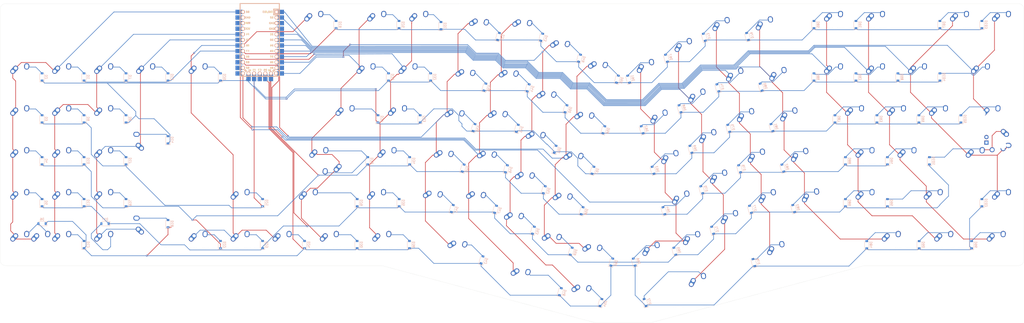
<source format=kicad_pcb>
(kicad_pcb (version 20171130) (host pcbnew "(5.1.10)-1")
  (layers (0 F.Cu signal) (31 B.Cu signal) (34 B.Paste user) (35 F.Paste user) (36 B.SilkS user) (37 F.SilkS user) (38 B.Mask user) (39 F.Mask user) (44 Edge.Cuts user))
  (net 0 "")
  (net 1 "Net-(D1-Pad2)")
  (net 2 Row0)
  (net 3 "Net-(D2-Pad2)")
  (net 4 Row1)
  (net 5 "Net-(D3-Pad2)")
  (net 6 "Net-(D4-Pad2)")
  (net 7 Row2)
  (net 8 Row3)
  (net 9 "Net-(D5-Pad2)")
  (net 10 Row4)
  (net 11 "Net-(D6-Pad2)")
  (net 12 Row5)
  (net 13 "Net-(D7-Pad2)")
  (net 14 "Net-(D8-Pad2)")
  (net 15 "Net-(D9-Pad2)")
  (net 16 "Net-(D10-Pad2)")
  (net 17 "Net-(D11-Pad2)")
  (net 18 "Net-(D12-Pad2)")
  (net 19 "Net-(D13-Pad2)")
  (net 20 "Net-(D14-Pad2)")
  (net 21 "Net-(D15-Pad2)")
  (net 22 "Net-(D16-Pad2)")
  (net 23 "Net-(D17-Pad2)")
  (net 24 "Net-(D18-Pad2)")
  (net 25 "Net-(D19-Pad2)")
  (net 26 "Net-(D20-Pad2)")
  (net 27 "Net-(D21-Pad2)")
  (net 28 "Net-(D22-Pad2)")
  (net 29 "Net-(D23-Pad2)")
  (net 30 "Net-(D24-Pad2)")
  (net 31 "Net-(D25-Pad2)")
  (net 32 "Net-(D26-Pad2)")
  (net 33 "Net-(D27-Pad2)")
  (net 34 "Net-(D28-Pad2)")
  (net 35 "Net-(D29-Pad2)")
  (net 36 "Net-(D30-Pad2)")
  (net 37 "Net-(D31-Pad2)")
  (net 38 "Net-(D32-Pad2)")
  (net 39 "Net-(D33-Pad2)")
  (net 40 "Net-(D34-Pad2)")
  (net 41 "Net-(D35-Pad2)")
  (net 42 "Net-(D36-Pad2)")
  (net 43 "Net-(D37-Pad2)")
  (net 44 "Net-(D38-Pad2)")
  (net 45 "Net-(D39-Pad2)")
  (net 46 "Net-(D40-Pad2)")
  (net 47 "Net-(D41-Pad2)")
  (net 48 "Net-(D42-Pad2)")
  (net 49 "Net-(D43-Pad2)")
  (net 50 "Net-(D44-Pad2)")
  (net 51 "Net-(D45-Pad2)")
  (net 52 "Net-(D46-Pad2)")
  (net 53 "Net-(D47-Pad2)")
  (net 54 "Net-(D48-Pad2)")
  (net 55 "Net-(D49-Pad2)")
  (net 56 "Net-(D50-Pad2)")
  (net 57 "Net-(D51-Pad2)")
  (net 58 "Net-(D52-Pad2)")
  (net 59 "Net-(D53-Pad2)")
  (net 60 "Net-(D54-Pad2)")
  (net 61 "Net-(D55-Pad2)")
  (net 62 "Net-(D56-Pad2)")
  (net 63 "Net-(D57-Pad2)")
  (net 64 "Net-(D58-Pad2)")
  (net 65 "Net-(D59-Pad2)")
  (net 66 "Net-(D60-Pad2)")
  (net 67 "Net-(D61-Pad2)")
  (net 68 "Net-(D62-Pad2)")
  (net 69 "Net-(D63-Pad2)")
  (net 70 "Net-(D64-Pad2)")
  (net 71 "Net-(D65-Pad2)")
  (net 72 "Net-(D66-Pad2)")
  (net 73 "Net-(D67-Pad2)")
  (net 74 "Net-(D68-Pad2)")
  (net 75 "Net-(D69-Pad2)")
  (net 76 "Net-(D70-Pad2)")
  (net 77 "Net-(D71-Pad2)")
  (net 78 "Net-(D72-Pad2)")
  (net 79 "Net-(D73-Pad2)")
  (net 80 "Net-(D74-Pad2)")
  (net 81 "Net-(D75-Pad2)")
  (net 82 "Net-(D76-Pad2)")
  (net 83 "Net-(D77-Pad2)")
  (net 84 "Net-(D78-Pad2)")
  (net 85 "Net-(D79-Pad2)")
  (net 86 "Net-(D80-Pad2)")
  (net 87 "Net-(D81-Pad2)")
  (net 88 "Net-(D82-Pad2)")
  (net 89 "Net-(D83-Pad2)")
  (net 90 "Net-(D84-Pad2)")
  (net 91 "Net-(D85-Pad2)")
  (net 92 "Net-(D86-Pad2)")
  (net 93 "Net-(D87-Pad2)")
  (net 94 "Net-(D88-Pad2)")
  (net 95 "Net-(D89-Pad2)")
  (net 96 "Net-(D90-Pad2)")
  (net 97 "Net-(D91-Pad2)")
  (net 98 "Net-(D92-Pad2)")
  (net 99 "Net-(D93-Pad2)")
  (net 100 "Net-(D94-Pad2)")
  (net 101 "Net-(D95-Pad2)")
  (net 102 "Net-(D96-Pad2)")
  (net 103 "Net-(D97-Pad2)")
  (net 104 "Net-(D98-Pad2)")
  (net 105 "Net-(D99-Pad2)")
  (net 106 "Net-(D101-Pad2)")
  (net 107 "Net-(D102-Pad2)")
  (net 108 "Net-(D103-Pad2)")
  (net 109 "Net-(D104-Pad2)")
  (net 110 "Net-(D105-Pad2)")
  (net 111 Col0)
  (net 112 Col1)
  (net 113 Col2)
  (net 114 Col3)
  (net 115 Col4)
  (net 116 Col5)
  (net 117 Col6)
  (net 118 Col7)
  (net 119 Col8)
  (net 120 Col9)
  (net 121 Col10)
  (net 122 Col11)
  (net 123 Col12)
  (net 124 Col13)
  (net 125 Col14)
  (net 126 Col15)
  (net 127 Col16)
  (net 128 Col17)
  (net 129 "Net-(U2-Pad23)")
  (net 130 "Net-(U2-Pad22)")
  (net 131 "Net-(U2-Pad21)")
  (net 132 "Net-(U2-Pad4)")
  (net 133 "Net-(U2-Pad3)")
  (module MX_Alps_Hybrid:MX-2U-ReversedStabilizers-NoLED (layer F.Cu) (at -430.118005 180.81295 345)
    (fp_text reference MX48)
    (fp_text value SPACE)
    (pad "" np_thru_hole circle (at 11.938 -8.255 345) (size 3.9878 3.9878) (drill 3.9878) (layers *.Cu *.Mask))
    (pad "" np_thru_hole circle (at -11.938 -8.255 345) (size 3.9878 3.9878) (drill 3.9878) (layers *.Cu *.Mask))
    (pad "" np_thru_hole circle (at 11.938 6.985 345) (size 3.048 3.048) (drill 3.048) (layers *.Cu *.Mask))
    (pad "" np_thru_hole circle (at -11.938 6.985 345) (size 3.048 3.048) (drill 3.048) (layers *.Cu *.Mask))
    (pad "" np_thru_hole circle (at 5.08 0 33.0996) (size 1.75 1.75) (drill 1.75) (layers *.Cu *.Mask))
    (pad "" np_thru_hole circle (at -5.08 0 33.0996) (size 1.75 1.75) (drill 1.75) (layers *.Cu *.Mask))
    (pad 1 thru_hole circle (at -2.5 -4 345) (size 2.25 2.25) (drill 1.47) (layers *.Cu B.Mask) (net 118 Col7))
    (pad "" np_thru_hole circle (at 0 0 345) (size 3.9878 3.9878) (drill 3.9878) (layers *.Cu *.Mask))
    (pad 1 thru_hole oval (at -3.81 -2.54 33.0996) (size 4.211556 2.25) (drill 1.47 (offset 0.980778 0)) (layers *.Cu B.Mask) (net 118 Col7))
    (pad 2 thru_hole circle (at 2.54 -5.08 345) (size 2.25 2.25) (drill 1.47) (layers *.Cu B.Mask) (net 54 "Net-(D48-Pad2)"))
    (pad 2 thru_hole oval (at 2.5 -4.5 71.0548) (size 2.831378 2.25) (drill 1.47 (offset 0.290689 0)) (layers *.Cu B.Mask) (net 54 "Net-(D48-Pad2)"))
  )
  (module MX_Alps_Hybrid:MX-1U-NoLED (layer F.Cu) (at -599.2749 88.1507)
    (fp_text reference MX13)
    (fp_text value P-)
    (pad 2 thru_hole oval (at 2.5 -4.5 86.0548) (size 2.831378 2.25) (drill 1.47 (offset 0.290689 0)) (layers *.Cu B.Mask) (net 19 "Net-(D13-Pad2)"))
    (pad 2 thru_hole circle (at 2.54 -5.08) (size 2.25 2.25) (drill 1.47) (layers *.Cu B.Mask) (net 19 "Net-(D13-Pad2)"))
    (pad 1 thru_hole oval (at -3.81 -2.54 48.0996) (size 4.211556 2.25) (drill 1.47 (offset 0.980778 0)) (layers *.Cu B.Mask) (net 113 Col2))
    (pad "" np_thru_hole circle (at 0 0) (size 3.9878 3.9878) (drill 3.9878) (layers *.Cu *.Mask))
    (pad 1 thru_hole circle (at -2.5 -4) (size 2.25 2.25) (drill 1.47) (layers *.Cu B.Mask) (net 113 Col2))
    (pad "" np_thru_hole circle (at -5.08 0 48.0996) (size 1.75 1.75) (drill 1.75) (layers *.Cu *.Mask))
    (pad "" np_thru_hole circle (at 5.08 0 48.0996) (size 1.75 1.75) (drill 1.75) (layers *.Cu *.Mask))
  )
  (module MX_Alps_Hybrid:MX-1.25U-NoLED (layer F.Cu) (at -520.69365 126.2507)
    (fp_text reference MX106)
    (fp_text value CAPS)
    (pad 2 thru_hole oval (at 2.5 -4.5 86.0548) (size 2.831378 2.25) (drill 1.47 (offset 0.290689 0)) (layers *.Cu B.Mask) (net 34 "Net-(D28-Pad2)"))
    (pad 2 thru_hole circle (at 2.54 -5.08) (size 2.25 2.25) (drill 1.47) (layers *.Cu B.Mask) (net 34 "Net-(D28-Pad2)"))
    (pad 1 thru_hole oval (at -3.81 -2.54 48.0996) (size 4.211556 2.25) (drill 1.47 (offset 0.980778 0)) (layers *.Cu B.Mask) (net 115 Col4))
    (pad "" np_thru_hole circle (at 0 0) (size 3.9878 3.9878) (drill 3.9878) (layers *.Cu *.Mask))
    (pad 1 thru_hole circle (at -2.5 -4) (size 2.25 2.25) (drill 1.47) (layers *.Cu B.Mask) (net 115 Col4))
    (pad "" np_thru_hole circle (at -5.08 0 48.0996) (size 1.75 1.75) (drill 1.75) (layers *.Cu *.Mask))
    (pad "" np_thru_hole circle (at 5.08 0 48.0996) (size 1.75 1.75) (drill 1.75) (layers *.Cu *.Mask))
  )
  (module MX_Alps_Hybrid:MX-2.25U-NoLED (layer F.Cu) (at -241.871504 145.3007)
    (fp_text reference MX95)
    (fp_text value RSHIFT)
    (pad 2 thru_hole oval (at 2.5 -4.5 86.0548) (size 2.831378 2.25) (drill 1.47 (offset 0.290689 0)) (layers *.Cu B.Mask) (net 101 "Net-(D95-Pad2)"))
    (pad 2 thru_hole circle (at 2.54 -5.08) (size 2.25 2.25) (drill 1.47) (layers *.Cu B.Mask) (net 101 "Net-(D95-Pad2)"))
    (pad 1 thru_hole oval (at -3.81 -2.54 48.0996) (size 4.211556 2.25) (drill 1.47 (offset 0.980778 0)) (layers *.Cu B.Mask) (net 126 Col15))
    (pad "" np_thru_hole circle (at 0 0) (size 3.9878 3.9878) (drill 3.9878) (layers *.Cu *.Mask))
    (pad 1 thru_hole circle (at -2.5 -4) (size 2.25 2.25) (drill 1.47) (layers *.Cu B.Mask) (net 126 Col15))
    (pad "" np_thru_hole circle (at -5.08 0 48.0996) (size 1.75 1.75) (drill 1.75) (layers *.Cu *.Mask))
    (pad "" np_thru_hole circle (at 5.08 0 48.0996) (size 1.75 1.75) (drill 1.75) (layers *.Cu *.Mask))
    (pad "" np_thru_hole circle (at -11.938 -6.985) (size 3.048 3.048) (drill 3.048) (layers *.Cu *.Mask))
    (pad "" np_thru_hole circle (at 11.938 -6.985) (size 3.048 3.048) (drill 3.048) (layers *.Cu *.Mask))
    (pad "" np_thru_hole circle (at -11.938 8.255) (size 3.9878 3.9878) (drill 3.9878) (layers *.Cu *.Mask))
    (pad "" np_thru_hole circle (at 11.938 8.255) (size 3.9878 3.9878) (drill 3.9878) (layers *.Cu *.Mask))
  )
  (module MX_Alps_Hybrid:MX-2.25U-NoLED (layer F.Cu) (at -525.45615 145.3007)
    (fp_text reference MX29)
    (fp_text value LSHIFT)
    (pad "" np_thru_hole circle (at 11.938 8.255) (size 3.9878 3.9878) (drill 3.9878) (layers *.Cu *.Mask))
    (pad "" np_thru_hole circle (at -11.938 8.255) (size 3.9878 3.9878) (drill 3.9878) (layers *.Cu *.Mask))
    (pad "" np_thru_hole circle (at 11.938 -6.985) (size 3.048 3.048) (drill 3.048) (layers *.Cu *.Mask))
    (pad "" np_thru_hole circle (at -11.938 -6.985) (size 3.048 3.048) (drill 3.048) (layers *.Cu *.Mask))
    (pad "" np_thru_hole circle (at 5.08 0 48.0996) (size 1.75 1.75) (drill 1.75) (layers *.Cu *.Mask))
    (pad "" np_thru_hole circle (at -5.08 0 48.0996) (size 1.75 1.75) (drill 1.75) (layers *.Cu *.Mask))
    (pad 1 thru_hole circle (at -2.5 -4) (size 2.25 2.25) (drill 1.47) (layers *.Cu B.Mask) (net 115 Col4))
    (pad "" np_thru_hole circle (at 0 0) (size 3.9878 3.9878) (drill 3.9878) (layers *.Cu *.Mask))
    (pad 1 thru_hole oval (at -3.81 -2.54 48.0996) (size 4.211556 2.25) (drill 1.47 (offset 0.980778 0)) (layers *.Cu B.Mask) (net 115 Col4))
    (pad 2 thru_hole circle (at 2.54 -5.08) (size 2.25 2.25) (drill 1.47) (layers *.Cu B.Mask) (net 35 "Net-(D29-Pad2)"))
    (pad 2 thru_hole oval (at 2.5 -4.5 86.0548) (size 2.831378 2.25) (drill 1.47 (offset 0.290689 0)) (layers *.Cu B.Mask) (net 35 "Net-(D29-Pad2)"))
  )
  (module MX_Alps_Hybrid:MX-2U-ReversedStabilizers-NoLED (layer F.Cu) (at -646.8999 164.3507)
    (fp_text reference MX6)
    (fp_text value P0)
    (pad 2 thru_hole oval (at 2.5 -4.5 86.0548) (size 2.831378 2.25) (drill 1.47 (offset 0.290689 0)) (layers *.Cu B.Mask) (net 11 "Net-(D6-Pad2)"))
    (pad 2 thru_hole circle (at 2.54 -5.08) (size 2.25 2.25) (drill 1.47) (layers *.Cu B.Mask) (net 11 "Net-(D6-Pad2)"))
    (pad 1 thru_hole oval (at -3.81 -2.54 48.0996) (size 4.211556 2.25) (drill 1.47 (offset 0.980778 0)) (layers *.Cu B.Mask) (net 111 Col0))
    (pad "" np_thru_hole circle (at 0 0) (size 3.9878 3.9878) (drill 3.9878) (layers *.Cu *.Mask))
    (pad 1 thru_hole circle (at -2.5 -4) (size 2.25 2.25) (drill 1.47) (layers *.Cu B.Mask) (net 111 Col0))
    (pad "" np_thru_hole circle (at -5.08 0 48.0996) (size 1.75 1.75) (drill 1.75) (layers *.Cu *.Mask))
    (pad "" np_thru_hole circle (at 5.08 0 48.0996) (size 1.75 1.75) (drill 1.75) (layers *.Cu *.Mask))
    (pad "" np_thru_hole circle (at -11.938 6.985) (size 3.048 3.048) (drill 3.048) (layers *.Cu *.Mask))
    (pad "" np_thru_hole circle (at 11.938 6.985) (size 3.048 3.048) (drill 3.048) (layers *.Cu *.Mask))
    (pad "" np_thru_hole circle (at -11.938 -8.255) (size 3.9878 3.9878) (drill 3.9878) (layers *.Cu *.Mask))
    (pad "" np_thru_hole circle (at 11.938 -8.255) (size 3.9878 3.9878) (drill 3.9878) (layers *.Cu *.Mask))
  )
  (module MX_Alps_Hybrid:MX-ISO (layer F.Cu) (at -213.296504 116.7257)
    (fp_text reference MX107)
    (fp_text value ENTER)
    (pad 1 thru_hole oval (at 4.5 2.5 356.055) (size 2.831378 2.25) (drill 1.47 (offset 0.290689 0)) (layers *.Cu B.Mask) (net 127 Col16))
    (pad 1 thru_hole circle (at 5.08 2.54) (size 2.25 2.25) (drill 1.47) (layers *.Cu B.Mask) (net 127 Col16))
    (pad 2 thru_hole oval (at 2.54 -3.81 318.1) (size 4.211556 2.25) (drill 1.47 (offset 0.980778 0)) (layers *.Cu B.Mask) (net 106 "Net-(D101-Pad2)"))
    (pad "" np_thru_hole circle (at 0 0) (size 3.9878 3.9878) (drill 3.9878) (layers *.Cu *.Mask))
    (pad 2 thru_hole circle (at 4 -2.5) (size 2.25 2.25) (drill 1.47) (layers *.Cu B.Mask) (net 106 "Net-(D101-Pad2)"))
    (pad 4 thru_hole rect (at -5.08 1.27) (size 1.905 1.905) (drill 1.04) (layers *.Cu B.Mask))
    (pad 3 thru_hole circle (at -5.08 -1.27) (size 1.905 1.905) (drill 1.04) (layers *.Cu B.Mask))
    (pad "" np_thru_hole circle (at 0 -5.08 48.0996) (size 1.7018 1.7018) (drill 1.7018) (layers *.Cu *.Mask))
    (pad "" np_thru_hole circle (at 0 5.08 48.0996) (size 1.7018 1.7018) (drill 1.7018) (layers *.Cu *.Mask))
    (pad 1 thru_hole circle (at 2.5 4) (size 2.25 2.25) (drill 1.47) (layers *.Cu B.Mask) (net 127 Col16))
    (pad 2 thru_hole circle (at -2.5 4.5) (size 2.25 2.25) (drill 1.47) (layers *.Cu B.Mask) (net 106 "Net-(D101-Pad2)"))
    (pad "" np_thru_hole circle (at -6.985 11.938) (size 3.048 3.048) (drill 3.048) (layers *.Cu *.Mask))
    (pad "" np_thru_hole circle (at -6.985 -11.938) (size 3.048 3.048) (drill 3.048) (layers *.Cu *.Mask))
    (pad "" np_thru_hole circle (at 8.255 11.938) (size 3.9878 3.9878) (drill 3.9878) (layers *.Cu *.Mask))
    (pad "" np_thru_hole circle (at 8.255 -11.938) (size 3.9878 3.9878) (drill 3.9878) (layers *.Cu *.Mask))
  )
  (module MX_Alps_Hybrid:MX-1.5U-NoLED (layer F.Cu) (at -215.677754 107.2007)
    (fp_text reference MX105)
    (fp_text value \)
    (pad "" np_thru_hole circle (at 5.08 0 48.0996) (size 1.75 1.75) (drill 1.75) (layers *.Cu *.Mask))
    (pad "" np_thru_hole circle (at -5.08 0 48.0996) (size 1.75 1.75) (drill 1.75) (layers *.Cu *.Mask))
    (pad 1 thru_hole circle (at -2.5 -4) (size 2.25 2.25) (drill 1.47) (layers *.Cu B.Mask) (net 128 Col17))
    (pad "" np_thru_hole circle (at 0 0) (size 3.9878 3.9878) (drill 3.9878) (layers *.Cu *.Mask))
    (pad 1 thru_hole oval (at -3.81 -2.54 48.0996) (size 4.211556 2.25) (drill 1.47 (offset 0.980778 0)) (layers *.Cu B.Mask) (net 128 Col17))
    (pad 2 thru_hole circle (at 2.54 -5.08) (size 2.25 2.25) (drill 1.47) (layers *.Cu B.Mask) (net 110 "Net-(D105-Pad2)"))
    (pad 2 thru_hole oval (at 2.5 -4.5 86.0548) (size 2.831378 2.25) (drill 1.47 (offset 0.290689 0)) (layers *.Cu B.Mask) (net 110 "Net-(D105-Pad2)"))
  )
  (module MX_Alps_Hybrid:MX-1.25U-NoLED (layer F.Cu) (at -213.296504 164.3507)
    (fp_text reference MX96)
    (fp_text value RCTRL)
    (pad 2 thru_hole oval (at 2.5 -4.5 86.0548) (size 2.831378 2.25) (drill 1.47 (offset 0.290689 0)) (layers *.Cu B.Mask) (net 102 "Net-(D96-Pad2)"))
    (pad 2 thru_hole circle (at 2.54 -5.08) (size 2.25 2.25) (drill 1.47) (layers *.Cu B.Mask) (net 102 "Net-(D96-Pad2)"))
    (pad 1 thru_hole oval (at -3.81 -2.54 48.0996) (size 4.211556 2.25) (drill 1.47 (offset 0.980778 0)) (layers *.Cu B.Mask) (net 126 Col15))
    (pad "" np_thru_hole circle (at 0 0) (size 3.9878 3.9878) (drill 3.9878) (layers *.Cu *.Mask))
    (pad 1 thru_hole circle (at -2.5 -4) (size 2.25 2.25) (drill 1.47) (layers *.Cu B.Mask) (net 126 Col15))
    (pad "" np_thru_hole circle (at -5.08 0 48.0996) (size 1.75 1.75) (drill 1.75) (layers *.Cu *.Mask))
    (pad "" np_thru_hole circle (at 5.08 0 48.0996) (size 1.75 1.75) (drill 1.75) (layers *.Cu *.Mask))
  )
  (module MX_Alps_Hybrid:MX-1.25U-NoLED (layer F.Cu) (at -492.11865 164.3507)
    (fp_text reference MX36)
    (fp_text value LGUI)
    (pad 2 thru_hole oval (at 2.5 -4.5 86.0548) (size 2.831378 2.25) (drill 1.47 (offset 0.290689 0)) (layers *.Cu B.Mask) (net 42 "Net-(D36-Pad2)"))
    (pad 2 thru_hole circle (at 2.54 -5.08) (size 2.25 2.25) (drill 1.47) (layers *.Cu B.Mask) (net 42 "Net-(D36-Pad2)"))
    (pad 1 thru_hole oval (at -3.81 -2.54 48.0996) (size 4.211556 2.25) (drill 1.47 (offset 0.980778 0)) (layers *.Cu B.Mask) (net 116 Col5))
    (pad "" np_thru_hole circle (at 0 0) (size 3.9878 3.9878) (drill 3.9878) (layers *.Cu *.Mask))
    (pad 1 thru_hole circle (at -2.5 -4) (size 2.25 2.25) (drill 1.47) (layers *.Cu B.Mask) (net 116 Col5))
    (pad "" np_thru_hole circle (at -5.08 0 48.0996) (size 1.75 1.75) (drill 1.75) (layers *.Cu *.Mask))
    (pad "" np_thru_hole circle (at 5.08 0 48.0996) (size 1.75 1.75) (drill 1.75) (layers *.Cu *.Mask))
  )
  (module MX_Alps_Hybrid:MX-2.75U-ReversedStabilizers-NoLED (layer F.Cu) (at -347.979895 183.894515 15)
    (fp_text reference MX72)
    (fp_text value SPACE)
    (pad 2 thru_hole oval (at 2.5 -4.5 101.0548) (size 2.831378 2.25) (drill 1.47 (offset 0.290689 0)) (layers *.Cu B.Mask) (net 78 "Net-(D72-Pad2)"))
    (pad 2 thru_hole circle (at 2.54 -5.08 15) (size 2.25 2.25) (drill 1.47) (layers *.Cu B.Mask) (net 78 "Net-(D72-Pad2)"))
    (pad 1 thru_hole oval (at -3.81 -2.54 63.0996) (size 4.211556 2.25) (drill 1.47 (offset 0.980778 0)) (layers *.Cu B.Mask) (net 122 Col11))
    (pad "" np_thru_hole circle (at 0 0 15) (size 3.9878 3.9878) (drill 3.9878) (layers *.Cu *.Mask))
    (pad 1 thru_hole circle (at -2.5 -4 15) (size 2.25 2.25) (drill 1.47) (layers *.Cu B.Mask) (net 122 Col11))
    (pad "" np_thru_hole circle (at -5.08 0 63.0996) (size 1.75 1.75) (drill 1.75) (layers *.Cu *.Mask))
    (pad "" np_thru_hole circle (at 5.08 0 63.0996) (size 1.75 1.75) (drill 1.75) (layers *.Cu *.Mask))
    (pad "" np_thru_hole circle (at -11.938 6.985 15) (size 3.048 3.048) (drill 3.048) (layers *.Cu *.Mask))
    (pad "" np_thru_hole circle (at 11.938 6.985 15) (size 3.048 3.048) (drill 3.048) (layers *.Cu *.Mask))
    (pad "" np_thru_hole circle (at -11.938 -8.255 15) (size 3.9878 3.9878) (drill 3.9878) (layers *.Cu *.Mask))
    (pad "" np_thru_hole circle (at 11.938 -8.255 15) (size 3.9878 3.9878) (drill 3.9878) (layers *.Cu *.Mask))
  )
  (module MX_Alps_Hybrid:MX-1U-NoLED (layer F.Cu) (at -656.4249 164.3507)
    (fp_text reference MX100)
    (fp_text value P0)
    (pad 2 thru_hole oval (at 2.5 -4.5 86.0548) (size 2.831378 2.25) (drill 1.47 (offset 0.290689 0)) (layers *.Cu B.Mask) (net 11 "Net-(D6-Pad2)"))
    (pad 2 thru_hole circle (at 2.54 -5.08) (size 2.25 2.25) (drill 1.47) (layers *.Cu B.Mask) (net 11 "Net-(D6-Pad2)"))
    (pad 1 thru_hole oval (at -3.81 -2.54 48.0996) (size 4.211556 2.25) (drill 1.47 (offset 0.980778 0)) (layers *.Cu B.Mask) (net 111 Col0))
    (pad "" np_thru_hole circle (at 0 0) (size 3.9878 3.9878) (drill 3.9878) (layers *.Cu *.Mask))
    (pad 1 thru_hole circle (at -2.5 -4) (size 2.25 2.25) (drill 1.47) (layers *.Cu B.Mask) (net 111 Col0))
    (pad "" np_thru_hole circle (at -5.08 0 48.0996) (size 1.75 1.75) (drill 1.75) (layers *.Cu *.Mask))
    (pad "" np_thru_hole circle (at 5.08 0 48.0996) (size 1.75 1.75) (drill 1.75) (layers *.Cu *.Mask))
  )
  (module MX_Alps_Hybrid:MX-2U-NoLED (layer F.Cu) (at -599.2749 116.7257 90)
    (fp_text reference MX14)
    (fp_text value P+)
    (pad 2 thru_hole oval (at 2.5 -4.5 176.0548) (size 2.831378 2.25) (drill 1.47 (offset 0.290689 0)) (layers *.Cu B.Mask) (net 20 "Net-(D14-Pad2)"))
    (pad 2 thru_hole circle (at 2.54 -5.08 90) (size 2.25 2.25) (drill 1.47) (layers *.Cu B.Mask) (net 20 "Net-(D14-Pad2)"))
    (pad 1 thru_hole oval (at -3.81 -2.54 138.0996) (size 4.211556 2.25) (drill 1.47 (offset 0.980778 0)) (layers *.Cu B.Mask) (net 113 Col2))
    (pad "" np_thru_hole circle (at 0 0 90) (size 3.9878 3.9878) (drill 3.9878) (layers *.Cu *.Mask))
    (pad 1 thru_hole circle (at -2.5 -4 90) (size 2.25 2.25) (drill 1.47) (layers *.Cu B.Mask) (net 113 Col2))
    (pad "" np_thru_hole circle (at -5.08 0 138.0996) (size 1.75 1.75) (drill 1.75) (layers *.Cu *.Mask))
    (pad "" np_thru_hole circle (at 5.08 0 138.0996) (size 1.75 1.75) (drill 1.75) (layers *.Cu *.Mask))
    (pad "" np_thru_hole circle (at -11.938 -6.985 90) (size 3.048 3.048) (drill 3.048) (layers *.Cu *.Mask))
    (pad "" np_thru_hole circle (at 11.938 -6.985 90) (size 3.048 3.048) (drill 3.048) (layers *.Cu *.Mask))
    (pad "" np_thru_hole circle (at -11.938 8.255 90) (size 3.9878 3.9878) (drill 3.9878) (layers *.Cu *.Mask))
    (pad "" np_thru_hole circle (at 11.938 8.255 90) (size 3.9878 3.9878) (drill 3.9878) (layers *.Cu *.Mask))
  )
  (module MX_Alps_Hybrid:MX-2U-NoLED (layer F.Cu) (at -599.2749 154.8257 90)
    (fp_text reference MX18)
    (fp_text value PENT)
    (pad 2 thru_hole oval (at 2.5 -4.5 176.0548) (size 2.831378 2.25) (drill 1.47 (offset 0.290689 0)) (layers *.Cu B.Mask) (net 24 "Net-(D18-Pad2)"))
    (pad 2 thru_hole circle (at 2.54 -5.08 90) (size 2.25 2.25) (drill 1.47) (layers *.Cu B.Mask) (net 24 "Net-(D18-Pad2)"))
    (pad 1 thru_hole oval (at -3.81 -2.54 138.0996) (size 4.211556 2.25) (drill 1.47 (offset 0.980778 0)) (layers *.Cu B.Mask) (net 113 Col2))
    (pad "" np_thru_hole circle (at 0 0 90) (size 3.9878 3.9878) (drill 3.9878) (layers *.Cu *.Mask))
    (pad 1 thru_hole circle (at -2.5 -4 90) (size 2.25 2.25) (drill 1.47) (layers *.Cu B.Mask) (net 113 Col2))
    (pad "" np_thru_hole circle (at -5.08 0 138.0996) (size 1.75 1.75) (drill 1.75) (layers *.Cu *.Mask))
    (pad "" np_thru_hole circle (at 5.08 0 138.0996) (size 1.75 1.75) (drill 1.75) (layers *.Cu *.Mask))
    (pad "" np_thru_hole circle (at -11.938 -6.985 90) (size 3.048 3.048) (drill 3.048) (layers *.Cu *.Mask))
    (pad "" np_thru_hole circle (at 11.938 -6.985 90) (size 3.048 3.048) (drill 3.048) (layers *.Cu *.Mask))
    (pad "" np_thru_hole circle (at -11.938 8.255 90) (size 3.9878 3.9878) (drill 3.9878) (layers *.Cu *.Mask))
    (pad "" np_thru_hole circle (at 11.938 8.255 90) (size 3.9878 3.9878) (drill 3.9878) (layers *.Cu *.Mask))
  )
  (module MX_Alps_Hybrid:MX-2U-NoLED (layer F.Cu) (at -220.440254 88.1507)
    (fp_text reference MX104)
    (fp_text value BACKSPACE)
    (pad 2 thru_hole oval (at 2.5 -4.5 86.0548) (size 2.831378 2.25) (drill 1.47 (offset 0.290689 0)) (layers *.Cu B.Mask) (net 109 "Net-(D104-Pad2)"))
    (pad 2 thru_hole circle (at 2.54 -5.08) (size 2.25 2.25) (drill 1.47) (layers *.Cu B.Mask) (net 109 "Net-(D104-Pad2)"))
    (pad 1 thru_hole oval (at -3.81 -2.54 48.0996) (size 4.211556 2.25) (drill 1.47 (offset 0.980778 0)) (layers *.Cu B.Mask) (net 128 Col17))
    (pad "" np_thru_hole circle (at 0 0) (size 3.9878 3.9878) (drill 3.9878) (layers *.Cu *.Mask))
    (pad 1 thru_hole circle (at -2.5 -4) (size 2.25 2.25) (drill 1.47) (layers *.Cu B.Mask) (net 128 Col17))
    (pad "" np_thru_hole circle (at -5.08 0 48.0996) (size 1.75 1.75) (drill 1.75) (layers *.Cu *.Mask))
    (pad "" np_thru_hole circle (at 5.08 0 48.0996) (size 1.75 1.75) (drill 1.75) (layers *.Cu *.Mask))
    (pad "" np_thru_hole circle (at -11.938 -6.985) (size 3.048 3.048) (drill 3.048) (layers *.Cu *.Mask))
    (pad "" np_thru_hole circle (at 11.938 -6.985) (size 3.048 3.048) (drill 3.048) (layers *.Cu *.Mask))
    (pad "" np_thru_hole circle (at -11.938 8.255) (size 3.9878 3.9878) (drill 3.9878) (layers *.Cu *.Mask))
    (pad "" np_thru_hole circle (at 11.938 8.255) (size 3.9878 3.9878) (drill 3.9878) (layers *.Cu *.Mask))
  )
  (module MX_Alps_Hybrid:MX-1U-NoLED (layer F.Cu) (at -618.3249 145.3007)
    (fp_text reference MX16)
    (fp_text value P3)
    (pad 2 thru_hole oval (at 2.5 -4.5 86.0548) (size 2.831378 2.25) (drill 1.47 (offset 0.290689 0)) (layers *.Cu B.Mask) (net 22 "Net-(D16-Pad2)"))
    (pad 2 thru_hole circle (at 2.54 -5.08) (size 2.25 2.25) (drill 1.47) (layers *.Cu B.Mask) (net 22 "Net-(D16-Pad2)"))
    (pad 1 thru_hole oval (at -3.81 -2.54 48.0996) (size 4.211556 2.25) (drill 1.47 (offset 0.980778 0)) (layers *.Cu B.Mask) (net 113 Col2))
    (pad "" np_thru_hole circle (at 0 0) (size 3.9878 3.9878) (drill 3.9878) (layers *.Cu *.Mask))
    (pad 1 thru_hole circle (at -2.5 -4) (size 2.25 2.25) (drill 1.47) (layers *.Cu B.Mask) (net 113 Col2))
    (pad "" np_thru_hole circle (at -5.08 0 48.0996) (size 1.75 1.75) (drill 1.75) (layers *.Cu *.Mask))
    (pad "" np_thru_hole circle (at 5.08 0 48.0996) (size 1.75 1.75) (drill 1.75) (layers *.Cu *.Mask))
  )
  (module MX_Alps_Hybrid:MX-1U-NoLED (layer F.Cu) (at -402.516675 188.208704 345)
    (fp_text reference MX54)
    (fp_text value "MO(1)")
    (pad 2 thru_hole oval (at 2.5 -4.5 71.0548) (size 2.831378 2.25) (drill 1.47 (offset 0.290689 0)) (layers *.Cu B.Mask) (net 60 "Net-(D54-Pad2)"))
    (pad 2 thru_hole circle (at 2.54 -5.08 345) (size 2.25 2.25) (drill 1.47) (layers *.Cu B.Mask) (net 60 "Net-(D54-Pad2)"))
    (pad 1 thru_hole oval (at -3.81 -2.54 33.0996) (size 4.211556 2.25) (drill 1.47 (offset 0.980778 0)) (layers *.Cu B.Mask) (net 119 Col8))
    (pad "" np_thru_hole circle (at 0 0 345) (size 3.9878 3.9878) (drill 3.9878) (layers *.Cu *.Mask))
    (pad 1 thru_hole circle (at -2.5 -4 345) (size 2.25 2.25) (drill 1.47) (layers *.Cu B.Mask) (net 119 Col8))
    (pad "" np_thru_hole circle (at -5.08 0 33.0996) (size 1.75 1.75) (drill 1.75) (layers *.Cu *.Mask))
    (pad "" np_thru_hole circle (at 5.08 0 33.0996) (size 1.75 1.75) (drill 1.75) (layers *.Cu *.Mask))
  )
  (module Diode_SMD:D_SOD-123 (layer B.Cu) (at -439.802014 69.747073 75)
    (fp_text reference D37 (at 0 2 255) (layer B.SilkS) (effects (justify mirror)))
    (fp_text value D_Small)
    (pad 2 smd rect (at 1.65 0 75) (size 0.9 1.2) (layers B.Cu B.Paste B.Mask) (net 43 "Net-(D37-Pad2)"))
    (pad 1 smd rect (at -1.65 0 75) (size 0.9 1.2) (layers B.Cu B.Paste B.Mask) (net 2 Row0))
  )
  (module Diode_SMD:D_SOD-123 (layer B.Cu) (at -513.5245 64.3255 90)
    (fp_text reference D19 (at 0 2 270) (layer B.SilkS) (effects (justify mirror)))
    (fp_text value D_Small)
    (pad 2 smd rect (at 1.65 0 90) (size 0.9 1.2) (layers B.Cu B.Paste B.Mask) (net 25 "Net-(D19-Pad2)"))
    (pad 1 smd rect (at -1.65 0 90) (size 0.9 1.2) (layers B.Cu B.Paste B.Mask) (net 2 Row0))
  )
  (module Keebio-Parts:Elite-C-castellated-29pin-holes (layer B.Cu) (at -548.1574 72.5678 270)
    (fp_text reference U2 hide)
    (fp_text value Elite-C hide)
    (fp_text user D2 (at -11.43 -5.461) (layer F.SilkS) (effects (font (size 0.8 0.8))))
    (fp_text user D0 (at -1.27 -5.461) (layer F.SilkS) (effects (font (size 0.8 0.8))))
    (fp_text user D1 (at -3.81 -5.461) (layer F.SilkS) (effects (font (size 0.8 0.8))))
    (fp_text user GND (at -6.35 -5.461) (layer F.SilkS) (effects (font (size 0.8 0.8))))
    (fp_text user GND (at -8.89 -5.461) (layer F.SilkS) (effects (font (size 0.8 0.8))))
    (fp_text user D4 (at 1.27 -5.461) (layer F.SilkS) (effects (font (size 0.8 0.8))))
    (fp_text user C6 (at 3.81 -5.461) (layer F.SilkS) (effects (font (size 0.8 0.8))))
    (fp_text user D7 (at 6.35 -5.461) (layer F.SilkS) (effects (font (size 0.8 0.8))))
    (fp_text user E6 (at 8.89 -5.461) (layer F.SilkS) (effects (font (size 0.8 0.8))))
    (fp_text user B4 (at 11.43 -5.461) (layer F.SilkS) (effects (font (size 0.8 0.8))))
    (fp_text user B5 (at 12.7 -6.4 225) (layer F.SilkS) (effects (font (size 0.7 0.7))))
    (fp_text user B2 (at 11.43 5.461) (layer B.SilkS) (effects (font (size 0.8 0.8)) (justify mirror)))
    (fp_text user B3 (at 8.89 5.461) (layer F.SilkS) (effects (font (size 0.8 0.8))))
    (fp_text user B1 (at 6.35 5.461) (layer F.SilkS) (effects (font (size 0.8 0.8))))
    (fp_text user F7 (at 3.81 5.461) (layer B.SilkS) (effects (font (size 0.8 0.8)) (justify mirror)))
    (fp_text user F6 (at 1.27 5.461) (layer B.SilkS) (effects (font (size 0.8 0.8)) (justify mirror)))
    (fp_text user F5 (at -1.27 5.461) (layer B.SilkS) (effects (font (size 0.8 0.8)) (justify mirror)))
    (fp_text user F4 (at -3.81 5.461) (layer F.SilkS) (effects (font (size 0.8 0.8))))
    (fp_text user VCC (at -6.35 5.461) (layer F.SilkS) (effects (font (size 0.8 0.8))))
    (fp_text user GND (at -11.43 5.461) (layer F.SilkS) (effects (font (size 0.8 0.8))))
    (fp_text user B0 (at -13.97 5.461) (layer F.SilkS) (effects (font (size 0.8 0.8))))
    (fp_text user B0 (at -13.97 5.461) (layer B.SilkS) (effects (font (size 0.8 0.8)) (justify mirror)))
    (fp_text user GND (at -11.43 5.461) (layer B.SilkS) (effects (font (size 0.8 0.8)) (justify mirror)))
    (fp_text user ST (at -8.92 5.73312) (layer B.SilkS) (effects (font (size 0.8 0.8)) (justify mirror)))
    (fp_text user VCC (at -6.35 5.461) (layer B.SilkS) (effects (font (size 0.8 0.8)) (justify mirror)))
    (fp_text user F4 (at -3.81 5.461) (layer B.SilkS) (effects (font (size 0.8 0.8)) (justify mirror)))
    (fp_text user F5 (at -1.27 5.461) (layer F.SilkS) (effects (font (size 0.8 0.8))))
    (fp_text user F6 (at 1.27 5.461) (layer F.SilkS) (effects (font (size 0.8 0.8))))
    (fp_text user F7 (at 3.81 5.461) (layer F.SilkS) (effects (font (size 0.8 0.8))))
    (fp_text user B1 (at 6.35 5.461) (layer B.SilkS) (effects (font (size 0.8 0.8)) (justify mirror)))
    (fp_text user B3 (at 8.89 5.461) (layer B.SilkS) (effects (font (size 0.8 0.8)) (justify mirror)))
    (fp_text user B2 (at 11.43 5.461) (layer F.SilkS) (effects (font (size 0.8 0.8))))
    (fp_text user B5 (at 12.7 -6.4 225) (layer B.SilkS) (effects (font (size 0.7 0.7)) (justify mirror)))
    (fp_text user B4 (at 11.43 -5.461) (layer B.SilkS) (effects (font (size 0.8 0.8)) (justify mirror)))
    (fp_text user E6 (at 8.89 -5.461) (layer B.SilkS) (effects (font (size 0.8 0.8)) (justify mirror)))
    (fp_text user D7 (at 6.35 -5.461) (layer B.SilkS) (effects (font (size 0.8 0.8)) (justify mirror)))
    (fp_text user C6 (at 3.81 -5.461) (layer B.SilkS) (effects (font (size 0.8 0.8)) (justify mirror)))
    (fp_text user D4 (at 1.27 -5.461) (layer B.SilkS) (effects (font (size 0.8 0.8)) (justify mirror)))
    (fp_text user GND (at -8.89 -5.461) (layer B.SilkS) (effects (font (size 0.8 0.8)) (justify mirror)))
    (fp_text user GND (at -6.35 -5.461) (layer B.SilkS) (effects (font (size 0.8 0.8)) (justify mirror)))
    (fp_text user D1 (at -3.81 -5.461) (layer B.SilkS) (effects (font (size 0.8 0.8)) (justify mirror)))
    (fp_text user D0 (at -1.27 -5.461) (layer B.SilkS) (effects (font (size 0.8 0.8)) (justify mirror)))
    (fp_text user D2 (at -11.43 -5.461) (layer B.SilkS) (effects (font (size 0.8 0.8)) (justify mirror)))
    (fp_text user TX0/D3 (at -13.97 -3.571872) (layer F.SilkS) (effects (font (size 0.8 0.8))))
    (fp_text user TX0/D3 (at -13.97 -3.571872) (layer B.SilkS) (effects (font (size 0.8 0.8)) (justify mirror)))
    (fp_text user ST (at -8.91 5.04) (layer F.SilkS) (effects (font (size 0.8 0.8))))
    (fp_text user B7 (at 12.6 -4.5) (layer B.SilkS) (effects (font (size 0.7 0.7)) (justify mirror)))
    (fp_text user B7 (at 12.6 -4.5) (layer F.SilkS) (effects (font (size 0.7 0.7))))
    (fp_text user F0 (at 12.6 4.5) (layer F.SilkS) (effects (font (size 0.7 0.7))))
    (fp_text user F0 (at 12.6 4.5) (layer B.SilkS) (effects (font (size 0.7 0.7)) (justify mirror)))
    (fp_text user B6 (at 12.7 6.4 135 unlocked) (layer B.SilkS) (effects (font (size 0.7 0.7)) (justify mirror)))
    (fp_text user B6 (at 12.7 6.4 135 unlocked) (layer F.SilkS) (effects (font (size 0.7 0.7))))
    (fp_text user C7 (at 12.4 0) (layer B.SilkS) (effects (font (size 0.8 0.8)) (justify mirror)))
    (fp_text user C7 (at 12.4 0) (layer F.SilkS) (effects (font (size 0.8 0.8))))
    (fp_text user F1 (at 12.4 2.54) (layer F.SilkS) (effects (font (size 0.8 0.8))))
    (fp_text user F1 (at 12.4 2.54) (layer B.SilkS) (effects (font (size 0.8 0.8)) (justify mirror)))
    (fp_text user D5 (at 12.4 -2.54) (layer B.SilkS) (effects (font (size 0.8 0.8)) (justify mirror)))
    (fp_text user D5 (at 12.4 -2.54) (layer F.SilkS) (effects (font (size 0.8 0.8))))
    (pad 29 smd rect (at 15.875 5.08 180) (size 2 3.25) (layers B.Cu B.Paste B.Mask) (net 4 Row1))
    (pad 28 smd rect (at 15.875 2.54 180) (size 2 3.25) (layers B.Cu B.Paste B.Mask) (net 7 Row2))
    (pad 27 smd rect (at 15.875 0 180) (size 2 3.25) (layers B.Cu B.Paste B.Mask) (net 12 Row5))
    (pad 26 smd rect (at 15.875 -2.54 180) (size 2 3.25) (layers B.Cu B.Paste B.Mask) (net 10 Row4))
    (pad 25 smd rect (at 15.875 -5.08 180) (size 2 3.25) (layers B.Cu B.Paste B.Mask) (net 8 Row3))
    (pad 24 smd rect (at -13.97 9.398 270) (size 2 3.25) (layers B.Cu B.Paste B.Mask) (net 111 Col0))
    (pad 23 smd rect (at -11.43 9.398 270) (size 2 3.25) (layers B.Cu B.Paste B.Mask) (net 129 "Net-(U2-Pad23)"))
    (pad 22 smd rect (at -8.89 9.398 270) (size 2 3.25) (layers B.Cu B.Paste B.Mask) (net 130 "Net-(U2-Pad22)"))
    (pad 21 smd rect (at -6.35 9.398 270) (size 2 3.25) (layers B.Cu B.Paste B.Mask) (net 131 "Net-(U2-Pad21)"))
    (pad 20 smd rect (at -3.81 9.398 270) (size 2 3.25) (layers B.Cu B.Paste B.Mask) (net 112 Col1))
    (pad 19 smd rect (at -1.27 9.398 270) (size 2 3.25) (layers B.Cu B.Paste B.Mask) (net 113 Col2))
    (pad 18 smd rect (at 1.27 9.398 270) (size 2 3.25) (layers B.Cu B.Paste B.Mask) (net 114 Col3))
    (pad 17 smd rect (at 3.81 9.398 270) (size 2 3.25) (layers B.Cu B.Paste B.Mask) (net 2 Row0))
    (pad 16 smd rect (at 6.35 9.398 270) (size 2 3.25) (layers B.Cu B.Paste B.Mask) (net 116 Col5))
    (pad 15 smd rect (at 8.89 9.398 270) (size 2 3.25) (layers B.Cu B.Paste B.Mask) (net 117 Col6))
    (pad 14 smd rect (at 11.43 9.398 270) (size 2 3.25) (layers B.Cu B.Paste B.Mask) (net 121 Col10))
    (pad 13 smd rect (at 13.97 9.398 270) (size 2 3.25) (layers B.Cu B.Paste B.Mask) (net 120 Col9))
    (pad 12 smd rect (at 13.97 -9.398 270) (size 2 3.25) (layers B.Cu B.Paste B.Mask) (net 119 Col8))
    (pad 11 smd rect (at 11.43 -9.398 270) (size 2 3.25) (layers B.Cu B.Paste B.Mask) (net 118 Col7))
    (pad 10 smd rect (at 8.89 -9.398 270) (size 2 3.25) (layers B.Cu B.Paste B.Mask) (net 115 Col4))
    (pad 9 smd rect (at 6.35 -9.398 270) (size 2 3.25) (layers B.Cu B.Paste B.Mask) (net 122 Col11))
    (pad 8 smd rect (at 3.81 -9.398 270) (size 2 3.25) (layers B.Cu B.Paste B.Mask) (net 123 Col12))
    (pad 7 smd rect (at 1.27 -9.398 270) (size 2 3.25) (layers B.Cu B.Paste B.Mask) (net 124 Col13))
    (pad 6 smd rect (at -1.27 -9.398 270) (size 2 3.25) (layers B.Cu B.Paste B.Mask) (net 125 Col14))
    (pad 5 smd rect (at -3.81 -9.398 270) (size 2 3.25) (layers B.Cu B.Paste B.Mask) (net 126 Col15))
    (pad 4 smd rect (at -6.35 -9.398 270) (size 2 3.25) (layers B.Cu B.Paste B.Mask) (net 132 "Net-(U2-Pad4)"))
    (pad 3 smd rect (at -8.89 -9.398 270) (size 2 3.25) (layers B.Cu B.Paste B.Mask) (net 133 "Net-(U2-Pad3)"))
    (pad 2 smd rect (at -11.43 -9.398 270) (size 2 3.25) (layers B.Cu B.Paste B.Mask) (net 127 Col16))
    (pad 1 smd rect (at -13.97 -9.398 270) (size 2 3.25) (layers B.Cu B.Paste B.Mask) (net 128 Col17))
    (pad 25 thru_hole circle (at 13.97 -5.08 270) (size 1.7526 1.7526) (drill 1.0922) (layers *.Cu *.SilkS *.Mask) (net 8 Row3))
    (pad 26 thru_hole circle (at 13.97 -2.54 270) (size 1.7526 1.7526) (drill 1.0922) (layers *.Cu *.SilkS *.Mask) (net 10 Row4))
    (pad 27 thru_hole circle (at 13.97 0 270) (size 1.7526 1.7526) (drill 1.0922) (layers *.Cu *.SilkS *.Mask) (net 12 Row5))
    (pad 28 thru_hole circle (at 13.97 2.54 270) (size 1.7526 1.7526) (drill 1.0922) (layers *.Cu *.SilkS *.Mask) (net 7 Row2))
    (pad 29 thru_hole circle (at 13.97 5.08 270) (size 1.7526 1.7526) (drill 1.0922) (layers *.Cu *.SilkS *.Mask) (net 4 Row1))
    (pad 24 thru_hole circle (at -13.97 7.62 270) (size 1.7526 1.7526) (drill 1.0922) (layers *.Cu *.SilkS *.Mask) (net 111 Col0))
    (pad 12 thru_hole circle (at 13.97 -7.3914 270) (size 1.7526 1.7526) (drill 1.0922) (layers *.Cu *.SilkS *.Mask) (net 119 Col8))
    (pad 23 thru_hole circle (at -11.43 7.62 270) (size 1.7526 1.7526) (drill 1.0922) (layers *.Cu *.SilkS *.Mask) (net 129 "Net-(U2-Pad23)"))
    (pad 22 thru_hole circle (at -8.89 7.62 270) (size 1.7526 1.7526) (drill 1.0922) (layers *.Cu *.SilkS *.Mask) (net 130 "Net-(U2-Pad22)"))
    (pad 21 thru_hole circle (at -6.35 7.62 270) (size 1.7526 1.7526) (drill 1.0922) (layers *.Cu *.SilkS *.Mask) (net 131 "Net-(U2-Pad21)"))
    (pad 20 thru_hole circle (at -3.81 7.62 270) (size 1.7526 1.7526) (drill 1.0922) (layers *.Cu *.SilkS *.Mask) (net 112 Col1))
    (pad 19 thru_hole circle (at -1.27 7.62 270) (size 1.7526 1.7526) (drill 1.0922) (layers *.Cu *.SilkS *.Mask) (net 113 Col2))
    (pad 18 thru_hole circle (at 1.27 7.62 270) (size 1.7526 1.7526) (drill 1.0922) (layers *.Cu *.SilkS *.Mask) (net 114 Col3))
    (pad 17 thru_hole circle (at 3.81 7.62 270) (size 1.7526 1.7526) (drill 1.0922) (layers *.Cu *.SilkS *.Mask) (net 2 Row0))
    (pad 16 thru_hole circle (at 6.35 7.62 270) (size 1.7526 1.7526) (drill 1.0922) (layers *.Cu *.SilkS *.Mask) (net 116 Col5))
    (pad 15 thru_hole circle (at 8.89 7.62 270) (size 1.7526 1.7526) (drill 1.0922) (layers *.Cu *.SilkS *.Mask) (net 117 Col6))
    (pad 14 thru_hole circle (at 11.43 7.62 270) (size 1.7526 1.7526) (drill 1.0922) (layers *.Cu *.SilkS *.Mask) (net 121 Col10))
    (pad 13 thru_hole circle (at 13.97 7.62 270) (size 1.7526 1.7526) (drill 1.0922) (layers *.Cu *.SilkS *.Mask) (net 120 Col9))
    (pad 11 thru_hole circle (at 11.43 -7.62 270) (size 1.7526 1.7526) (drill 1.0922) (layers *.Cu *.SilkS *.Mask) (net 118 Col7))
    (pad 10 thru_hole circle (at 8.89 -7.62 270) (size 1.7526 1.7526) (drill 1.0922) (layers *.Cu *.SilkS *.Mask) (net 115 Col4))
    (pad 9 thru_hole circle (at 6.35 -7.62 270) (size 1.7526 1.7526) (drill 1.0922) (layers *.Cu *.SilkS *.Mask) (net 122 Col11))
    (pad 8 thru_hole circle (at 3.81 -7.62 270) (size 1.7526 1.7526) (drill 1.0922) (layers *.Cu *.SilkS *.Mask) (net 123 Col12))
    (pad 7 thru_hole circle (at 1.27 -7.62 270) (size 1.7526 1.7526) (drill 1.0922) (layers *.Cu *.SilkS *.Mask) (net 124 Col13))
    (pad 6 thru_hole circle (at -1.27 -7.62 270) (size 1.7526 1.7526) (drill 1.0922) (layers *.Cu *.SilkS *.Mask) (net 125 Col14))
    (pad 5 thru_hole circle (at -3.81 -7.62 270) (size 1.7526 1.7526) (drill 1.0922) (layers *.Cu *.SilkS *.Mask) (net 126 Col15))
    (pad 4 thru_hole circle (at -6.35 -7.62 270) (size 1.7526 1.7526) (drill 1.0922) (layers *.Cu *.SilkS *.Mask) (net 132 "Net-(U2-Pad4)"))
    (pad 3 thru_hole circle (at -8.89 -7.62 270) (size 1.7526 1.7526) (drill 1.0922) (layers *.Cu *.SilkS *.Mask) (net 133 "Net-(U2-Pad3)"))
    (pad 2 thru_hole circle (at -11.43 -7.62 270) (size 1.7526 1.7526) (drill 1.0922) (layers *.Cu *.SilkS *.Mask) (net 127 Col16))
    (pad 1 thru_hole rect (at -13.97 -7.62 270) (size 1.7526 1.7526) (drill 1.0922) (layers *.Cu *.SilkS *.Mask) (net 128 Col17))
  )
  (module MX_Alps_Hybrid:MX-1U-NoLED (layer F.Cu) (at -210.915254 64.3382)
    (fp_text reference MX103)
    (fp_text value DEL)
    (pad 2 thru_hole oval (at 2.5 -4.5 86.0548) (size 2.831378 2.25) (drill 1.47 (offset 0.290689 0)) (layers *.Cu B.Mask) (net 108 "Net-(D103-Pad2)"))
    (pad 2 thru_hole circle (at 2.54 -5.08) (size 2.25 2.25) (drill 1.47) (layers *.Cu B.Mask) (net 108 "Net-(D103-Pad2)"))
    (pad 1 thru_hole oval (at -3.81 -2.54 48.0996) (size 4.211556 2.25) (drill 1.47 (offset 0.980778 0)) (layers *.Cu B.Mask) (net 128 Col17))
    (pad "" np_thru_hole circle (at 0 0) (size 3.9878 3.9878) (drill 3.9878) (layers *.Cu *.Mask))
    (pad 1 thru_hole circle (at -2.5 -4) (size 2.25 2.25) (drill 1.47) (layers *.Cu B.Mask) (net 128 Col17))
    (pad "" np_thru_hole circle (at -5.08 0 48.0996) (size 1.75 1.75) (drill 1.75) (layers *.Cu *.Mask))
    (pad "" np_thru_hole circle (at 5.08 0 48.0996) (size 1.75 1.75) (drill 1.75) (layers *.Cu *.Mask))
  )
  (module MX_Alps_Hybrid:MX-1U-NoLED (layer F.Cu) (at -210.915254 145.3007)
    (fp_text reference MX102)
    (fp_text value RGUI)
    (pad 2 thru_hole oval (at 2.5 -4.5 86.0548) (size 2.831378 2.25) (drill 1.47 (offset 0.290689 0)) (layers *.Cu B.Mask) (net 107 "Net-(D102-Pad2)"))
    (pad 2 thru_hole circle (at 2.54 -5.08) (size 2.25 2.25) (drill 1.47) (layers *.Cu B.Mask) (net 107 "Net-(D102-Pad2)"))
    (pad 1 thru_hole oval (at -3.81 -2.54 48.0996) (size 4.211556 2.25) (drill 1.47 (offset 0.980778 0)) (layers *.Cu B.Mask) (net 127 Col16))
    (pad "" np_thru_hole circle (at 0 0) (size 3.9878 3.9878) (drill 3.9878) (layers *.Cu *.Mask))
    (pad 1 thru_hole circle (at -2.5 -4) (size 2.25 2.25) (drill 1.47) (layers *.Cu B.Mask) (net 127 Col16))
    (pad "" np_thru_hole circle (at -5.08 0 48.0996) (size 1.75 1.75) (drill 1.75) (layers *.Cu *.Mask))
    (pad "" np_thru_hole circle (at 5.08 0 48.0996) (size 1.75 1.75) (drill 1.75) (layers *.Cu *.Mask))
  )
  (module MX_Alps_Hybrid:MX-2.25U-NoLED (layer F.Cu) (at -222.821504 126.2507)
    (fp_text reference MX101)
    (fp_text value ENTER)
    (pad 2 thru_hole oval (at 2.5 -4.5 86.0548) (size 2.831378 2.25) (drill 1.47 (offset 0.290689 0)) (layers *.Cu B.Mask) (net 106 "Net-(D101-Pad2)"))
    (pad 2 thru_hole circle (at 2.54 -5.08) (size 2.25 2.25) (drill 1.47) (layers *.Cu B.Mask) (net 106 "Net-(D101-Pad2)"))
    (pad 1 thru_hole oval (at -3.81 -2.54 48.0996) (size 4.211556 2.25) (drill 1.47 (offset 0.980778 0)) (layers *.Cu B.Mask) (net 127 Col16))
    (pad "" np_thru_hole circle (at 0 0) (size 3.9878 3.9878) (drill 3.9878) (layers *.Cu *.Mask))
    (pad 1 thru_hole circle (at -2.5 -4) (size 2.25 2.25) (drill 1.47) (layers *.Cu B.Mask) (net 127 Col16))
    (pad "" np_thru_hole circle (at -5.08 0 48.0996) (size 1.75 1.75) (drill 1.75) (layers *.Cu *.Mask))
    (pad "" np_thru_hole circle (at 5.08 0 48.0996) (size 1.75 1.75) (drill 1.75) (layers *.Cu *.Mask))
    (pad "" np_thru_hole circle (at -11.938 -6.985) (size 3.048 3.048) (drill 3.048) (layers *.Cu *.Mask))
    (pad "" np_thru_hole circle (at 11.938 -6.985) (size 3.048 3.048) (drill 3.048) (layers *.Cu *.Mask))
    (pad "" np_thru_hole circle (at -11.938 8.255) (size 3.9878 3.9878) (drill 3.9878) (layers *.Cu *.Mask))
    (pad "" np_thru_hole circle (at 11.938 8.255) (size 3.9878 3.9878) (drill 3.9878) (layers *.Cu *.Mask))
  )
  (module MX_Alps_Hybrid:MX-1U-NoLED (layer F.Cu) (at -239.490254 107.2007)
    (fp_text reference MX99)
    (fp_text value ])
    (pad 2 thru_hole oval (at 2.5 -4.5 86.0548) (size 2.831378 2.25) (drill 1.47 (offset 0.290689 0)) (layers *.Cu B.Mask) (net 105 "Net-(D99-Pad2)"))
    (pad 2 thru_hole circle (at 2.54 -5.08) (size 2.25 2.25) (drill 1.47) (layers *.Cu B.Mask) (net 105 "Net-(D99-Pad2)"))
    (pad 1 thru_hole oval (at -3.81 -2.54 48.0996) (size 4.211556 2.25) (drill 1.47 (offset 0.980778 0)) (layers *.Cu B.Mask) (net 127 Col16))
    (pad "" np_thru_hole circle (at 0 0) (size 3.9878 3.9878) (drill 3.9878) (layers *.Cu *.Mask))
    (pad 1 thru_hole circle (at -2.5 -4) (size 2.25 2.25) (drill 1.47) (layers *.Cu B.Mask) (net 127 Col16))
    (pad "" np_thru_hole circle (at -5.08 0 48.0996) (size 1.75 1.75) (drill 1.75) (layers *.Cu *.Mask))
    (pad "" np_thru_hole circle (at 5.08 0 48.0996) (size 1.75 1.75) (drill 1.75) (layers *.Cu *.Mask))
  )
  (module MX_Alps_Hybrid:MX-1U-NoLED (layer F.Cu) (at -249.015254 88.1507)
    (fp_text reference MX98)
    (fp_text value =)
    (pad 2 thru_hole oval (at 2.5 -4.5 86.0548) (size 2.831378 2.25) (drill 1.47 (offset 0.290689 0)) (layers *.Cu B.Mask) (net 104 "Net-(D98-Pad2)"))
    (pad 2 thru_hole circle (at 2.54 -5.08) (size 2.25 2.25) (drill 1.47) (layers *.Cu B.Mask) (net 104 "Net-(D98-Pad2)"))
    (pad 1 thru_hole oval (at -3.81 -2.54 48.0996) (size 4.211556 2.25) (drill 1.47 (offset 0.980778 0)) (layers *.Cu B.Mask) (net 127 Col16))
    (pad "" np_thru_hole circle (at 0 0) (size 3.9878 3.9878) (drill 3.9878) (layers *.Cu *.Mask))
    (pad 1 thru_hole circle (at -2.5 -4) (size 2.25 2.25) (drill 1.47) (layers *.Cu B.Mask) (net 127 Col16))
    (pad "" np_thru_hole circle (at -5.08 0 48.0996) (size 1.75 1.75) (drill 1.75) (layers *.Cu *.Mask))
    (pad "" np_thru_hole circle (at 5.08 0 48.0996) (size 1.75 1.75) (drill 1.75) (layers *.Cu *.Mask))
  )
  (module MX_Alps_Hybrid:MX-1U-NoLED (layer F.Cu) (at -229.965254 64.3382)
    (fp_text reference MX97)
    (fp_text value PSCR)
    (pad 2 thru_hole oval (at 2.5 -4.5 86.0548) (size 2.831378 2.25) (drill 1.47 (offset 0.290689 0)) (layers *.Cu B.Mask) (net 103 "Net-(D97-Pad2)"))
    (pad 2 thru_hole circle (at 2.54 -5.08) (size 2.25 2.25) (drill 1.47) (layers *.Cu B.Mask) (net 103 "Net-(D97-Pad2)"))
    (pad 1 thru_hole oval (at -3.81 -2.54 48.0996) (size 4.211556 2.25) (drill 1.47 (offset 0.980778 0)) (layers *.Cu B.Mask) (net 127 Col16))
    (pad "" np_thru_hole circle (at 0 0) (size 3.9878 3.9878) (drill 3.9878) (layers *.Cu *.Mask))
    (pad 1 thru_hole circle (at -2.5 -4) (size 2.25 2.25) (drill 1.47) (layers *.Cu B.Mask) (net 127 Col16))
    (pad "" np_thru_hole circle (at -5.08 0 48.0996) (size 1.75 1.75) (drill 1.75) (layers *.Cu *.Mask))
    (pad "" np_thru_hole circle (at 5.08 0 48.0996) (size 1.75 1.75) (drill 1.75) (layers *.Cu *.Mask))
  )
  (module MX_Alps_Hybrid:MX-1U-NoLED (layer F.Cu) (at -253.777754 126.2507)
    (fp_text reference MX94)
    (fp_text value ')
    (pad 2 thru_hole oval (at 2.5 -4.5 86.0548) (size 2.831378 2.25) (drill 1.47 (offset 0.290689 0)) (layers *.Cu B.Mask) (net 100 "Net-(D94-Pad2)"))
    (pad 2 thru_hole circle (at 2.54 -5.08) (size 2.25 2.25) (drill 1.47) (layers *.Cu B.Mask) (net 100 "Net-(D94-Pad2)"))
    (pad 1 thru_hole oval (at -3.81 -2.54 48.0996) (size 4.211556 2.25) (drill 1.47 (offset 0.980778 0)) (layers *.Cu B.Mask) (net 126 Col15))
    (pad "" np_thru_hole circle (at 0 0) (size 3.9878 3.9878) (drill 3.9878) (layers *.Cu *.Mask))
    (pad 1 thru_hole circle (at -2.5 -4) (size 2.25 2.25) (drill 1.47) (layers *.Cu B.Mask) (net 126 Col15))
    (pad "" np_thru_hole circle (at -5.08 0 48.0996) (size 1.75 1.75) (drill 1.75) (layers *.Cu *.Mask))
    (pad "" np_thru_hole circle (at 5.08 0 48.0996) (size 1.75 1.75) (drill 1.75) (layers *.Cu *.Mask))
  )
  (module MX_Alps_Hybrid:MX-1U-NoLED (layer F.Cu) (at -258.540254 107.2007)
    (fp_text reference MX93)
    (fp_text value [)
    (pad 2 thru_hole oval (at 2.5 -4.5 86.0548) (size 2.831378 2.25) (drill 1.47 (offset 0.290689 0)) (layers *.Cu B.Mask) (net 99 "Net-(D93-Pad2)"))
    (pad 2 thru_hole circle (at 2.54 -5.08) (size 2.25 2.25) (drill 1.47) (layers *.Cu B.Mask) (net 99 "Net-(D93-Pad2)"))
    (pad 1 thru_hole oval (at -3.81 -2.54 48.0996) (size 4.211556 2.25) (drill 1.47 (offset 0.980778 0)) (layers *.Cu B.Mask) (net 126 Col15))
    (pad "" np_thru_hole circle (at 0 0) (size 3.9878 3.9878) (drill 3.9878) (layers *.Cu *.Mask))
    (pad 1 thru_hole circle (at -2.5 -4) (size 2.25 2.25) (drill 1.47) (layers *.Cu B.Mask) (net 126 Col15))
    (pad "" np_thru_hole circle (at -5.08 0 48.0996) (size 1.75 1.75) (drill 1.75) (layers *.Cu *.Mask))
    (pad "" np_thru_hole circle (at 5.08 0 48.0996) (size 1.75 1.75) (drill 1.75) (layers *.Cu *.Mask))
  )
  (module MX_Alps_Hybrid:MX-1U-NoLED (layer F.Cu) (at -268.065254 88.1507)
    (fp_text reference MX92)
    (fp_text value -)
    (pad 2 thru_hole oval (at 2.5 -4.5 86.0548) (size 2.831378 2.25) (drill 1.47 (offset 0.290689 0)) (layers *.Cu B.Mask) (net 98 "Net-(D92-Pad2)"))
    (pad 2 thru_hole circle (at 2.54 -5.08) (size 2.25 2.25) (drill 1.47) (layers *.Cu B.Mask) (net 98 "Net-(D92-Pad2)"))
    (pad 1 thru_hole oval (at -3.81 -2.54 48.0996) (size 4.211556 2.25) (drill 1.47 (offset 0.980778 0)) (layers *.Cu B.Mask) (net 126 Col15))
    (pad "" np_thru_hole circle (at 0 0) (size 3.9878 3.9878) (drill 3.9878) (layers *.Cu *.Mask))
    (pad 1 thru_hole circle (at -2.5 -4) (size 2.25 2.25) (drill 1.47) (layers *.Cu B.Mask) (net 126 Col15))
    (pad "" np_thru_hole circle (at -5.08 0 48.0996) (size 1.75 1.75) (drill 1.75) (layers *.Cu *.Mask))
    (pad "" np_thru_hole circle (at 5.08 0 48.0996) (size 1.75 1.75) (drill 1.75) (layers *.Cu *.Mask))
  )
  (module MX_Alps_Hybrid:MX-1U-NoLED (layer F.Cu) (at -268.065254 64.3382)
    (fp_text reference MX91)
    (fp_text value F12)
    (pad 2 thru_hole oval (at 2.5 -4.5 86.0548) (size 2.831378 2.25) (drill 1.47 (offset 0.290689 0)) (layers *.Cu B.Mask) (net 97 "Net-(D91-Pad2)"))
    (pad 2 thru_hole circle (at 2.54 -5.08) (size 2.25 2.25) (drill 1.47) (layers *.Cu B.Mask) (net 97 "Net-(D91-Pad2)"))
    (pad 1 thru_hole oval (at -3.81 -2.54 48.0996) (size 4.211556 2.25) (drill 1.47 (offset 0.980778 0)) (layers *.Cu B.Mask) (net 126 Col15))
    (pad "" np_thru_hole circle (at 0 0) (size 3.9878 3.9878) (drill 3.9878) (layers *.Cu *.Mask))
    (pad 1 thru_hole circle (at -2.5 -4) (size 2.25 2.25) (drill 1.47) (layers *.Cu B.Mask) (net 126 Col15))
    (pad "" np_thru_hole circle (at -5.08 0 48.0996) (size 1.75 1.75) (drill 1.75) (layers *.Cu *.Mask))
    (pad "" np_thru_hole circle (at 5.08 0 48.0996) (size 1.75 1.75) (drill 1.75) (layers *.Cu *.Mask))
  )
  (module MX_Alps_Hybrid:MX-1.25U-NoLED (layer F.Cu) (at -237.109004 164.3507)
    (fp_text reference MX90)
    (fp_text value MENU)
    (pad 2 thru_hole oval (at 2.5 -4.5 86.0548) (size 2.831378 2.25) (drill 1.47 (offset 0.290689 0)) (layers *.Cu B.Mask) (net 96 "Net-(D90-Pad2)"))
    (pad 2 thru_hole circle (at 2.54 -5.08) (size 2.25 2.25) (drill 1.47) (layers *.Cu B.Mask) (net 96 "Net-(D90-Pad2)"))
    (pad 1 thru_hole oval (at -3.81 -2.54 48.0996) (size 4.211556 2.25) (drill 1.47 (offset 0.980778 0)) (layers *.Cu B.Mask) (net 125 Col14))
    (pad "" np_thru_hole circle (at 0 0) (size 3.9878 3.9878) (drill 3.9878) (layers *.Cu *.Mask))
    (pad 1 thru_hole circle (at -2.5 -4) (size 2.25 2.25) (drill 1.47) (layers *.Cu B.Mask) (net 125 Col14))
    (pad "" np_thru_hole circle (at -5.08 0 48.0996) (size 1.75 1.75) (drill 1.75) (layers *.Cu *.Mask))
    (pad "" np_thru_hole circle (at 5.08 0 48.0996) (size 1.75 1.75) (drill 1.75) (layers *.Cu *.Mask))
  )
  (module MX_Alps_Hybrid:MX-1U-NoLED (layer F.Cu) (at -272.827754 145.3007)
    (fp_text reference MX89)
    (fp_text value /)
    (pad 2 thru_hole oval (at 2.5 -4.5 86.0548) (size 2.831378 2.25) (drill 1.47 (offset 0.290689 0)) (layers *.Cu B.Mask) (net 95 "Net-(D89-Pad2)"))
    (pad 2 thru_hole circle (at 2.54 -5.08) (size 2.25 2.25) (drill 1.47) (layers *.Cu B.Mask) (net 95 "Net-(D89-Pad2)"))
    (pad 1 thru_hole oval (at -3.81 -2.54 48.0996) (size 4.211556 2.25) (drill 1.47 (offset 0.980778 0)) (layers *.Cu B.Mask) (net 125 Col14))
    (pad "" np_thru_hole circle (at 0 0) (size 3.9878 3.9878) (drill 3.9878) (layers *.Cu *.Mask))
    (pad 1 thru_hole circle (at -2.5 -4) (size 2.25 2.25) (drill 1.47) (layers *.Cu B.Mask) (net 125 Col14))
    (pad "" np_thru_hole circle (at -5.08 0 48.0996) (size 1.75 1.75) (drill 1.75) (layers *.Cu *.Mask))
    (pad "" np_thru_hole circle (at 5.08 0 48.0996) (size 1.75 1.75) (drill 1.75) (layers *.Cu *.Mask))
  )
  (module MX_Alps_Hybrid:MX-1U-NoLED (layer F.Cu) (at -272.827754 126.2507)
    (fp_text reference MX88)
    (fp_text value ;)
    (pad 2 thru_hole oval (at 2.5 -4.5 86.0548) (size 2.831378 2.25) (drill 1.47 (offset 0.290689 0)) (layers *.Cu B.Mask) (net 94 "Net-(D88-Pad2)"))
    (pad 2 thru_hole circle (at 2.54 -5.08) (size 2.25 2.25) (drill 1.47) (layers *.Cu B.Mask) (net 94 "Net-(D88-Pad2)"))
    (pad 1 thru_hole oval (at -3.81 -2.54 48.0996) (size 4.211556 2.25) (drill 1.47 (offset 0.980778 0)) (layers *.Cu B.Mask) (net 125 Col14))
    (pad "" np_thru_hole circle (at 0 0) (size 3.9878 3.9878) (drill 3.9878) (layers *.Cu *.Mask))
    (pad 1 thru_hole circle (at -2.5 -4) (size 2.25 2.25) (drill 1.47) (layers *.Cu B.Mask) (net 125 Col14))
    (pad "" np_thru_hole circle (at -5.08 0 48.0996) (size 1.75 1.75) (drill 1.75) (layers *.Cu *.Mask))
    (pad "" np_thru_hole circle (at 5.08 0 48.0996) (size 1.75 1.75) (drill 1.75) (layers *.Cu *.Mask))
  )
  (module MX_Alps_Hybrid:MX-1U-NoLED (layer F.Cu) (at -277.590254 107.2007)
    (fp_text reference MX87)
    (fp_text value P)
    (pad 2 thru_hole oval (at 2.5 -4.5 86.0548) (size 2.831378 2.25) (drill 1.47 (offset 0.290689 0)) (layers *.Cu B.Mask) (net 93 "Net-(D87-Pad2)"))
    (pad 2 thru_hole circle (at 2.54 -5.08) (size 2.25 2.25) (drill 1.47) (layers *.Cu B.Mask) (net 93 "Net-(D87-Pad2)"))
    (pad 1 thru_hole oval (at -3.81 -2.54 48.0996) (size 4.211556 2.25) (drill 1.47 (offset 0.980778 0)) (layers *.Cu B.Mask) (net 125 Col14))
    (pad "" np_thru_hole circle (at 0 0) (size 3.9878 3.9878) (drill 3.9878) (layers *.Cu *.Mask))
    (pad 1 thru_hole circle (at -2.5 -4) (size 2.25 2.25) (drill 1.47) (layers *.Cu B.Mask) (net 125 Col14))
    (pad "" np_thru_hole circle (at -5.08 0 48.0996) (size 1.75 1.75) (drill 1.75) (layers *.Cu *.Mask))
    (pad "" np_thru_hole circle (at 5.08 0 48.0996) (size 1.75 1.75) (drill 1.75) (layers *.Cu *.Mask))
  )
  (module MX_Alps_Hybrid:MX-1U-NoLED (layer F.Cu) (at -287.115254 88.1507)
    (fp_text reference MX86)
    (fp_text value 0)
    (pad 2 thru_hole oval (at 2.5 -4.5 86.0548) (size 2.831378 2.25) (drill 1.47 (offset 0.290689 0)) (layers *.Cu B.Mask) (net 92 "Net-(D86-Pad2)"))
    (pad 2 thru_hole circle (at 2.54 -5.08) (size 2.25 2.25) (drill 1.47) (layers *.Cu B.Mask) (net 92 "Net-(D86-Pad2)"))
    (pad 1 thru_hole oval (at -3.81 -2.54 48.0996) (size 4.211556 2.25) (drill 1.47 (offset 0.980778 0)) (layers *.Cu B.Mask) (net 125 Col14))
    (pad "" np_thru_hole circle (at 0 0) (size 3.9878 3.9878) (drill 3.9878) (layers *.Cu *.Mask))
    (pad 1 thru_hole circle (at -2.5 -4) (size 2.25 2.25) (drill 1.47) (layers *.Cu B.Mask) (net 125 Col14))
    (pad "" np_thru_hole circle (at -5.08 0 48.0996) (size 1.75 1.75) (drill 1.75) (layers *.Cu *.Mask))
    (pad "" np_thru_hole circle (at 5.08 0 48.0996) (size 1.75 1.75) (drill 1.75) (layers *.Cu *.Mask))
  )
  (module MX_Alps_Hybrid:MX-1U-NoLED (layer F.Cu) (at -287.115254 64.3382)
    (fp_text reference MX85)
    (fp_text value F11)
    (pad 2 thru_hole oval (at 2.5 -4.5 86.0548) (size 2.831378 2.25) (drill 1.47 (offset 0.290689 0)) (layers *.Cu B.Mask) (net 91 "Net-(D85-Pad2)"))
    (pad 2 thru_hole circle (at 2.54 -5.08) (size 2.25 2.25) (drill 1.47) (layers *.Cu B.Mask) (net 91 "Net-(D85-Pad2)"))
    (pad 1 thru_hole oval (at -3.81 -2.54 48.0996) (size 4.211556 2.25) (drill 1.47 (offset 0.980778 0)) (layers *.Cu B.Mask) (net 125 Col14))
    (pad "" np_thru_hole circle (at 0 0) (size 3.9878 3.9878) (drill 3.9878) (layers *.Cu *.Mask))
    (pad 1 thru_hole circle (at -2.5 -4) (size 2.25 2.25) (drill 1.47) (layers *.Cu B.Mask) (net 125 Col14))
    (pad "" np_thru_hole circle (at -5.08 0 48.0996) (size 1.75 1.75) (drill 1.75) (layers *.Cu *.Mask))
    (pad "" np_thru_hole circle (at 5.08 0 48.0996) (size 1.75 1.75) (drill 1.75) (layers *.Cu *.Mask))
  )
  (module MX_Alps_Hybrid:MX-1.25U-NoLED (layer F.Cu) (at -260.921504 164.3507)
    (fp_text reference MX84)
    (fp_text value RGUI)
    (pad 2 thru_hole oval (at 2.5 -4.5 86.0548) (size 2.831378 2.25) (drill 1.47 (offset 0.290689 0)) (layers *.Cu B.Mask) (net 90 "Net-(D84-Pad2)"))
    (pad 2 thru_hole circle (at 2.54 -5.08) (size 2.25 2.25) (drill 1.47) (layers *.Cu B.Mask) (net 90 "Net-(D84-Pad2)"))
    (pad 1 thru_hole oval (at -3.81 -2.54 48.0996) (size 4.211556 2.25) (drill 1.47 (offset 0.980778 0)) (layers *.Cu B.Mask) (net 124 Col13))
    (pad "" np_thru_hole circle (at 0 0) (size 3.9878 3.9878) (drill 3.9878) (layers *.Cu *.Mask))
    (pad 1 thru_hole circle (at -2.5 -4) (size 2.25 2.25) (drill 1.47) (layers *.Cu B.Mask) (net 124 Col13))
    (pad "" np_thru_hole circle (at -5.08 0 48.0996) (size 1.75 1.75) (drill 1.75) (layers *.Cu *.Mask))
    (pad "" np_thru_hole circle (at 5.08 0 48.0996) (size 1.75 1.75) (drill 1.75) (layers *.Cu *.Mask))
  )
  (module MX_Alps_Hybrid:MX-1U-NoLED (layer F.Cu) (at -296.640254 145.485587 15)
    (fp_text reference MX83)
    (fp_text value .)
    (pad 2 thru_hole oval (at 2.5 -4.5 101.0548) (size 2.831378 2.25) (drill 1.47 (offset 0.290689 0)) (layers *.Cu B.Mask) (net 89 "Net-(D83-Pad2)"))
    (pad 2 thru_hole circle (at 2.54 -5.08 15) (size 2.25 2.25) (drill 1.47) (layers *.Cu B.Mask) (net 89 "Net-(D83-Pad2)"))
    (pad 1 thru_hole oval (at -3.81 -2.54 63.0996) (size 4.211556 2.25) (drill 1.47 (offset 0.980778 0)) (layers *.Cu B.Mask) (net 124 Col13))
    (pad "" np_thru_hole circle (at 0 0 15) (size 3.9878 3.9878) (drill 3.9878) (layers *.Cu *.Mask))
    (pad 1 thru_hole circle (at -2.5 -4 15) (size 2.25 2.25) (drill 1.47) (layers *.Cu B.Mask) (net 124 Col13))
    (pad "" np_thru_hole circle (at -5.08 0 63.0996) (size 1.75 1.75) (drill 1.75) (layers *.Cu *.Mask))
    (pad "" np_thru_hole circle (at 5.08 0 63.0996) (size 1.75 1.75) (drill 1.75) (layers *.Cu *.Mask))
  )
  (module MX_Alps_Hybrid:MX-1U-NoLED (layer F.Cu) (at -301.570756 127.084701 15)
    (fp_text reference MX82)
    (fp_text value L)
    (pad 2 thru_hole oval (at 2.5 -4.5 101.0548) (size 2.831378 2.25) (drill 1.47 (offset 0.290689 0)) (layers *.Cu B.Mask) (net 88 "Net-(D82-Pad2)"))
    (pad 2 thru_hole circle (at 2.54 -5.08 15) (size 2.25 2.25) (drill 1.47) (layers *.Cu B.Mask) (net 88 "Net-(D82-Pad2)"))
    (pad 1 thru_hole oval (at -3.81 -2.54 63.0996) (size 4.211556 2.25) (drill 1.47 (offset 0.980778 0)) (layers *.Cu B.Mask) (net 124 Col13))
    (pad "" np_thru_hole circle (at 0 0 15) (size 3.9878 3.9878) (drill 3.9878) (layers *.Cu *.Mask))
    (pad 1 thru_hole circle (at -2.5 -4 15) (size 2.25 2.25) (drill 1.47) (layers *.Cu B.Mask) (net 124 Col13))
    (pad "" np_thru_hole circle (at -5.08 0 63.0996) (size 1.75 1.75) (drill 1.75) (layers *.Cu *.Mask))
    (pad "" np_thru_hole circle (at 5.08 0 63.0996) (size 1.75 1.75) (drill 1.75) (layers *.Cu *.Mask))
  )
  (module MX_Alps_Hybrid:MX-1U-NoLED (layer F.Cu) (at -306.501258 108.683815 15)
    (fp_text reference MX81)
    (fp_text value O)
    (pad 2 thru_hole oval (at 2.5 -4.5 101.0548) (size 2.831378 2.25) (drill 1.47 (offset 0.290689 0)) (layers *.Cu B.Mask) (net 87 "Net-(D81-Pad2)"))
    (pad 2 thru_hole circle (at 2.54 -5.08 15) (size 2.25 2.25) (drill 1.47) (layers *.Cu B.Mask) (net 87 "Net-(D81-Pad2)"))
    (pad 1 thru_hole oval (at -3.81 -2.54 63.0996) (size 4.211556 2.25) (drill 1.47 (offset 0.980778 0)) (layers *.Cu B.Mask) (net 124 Col13))
    (pad "" np_thru_hole circle (at 0 0 15) (size 3.9878 3.9878) (drill 3.9878) (layers *.Cu *.Mask))
    (pad 1 thru_hole circle (at -2.5 -4 15) (size 2.25 2.25) (drill 1.47) (layers *.Cu B.Mask) (net 124 Col13))
    (pad "" np_thru_hole circle (at -5.08 0 63.0996) (size 1.75 1.75) (drill 1.75) (layers *.Cu *.Mask))
    (pad "" np_thru_hole circle (at 5.08 0 63.0996) (size 1.75 1.75) (drill 1.75) (layers *.Cu *.Mask))
  )
  (module MX_Alps_Hybrid:MX-1U-NoLED (layer F.Cu) (at -311.43176 90.282929 15)
    (fp_text reference MX80)
    (fp_text value 9)
    (pad 2 thru_hole oval (at 2.5 -4.5 101.0548) (size 2.831378 2.25) (drill 1.47 (offset 0.290689 0)) (layers *.Cu B.Mask) (net 86 "Net-(D80-Pad2)"))
    (pad 2 thru_hole circle (at 2.54 -5.08 15) (size 2.25 2.25) (drill 1.47) (layers *.Cu B.Mask) (net 86 "Net-(D80-Pad2)"))
    (pad 1 thru_hole oval (at -3.81 -2.54 63.0996) (size 4.211556 2.25) (drill 1.47 (offset 0.980778 0)) (layers *.Cu B.Mask) (net 124 Col13))
    (pad "" np_thru_hole circle (at 0 0 15) (size 3.9878 3.9878) (drill 3.9878) (layers *.Cu *.Mask))
    (pad 1 thru_hole circle (at -2.5 -4 15) (size 2.25 2.25) (drill 1.47) (layers *.Cu B.Mask) (net 124 Col13))
    (pad "" np_thru_hole circle (at -5.08 0 63.0996) (size 1.75 1.75) (drill 1.75) (layers *.Cu *.Mask))
    (pad "" np_thru_hole circle (at 5.08 0 63.0996) (size 1.75 1.75) (drill 1.75) (layers *.Cu *.Mask))
  )
  (module MX_Alps_Hybrid:MX-1U-NoLED (layer F.Cu) (at -317.594888 67.281821 15)
    (fp_text reference MX79)
    (fp_text value F10)
    (pad 2 thru_hole oval (at 2.5 -4.5 101.0548) (size 2.831378 2.25) (drill 1.47 (offset 0.290689 0)) (layers *.Cu B.Mask) (net 85 "Net-(D79-Pad2)"))
    (pad 2 thru_hole circle (at 2.54 -5.08 15) (size 2.25 2.25) (drill 1.47) (layers *.Cu B.Mask) (net 85 "Net-(D79-Pad2)"))
    (pad 1 thru_hole oval (at -3.81 -2.54 63.0996) (size 4.211556 2.25) (drill 1.47 (offset 0.980778 0)) (layers *.Cu B.Mask) (net 124 Col13))
    (pad "" np_thru_hole circle (at 0 0 15) (size 3.9878 3.9878) (drill 3.9878) (layers *.Cu *.Mask))
    (pad 1 thru_hole circle (at -2.5 -4 15) (size 2.25 2.25) (drill 1.47) (layers *.Cu B.Mask) (net 124 Col13))
    (pad "" np_thru_hole circle (at -5.08 0 63.0996) (size 1.75 1.75) (drill 1.75) (layers *.Cu *.Mask))
    (pad "" np_thru_hole circle (at 5.08 0 63.0996) (size 1.75 1.75) (drill 1.75) (layers *.Cu *.Mask))
  )
  (module MX_Alps_Hybrid:MX-1.25U-NoLED (layer F.Cu) (at -312.410747 169.433289 15)
    (fp_text reference MX78)
    (fp_text value RALT)
    (pad 2 thru_hole oval (at 2.5 -4.5 101.0548) (size 2.831378 2.25) (drill 1.47 (offset 0.290689 0)) (layers *.Cu B.Mask) (net 84 "Net-(D78-Pad2)"))
    (pad 2 thru_hole circle (at 2.54 -5.08 15) (size 2.25 2.25) (drill 1.47) (layers *.Cu B.Mask) (net 84 "Net-(D78-Pad2)"))
    (pad 1 thru_hole oval (at -3.81 -2.54 63.0996) (size 4.211556 2.25) (drill 1.47 (offset 0.980778 0)) (layers *.Cu B.Mask) (net 123 Col12))
    (pad "" np_thru_hole circle (at 0 0 15) (size 3.9878 3.9878) (drill 3.9878) (layers *.Cu *.Mask))
    (pad 1 thru_hole circle (at -2.5 -4 15) (size 2.25 2.25) (drill 1.47) (layers *.Cu B.Mask) (net 123 Col12))
    (pad "" np_thru_hole circle (at -5.08 0 63.0996) (size 1.75 1.75) (drill 1.75) (layers *.Cu *.Mask))
    (pad "" np_thru_hole circle (at 5.08 0 63.0996) (size 1.75 1.75) (drill 1.75) (layers *.Cu *.Mask))
  )
  (module MX_Alps_Hybrid:MX-1U-NoLED (layer F.Cu) (at -316.273767 145.815868 15)
    (fp_text reference MX77)
    (fp_text value ,)
    (pad "" np_thru_hole circle (at 5.08 0 63.0996) (size 1.75 1.75) (drill 1.75) (layers *.Cu *.Mask))
    (pad "" np_thru_hole circle (at -5.08 0 63.0996) (size 1.75 1.75) (drill 1.75) (layers *.Cu *.Mask))
    (pad 1 thru_hole circle (at -2.5 -4 15) (size 2.25 2.25) (drill 1.47) (layers *.Cu B.Mask) (net 123 Col12))
    (pad "" np_thru_hole circle (at 0 0 15) (size 3.9878 3.9878) (drill 3.9878) (layers *.Cu *.Mask))
    (pad 1 thru_hole oval (at -3.81 -2.54 63.0996) (size 4.211556 2.25) (drill 1.47 (offset 0.980778 0)) (layers *.Cu B.Mask) (net 123 Col12))
    (pad 2 thru_hole circle (at 2.54 -5.08 15) (size 2.25 2.25) (drill 1.47) (layers *.Cu B.Mask) (net 83 "Net-(D77-Pad2)"))
    (pad 2 thru_hole oval (at 2.5 -4.5 101.0548) (size 2.831378 2.25) (drill 1.47 (offset 0.290689 0)) (layers *.Cu B.Mask) (net 83 "Net-(D77-Pad2)"))
  )
  (module MX_Alps_Hybrid:MX-1U-NoLED (layer F.Cu) (at -321.204269 127.414982 15)
    (fp_text reference MX76)
    (fp_text value K)
    (pad 2 thru_hole oval (at 2.5 -4.5 101.0548) (size 2.831378 2.25) (drill 1.47 (offset 0.290689 0)) (layers *.Cu B.Mask) (net 82 "Net-(D76-Pad2)"))
    (pad 2 thru_hole circle (at 2.54 -5.08 15) (size 2.25 2.25) (drill 1.47) (layers *.Cu B.Mask) (net 82 "Net-(D76-Pad2)"))
    (pad 1 thru_hole oval (at -3.81 -2.54 63.0996) (size 4.211556 2.25) (drill 1.47 (offset 0.980778 0)) (layers *.Cu B.Mask) (net 123 Col12))
    (pad "" np_thru_hole circle (at 0 0 15) (size 3.9878 3.9878) (drill 3.9878) (layers *.Cu *.Mask))
    (pad 1 thru_hole circle (at -2.5 -4 15) (size 2.25 2.25) (drill 1.47) (layers *.Cu B.Mask) (net 123 Col12))
    (pad "" np_thru_hole circle (at -5.08 0 63.0996) (size 1.75 1.75) (drill 1.75) (layers *.Cu *.Mask))
    (pad "" np_thru_hole circle (at 5.08 0 63.0996) (size 1.75 1.75) (drill 1.75) (layers *.Cu *.Mask))
  )
  (module MX_Alps_Hybrid:MX-1U-NoLED (layer F.Cu) (at -326.134771 109.014096 15)
    (fp_text reference MX75)
    (fp_text value I)
    (pad 2 thru_hole oval (at 2.5 -4.5 101.0548) (size 2.831378 2.25) (drill 1.47 (offset 0.290689 0)) (layers *.Cu B.Mask) (net 81 "Net-(D75-Pad2)"))
    (pad 2 thru_hole circle (at 2.54 -5.08 15) (size 2.25 2.25) (drill 1.47) (layers *.Cu B.Mask) (net 81 "Net-(D75-Pad2)"))
    (pad 1 thru_hole oval (at -3.81 -2.54 63.0996) (size 4.211556 2.25) (drill 1.47 (offset 0.980778 0)) (layers *.Cu B.Mask) (net 123 Col12))
    (pad "" np_thru_hole circle (at 0 0 15) (size 3.9878 3.9878) (drill 3.9878) (layers *.Cu *.Mask))
    (pad 1 thru_hole circle (at -2.5 -4 15) (size 2.25 2.25) (drill 1.47) (layers *.Cu B.Mask) (net 123 Col12))
    (pad "" np_thru_hole circle (at -5.08 0 63.0996) (size 1.75 1.75) (drill 1.75) (layers *.Cu *.Mask))
    (pad "" np_thru_hole circle (at 5.08 0 63.0996) (size 1.75 1.75) (drill 1.75) (layers *.Cu *.Mask))
  )
  (module MX_Alps_Hybrid:MX-1U-NoLED (layer F.Cu) (at -331.065273 90.61321 15)
    (fp_text reference MX74)
    (fp_text value 8)
    (pad 2 thru_hole oval (at 2.5 -4.5 101.0548) (size 2.831378 2.25) (drill 1.47 (offset 0.290689 0)) (layers *.Cu B.Mask) (net 80 "Net-(D74-Pad2)"))
    (pad 2 thru_hole circle (at 2.54 -5.08 15) (size 2.25 2.25) (drill 1.47) (layers *.Cu B.Mask) (net 80 "Net-(D74-Pad2)"))
    (pad 1 thru_hole oval (at -3.81 -2.54 63.0996) (size 4.211556 2.25) (drill 1.47 (offset 0.980778 0)) (layers *.Cu B.Mask) (net 123 Col12))
    (pad "" np_thru_hole circle (at 0 0 15) (size 3.9878 3.9878) (drill 3.9878) (layers *.Cu *.Mask))
    (pad 1 thru_hole circle (at -2.5 -4 15) (size 2.25 2.25) (drill 1.47) (layers *.Cu B.Mask) (net 123 Col12))
    (pad "" np_thru_hole circle (at -5.08 0 63.0996) (size 1.75 1.75) (drill 1.75) (layers *.Cu *.Mask))
    (pad "" np_thru_hole circle (at 5.08 0 63.0996) (size 1.75 1.75) (drill 1.75) (layers *.Cu *.Mask))
  )
  (module MX_Alps_Hybrid:MX-1U-NoLED (layer F.Cu) (at -337.228401 67.612102 15)
    (fp_text reference MX73)
    (fp_text value F9)
    (pad 2 thru_hole oval (at 2.5 -4.5 101.0548) (size 2.831378 2.25) (drill 1.47 (offset 0.290689 0)) (layers *.Cu B.Mask) (net 79 "Net-(D73-Pad2)"))
    (pad 2 thru_hole circle (at 2.54 -5.08 15) (size 2.25 2.25) (drill 1.47) (layers *.Cu B.Mask) (net 79 "Net-(D73-Pad2)"))
    (pad 1 thru_hole oval (at -3.81 -2.54 63.0996) (size 4.211556 2.25) (drill 1.47 (offset 0.980778 0)) (layers *.Cu B.Mask) (net 123 Col12))
    (pad "" np_thru_hole circle (at 0 0 15) (size 3.9878 3.9878) (drill 3.9878) (layers *.Cu *.Mask))
    (pad 1 thru_hole circle (at -2.5 -4 15) (size 2.25 2.25) (drill 1.47) (layers *.Cu B.Mask) (net 123 Col12))
    (pad "" np_thru_hole circle (at -5.08 0 63.0996) (size 1.75 1.75) (drill 1.75) (layers *.Cu *.Mask))
    (pad "" np_thru_hole circle (at 5.08 0 63.0996) (size 1.75 1.75) (drill 1.75) (layers *.Cu *.Mask))
  )
  (module MX_Alps_Hybrid:MX-1U-NoLED (layer F.Cu) (at -333.442027 155.346592 15)
    (fp_text reference MX71)
    (fp_text value M)
    (pad 2 thru_hole oval (at 2.5 -4.5 101.0548) (size 2.831378 2.25) (drill 1.47 (offset 0.290689 0)) (layers *.Cu B.Mask) (net 77 "Net-(D71-Pad2)"))
    (pad 2 thru_hole circle (at 2.54 -5.08 15) (size 2.25 2.25) (drill 1.47) (layers *.Cu B.Mask) (net 77 "Net-(D71-Pad2)"))
    (pad 1 thru_hole oval (at -3.81 -2.54 63.0996) (size 4.211556 2.25) (drill 1.47 (offset 0.980778 0)) (layers *.Cu B.Mask) (net 122 Col11))
    (pad "" np_thru_hole circle (at 0 0 15) (size 3.9878 3.9878) (drill 3.9878) (layers *.Cu *.Mask))
    (pad 1 thru_hole circle (at -2.5 -4 15) (size 2.25 2.25) (drill 1.47) (layers *.Cu B.Mask) (net 122 Col11))
    (pad "" np_thru_hole circle (at -5.08 0 63.0996) (size 1.75 1.75) (drill 1.75) (layers *.Cu *.Mask))
    (pad "" np_thru_hole circle (at 5.08 0 63.0996) (size 1.75 1.75) (drill 1.75) (layers *.Cu *.Mask))
  )
  (module MX_Alps_Hybrid:MX-1U-NoLED (layer F.Cu) (at -338.372529 136.945706 15)
    (fp_text reference MX70)
    (fp_text value J)
    (pad 2 thru_hole oval (at 2.5 -4.5 101.0548) (size 2.831378 2.25) (drill 1.47 (offset 0.290689 0)) (layers *.Cu B.Mask) (net 76 "Net-(D70-Pad2)"))
    (pad 2 thru_hole circle (at 2.54 -5.08 15) (size 2.25 2.25) (drill 1.47) (layers *.Cu B.Mask) (net 76 "Net-(D70-Pad2)"))
    (pad 1 thru_hole oval (at -3.81 -2.54 63.0996) (size 4.211556 2.25) (drill 1.47 (offset 0.980778 0)) (layers *.Cu B.Mask) (net 122 Col11))
    (pad "" np_thru_hole circle (at 0 0 15) (size 3.9878 3.9878) (drill 3.9878) (layers *.Cu *.Mask))
    (pad 1 thru_hole circle (at -2.5 -4 15) (size 2.25 2.25) (drill 1.47) (layers *.Cu B.Mask) (net 122 Col11))
    (pad "" np_thru_hole circle (at -5.08 0 63.0996) (size 1.75 1.75) (drill 1.75) (layers *.Cu *.Mask))
    (pad "" np_thru_hole circle (at 5.08 0 63.0996) (size 1.75 1.75) (drill 1.75) (layers *.Cu *.Mask))
  )
  (module MX_Alps_Hybrid:MX-1U-NoLED (layer F.Cu) (at -343.303031 118.54482 15)
    (fp_text reference MX69)
    (fp_text value U)
    (pad 2 thru_hole oval (at 2.5 -4.5 101.0548) (size 2.831378 2.25) (drill 1.47 (offset 0.290689 0)) (layers *.Cu B.Mask) (net 75 "Net-(D69-Pad2)"))
    (pad 2 thru_hole circle (at 2.54 -5.08 15) (size 2.25 2.25) (drill 1.47) (layers *.Cu B.Mask) (net 75 "Net-(D69-Pad2)"))
    (pad 1 thru_hole oval (at -3.81 -2.54 63.0996) (size 4.211556 2.25) (drill 1.47 (offset 0.980778 0)) (layers *.Cu B.Mask) (net 122 Col11))
    (pad "" np_thru_hole circle (at 0 0 15) (size 3.9878 3.9878) (drill 3.9878) (layers *.Cu *.Mask))
    (pad 1 thru_hole circle (at -2.5 -4 15) (size 2.25 2.25) (drill 1.47) (layers *.Cu B.Mask) (net 122 Col11))
    (pad "" np_thru_hole circle (at -5.08 0 63.0996) (size 1.75 1.75) (drill 1.75) (layers *.Cu *.Mask))
    (pad "" np_thru_hole circle (at 5.08 0 63.0996) (size 1.75 1.75) (drill 1.75) (layers *.Cu *.Mask))
  )
  (module MX_Alps_Hybrid:MX-1U-NoLED (layer F.Cu) (at -348.233533 100.143934 15)
    (fp_text reference MX68)
    (fp_text value 7)
    (pad 2 thru_hole oval (at 2.5 -4.5 101.0548) (size 2.831378 2.25) (drill 1.47 (offset 0.290689 0)) (layers *.Cu B.Mask) (net 74 "Net-(D68-Pad2)"))
    (pad 2 thru_hole circle (at 2.54 -5.08 15) (size 2.25 2.25) (drill 1.47) (layers *.Cu B.Mask) (net 74 "Net-(D68-Pad2)"))
    (pad 1 thru_hole oval (at -3.81 -2.54 63.0996) (size 4.211556 2.25) (drill 1.47 (offset 0.980778 0)) (layers *.Cu B.Mask) (net 122 Col11))
    (pad "" np_thru_hole circle (at 0 0 15) (size 3.9878 3.9878) (drill 3.9878) (layers *.Cu *.Mask))
    (pad 1 thru_hole circle (at -2.5 -4 15) (size 2.25 2.25) (drill 1.47) (layers *.Cu B.Mask) (net 122 Col11))
    (pad "" np_thru_hole circle (at -5.08 0 63.0996) (size 1.75 1.75) (drill 1.75) (layers *.Cu *.Mask))
    (pad "" np_thru_hole circle (at 5.08 0 63.0996) (size 1.75 1.75) (drill 1.75) (layers *.Cu *.Mask))
  )
  (module MX_Alps_Hybrid:MX-1U-NoLED (layer F.Cu) (at -354.396661 77.142826 15)
    (fp_text reference MX67)
    (fp_text value F8)
    (pad 2 thru_hole oval (at 2.5 -4.5 101.0548) (size 2.831378 2.25) (drill 1.47 (offset 0.290689 0)) (layers *.Cu B.Mask) (net 73 "Net-(D67-Pad2)"))
    (pad 2 thru_hole circle (at 2.54 -5.08 15) (size 2.25 2.25) (drill 1.47) (layers *.Cu B.Mask) (net 73 "Net-(D67-Pad2)"))
    (pad 1 thru_hole oval (at -3.81 -2.54 63.0996) (size 4.211556 2.25) (drill 1.47 (offset 0.980778 0)) (layers *.Cu B.Mask) (net 122 Col11))
    (pad "" np_thru_hole circle (at 0 0 15) (size 3.9878 3.9878) (drill 3.9878) (layers *.Cu *.Mask))
    (pad 1 thru_hole circle (at -2.5 -4 15) (size 2.25 2.25) (drill 1.47) (layers *.Cu B.Mask) (net 122 Col11))
    (pad "" np_thru_hole circle (at -5.08 0 63.0996) (size 1.75 1.75) (drill 1.75) (layers *.Cu *.Mask))
    (pad "" np_thru_hole circle (at 5.08 0 63.0996) (size 1.75 1.75) (drill 1.75) (layers *.Cu *.Mask))
  )
  (module MX_Alps_Hybrid:MX-1U-NoLED (layer F.Cu) (at -369.011173 169.807818 15)
    (fp_text reference MX66)
    (fp_text value VOLU)
    (pad "" np_thru_hole circle (at 5.08 0 63.0996) (size 1.75 1.75) (drill 1.75) (layers *.Cu *.Mask))
    (pad "" np_thru_hole circle (at -5.08 0 63.0996) (size 1.75 1.75) (drill 1.75) (layers *.Cu *.Mask))
    (pad 1 thru_hole circle (at -2.5 -4 15) (size 2.25 2.25) (drill 1.47) (layers *.Cu B.Mask) (net 121 Col10))
    (pad "" np_thru_hole circle (at 0 0 15) (size 3.9878 3.9878) (drill 3.9878) (layers *.Cu *.Mask))
    (pad 1 thru_hole oval (at -3.81 -2.54 63.0996) (size 4.211556 2.25) (drill 1.47 (offset 0.980778 0)) (layers *.Cu B.Mask) (net 121 Col10))
    (pad 2 thru_hole circle (at 2.54 -5.08 15) (size 2.25 2.25) (drill 1.47) (layers *.Cu B.Mask) (net 72 "Net-(D66-Pad2)"))
    (pad 2 thru_hole oval (at 2.5 -4.5 101.0548) (size 2.831378 2.25) (drill 1.47 (offset 0.290689 0)) (layers *.Cu B.Mask) (net 72 "Net-(D66-Pad2)"))
  )
  (module MX_Alps_Hybrid:MX-1U-NoLED (layer F.Cu) (at -350.610287 164.877316 15)
    (fp_text reference MX65)
    (fp_text value N)
    (pad 2 thru_hole oval (at 2.5 -4.5 101.0548) (size 2.831378 2.25) (drill 1.47 (offset 0.290689 0)) (layers *.Cu B.Mask) (net 71 "Net-(D65-Pad2)"))
    (pad 2 thru_hole circle (at 2.54 -5.08 15) (size 2.25 2.25) (drill 1.47) (layers *.Cu B.Mask) (net 71 "Net-(D65-Pad2)"))
    (pad 1 thru_hole oval (at -3.81 -2.54 63.0996) (size 4.211556 2.25) (drill 1.47 (offset 0.980778 0)) (layers *.Cu B.Mask) (net 121 Col10))
    (pad "" np_thru_hole circle (at 0 0 15) (size 3.9878 3.9878) (drill 3.9878) (layers *.Cu *.Mask))
    (pad 1 thru_hole circle (at -2.5 -4 15) (size 2.25 2.25) (drill 1.47) (layers *.Cu B.Mask) (net 121 Col10))
    (pad "" np_thru_hole circle (at -5.08 0 63.0996) (size 1.75 1.75) (drill 1.75) (layers *.Cu *.Mask))
    (pad "" np_thru_hole circle (at 5.08 0 63.0996) (size 1.75 1.75) (drill 1.75) (layers *.Cu *.Mask))
  )
  (module MX_Alps_Hybrid:MX-1U-NoLED (layer F.Cu) (at -355.540789 146.47643 15)
    (fp_text reference MX64)
    (fp_text value H)
    (pad 2 thru_hole oval (at 2.5 -4.5 101.0548) (size 2.831378 2.25) (drill 1.47 (offset 0.290689 0)) (layers *.Cu B.Mask) (net 70 "Net-(D64-Pad2)"))
    (pad 2 thru_hole circle (at 2.54 -5.08 15) (size 2.25 2.25) (drill 1.47) (layers *.Cu B.Mask) (net 70 "Net-(D64-Pad2)"))
    (pad 1 thru_hole oval (at -3.81 -2.54 63.0996) (size 4.211556 2.25) (drill 1.47 (offset 0.980778 0)) (layers *.Cu B.Mask) (net 121 Col10))
    (pad "" np_thru_hole circle (at 0 0 15) (size 3.9878 3.9878) (drill 3.9878) (layers *.Cu *.Mask))
    (pad 1 thru_hole circle (at -2.5 -4 15) (size 2.25 2.25) (drill 1.47) (layers *.Cu B.Mask) (net 121 Col10))
    (pad "" np_thru_hole circle (at -5.08 0 63.0996) (size 1.75 1.75) (drill 1.75) (layers *.Cu *.Mask))
    (pad "" np_thru_hole circle (at 5.08 0 63.0996) (size 1.75 1.75) (drill 1.75) (layers *.Cu *.Mask))
  )
  (module MX_Alps_Hybrid:MX-1U-NoLED (layer F.Cu) (at -360.471291 128.075544 15)
    (fp_text reference MX63)
    (fp_text value Y)
    (pad "" np_thru_hole circle (at 5.08 0 63.0996) (size 1.75 1.75) (drill 1.75) (layers *.Cu *.Mask))
    (pad "" np_thru_hole circle (at -5.08 0 63.0996) (size 1.75 1.75) (drill 1.75) (layers *.Cu *.Mask))
    (pad 1 thru_hole circle (at -2.5 -4 15) (size 2.25 2.25) (drill 1.47) (layers *.Cu B.Mask) (net 121 Col10))
    (pad "" np_thru_hole circle (at 0 0 15) (size 3.9878 3.9878) (drill 3.9878) (layers *.Cu *.Mask))
    (pad 1 thru_hole oval (at -3.81 -2.54 63.0996) (size 4.211556 2.25) (drill 1.47 (offset 0.980778 0)) (layers *.Cu B.Mask) (net 121 Col10))
    (pad 2 thru_hole circle (at 2.54 -5.08 15) (size 2.25 2.25) (drill 1.47) (layers *.Cu B.Mask) (net 69 "Net-(D63-Pad2)"))
    (pad 2 thru_hole oval (at 2.5 -4.5 101.0548) (size 2.831378 2.25) (drill 1.47 (offset 0.290689 0)) (layers *.Cu B.Mask) (net 69 "Net-(D63-Pad2)"))
  )
  (module MX_Alps_Hybrid:MX-1U-NoLED (layer F.Cu) (at -365.401793 109.674658 15)
    (fp_text reference MX62)
    (fp_text value 6)
    (pad 2 thru_hole oval (at 2.5 -4.5 101.0548) (size 2.831378 2.25) (drill 1.47 (offset 0.290689 0)) (layers *.Cu B.Mask) (net 68 "Net-(D62-Pad2)"))
    (pad 2 thru_hole circle (at 2.54 -5.08 15) (size 2.25 2.25) (drill 1.47) (layers *.Cu B.Mask) (net 68 "Net-(D62-Pad2)"))
    (pad 1 thru_hole oval (at -3.81 -2.54 63.0996) (size 4.211556 2.25) (drill 1.47 (offset 0.980778 0)) (layers *.Cu B.Mask) (net 121 Col10))
    (pad "" np_thru_hole circle (at 0 0 15) (size 3.9878 3.9878) (drill 3.9878) (layers *.Cu *.Mask))
    (pad 1 thru_hole circle (at -2.5 -4 15) (size 2.25 2.25) (drill 1.47) (layers *.Cu B.Mask) (net 121 Col10))
    (pad "" np_thru_hole circle (at -5.08 0 63.0996) (size 1.75 1.75) (drill 1.75) (layers *.Cu *.Mask))
    (pad "" np_thru_hole circle (at 5.08 0 63.0996) (size 1.75 1.75) (drill 1.75) (layers *.Cu *.Mask))
  )
  (module MX_Alps_Hybrid:MX-1U-NoLED (layer F.Cu) (at -371.564921 86.67355 15)
    (fp_text reference MX61)
    (fp_text value F7)
    (pad 2 thru_hole oval (at 2.5 -4.5 101.0548) (size 2.831378 2.25) (drill 1.47 (offset 0.290689 0)) (layers *.Cu B.Mask) (net 67 "Net-(D61-Pad2)"))
    (pad 2 thru_hole circle (at 2.54 -5.08 15) (size 2.25 2.25) (drill 1.47) (layers *.Cu B.Mask) (net 67 "Net-(D61-Pad2)"))
    (pad 1 thru_hole oval (at -3.81 -2.54 63.0996) (size 4.211556 2.25) (drill 1.47 (offset 0.980778 0)) (layers *.Cu B.Mask) (net 121 Col10))
    (pad "" np_thru_hole circle (at 0 0 15) (size 3.9878 3.9878) (drill 3.9878) (layers *.Cu *.Mask))
    (pad 1 thru_hole circle (at -2.5 -4 15) (size 2.25 2.25) (drill 1.47) (layers *.Cu B.Mask) (net 121 Col10))
    (pad "" np_thru_hole circle (at -5.08 0 63.0996) (size 1.75 1.75) (drill 1.75) (layers *.Cu *.Mask))
    (pad "" np_thru_hole circle (at 5.08 0 63.0996) (size 1.75 1.75) (drill 1.75) (layers *.Cu *.Mask))
  )
  (module MX_Alps_Hybrid:MX-1U-NoLED (layer F.Cu) (at -397.586173 169.807818 345)
    (fp_text reference MX60)
    (fp_text value VOLD)
    (pad 2 thru_hole oval (at 2.5 -4.5 71.0548) (size 2.831378 2.25) (drill 1.47 (offset 0.290689 0)) (layers *.Cu B.Mask) (net 66 "Net-(D60-Pad2)"))
    (pad 2 thru_hole circle (at 2.54 -5.08 345) (size 2.25 2.25) (drill 1.47) (layers *.Cu B.Mask) (net 66 "Net-(D60-Pad2)"))
    (pad 1 thru_hole oval (at -3.81 -2.54 33.0996) (size 4.211556 2.25) (drill 1.47 (offset 0.980778 0)) (layers *.Cu B.Mask) (net 120 Col9))
    (pad "" np_thru_hole circle (at 0 0 345) (size 3.9878 3.9878) (drill 3.9878) (layers *.Cu *.Mask))
    (pad 1 thru_hole circle (at -2.5 -4 345) (size 2.25 2.25) (drill 1.47) (layers *.Cu B.Mask) (net 120 Col9))
    (pad "" np_thru_hole circle (at -5.08 0 33.0996) (size 1.75 1.75) (drill 1.75) (layers *.Cu *.Mask))
    (pad "" np_thru_hole circle (at 5.08 0 33.0996) (size 1.75 1.75) (drill 1.75) (layers *.Cu *.Mask))
  )
  (module MX_Alps_Hybrid:MX-1U-NoLED (layer F.Cu) (at -415.987059 164.877316 345)
    (fp_text reference MX59)
    (fp_text value B)
    (pad 2 thru_hole oval (at 2.5 -4.5 71.0548) (size 2.831378 2.25) (drill 1.47 (offset 0.290689 0)) (layers *.Cu B.Mask) (net 65 "Net-(D59-Pad2)"))
    (pad 2 thru_hole circle (at 2.54 -5.08 345) (size 2.25 2.25) (drill 1.47) (layers *.Cu B.Mask) (net 65 "Net-(D59-Pad2)"))
    (pad 1 thru_hole oval (at -3.81 -2.54 33.0996) (size 4.211556 2.25) (drill 1.47 (offset 0.980778 0)) (layers *.Cu B.Mask) (net 120 Col9))
    (pad "" np_thru_hole circle (at 0 0 345) (size 3.9878 3.9878) (drill 3.9878) (layers *.Cu *.Mask))
    (pad 1 thru_hole circle (at -2.5 -4 345) (size 2.25 2.25) (drill 1.47) (layers *.Cu B.Mask) (net 120 Col9))
    (pad "" np_thru_hole circle (at -5.08 0 33.0996) (size 1.75 1.75) (drill 1.75) (layers *.Cu *.Mask))
    (pad "" np_thru_hole circle (at 5.08 0 33.0996) (size 1.75 1.75) (drill 1.75) (layers *.Cu *.Mask))
  )
  (module MX_Alps_Hybrid:MX-1U-NoLED (layer F.Cu) (at -411.056557 146.47643 345)
    (fp_text reference MX58)
    (fp_text value G)
    (pad 2 thru_hole oval (at 2.5 -4.5 71.0548) (size 2.831378 2.25) (drill 1.47 (offset 0.290689 0)) (layers *.Cu B.Mask) (net 64 "Net-(D58-Pad2)"))
    (pad 2 thru_hole circle (at 2.54 -5.08 345) (size 2.25 2.25) (drill 1.47) (layers *.Cu B.Mask) (net 64 "Net-(D58-Pad2)"))
    (pad 1 thru_hole oval (at -3.81 -2.54 33.0996) (size 4.211556 2.25) (drill 1.47 (offset 0.980778 0)) (layers *.Cu B.Mask) (net 120 Col9))
    (pad "" np_thru_hole circle (at 0 0 345) (size 3.9878 3.9878) (drill 3.9878) (layers *.Cu *.Mask))
    (pad 1 thru_hole circle (at -2.5 -4 345) (size 2.25 2.25) (drill 1.47) (layers *.Cu B.Mask) (net 120 Col9))
    (pad "" np_thru_hole circle (at -5.08 0 33.0996) (size 1.75 1.75) (drill 1.75) (layers *.Cu *.Mask))
    (pad "" np_thru_hole circle (at 5.08 0 33.0996) (size 1.75 1.75) (drill 1.75) (layers *.Cu *.Mask))
  )
  (module MX_Alps_Hybrid:MX-1U-NoLED (layer F.Cu) (at -406.126055 128.075544 345)
    (fp_text reference MX57)
    (fp_text value T)
    (pad 2 thru_hole oval (at 2.5 -4.5 71.0548) (size 2.831378 2.25) (drill 1.47 (offset 0.290689 0)) (layers *.Cu B.Mask) (net 63 "Net-(D57-Pad2)"))
    (pad 2 thru_hole circle (at 2.54 -5.08 345) (size 2.25 2.25) (drill 1.47) (layers *.Cu B.Mask) (net 63 "Net-(D57-Pad2)"))
    (pad 1 thru_hole oval (at -3.81 -2.54 33.0996) (size 4.211556 2.25) (drill 1.47 (offset 0.980778 0)) (layers *.Cu B.Mask) (net 120 Col9))
    (pad "" np_thru_hole circle (at 0 0 345) (size 3.9878 3.9878) (drill 3.9878) (layers *.Cu *.Mask))
    (pad 1 thru_hole circle (at -2.5 -4 345) (size 2.25 2.25) (drill 1.47) (layers *.Cu B.Mask) (net 120 Col9))
    (pad "" np_thru_hole circle (at -5.08 0 33.0996) (size 1.75 1.75) (drill 1.75) (layers *.Cu *.Mask))
    (pad "" np_thru_hole circle (at 5.08 0 33.0996) (size 1.75 1.75) (drill 1.75) (layers *.Cu *.Mask))
  )
  (module MX_Alps_Hybrid:MX-1U-NoLED (layer F.Cu) (at -401.195553 109.674658 345)
    (fp_text reference MX56)
    (fp_text value 5)
    (pad 2 thru_hole oval (at 2.5 -4.5 71.0548) (size 2.831378 2.25) (drill 1.47 (offset 0.290689 0)) (layers *.Cu B.Mask) (net 62 "Net-(D56-Pad2)"))
    (pad 2 thru_hole circle (at 2.54 -5.08 345) (size 2.25 2.25) (drill 1.47) (layers *.Cu B.Mask) (net 62 "Net-(D56-Pad2)"))
    (pad 1 thru_hole oval (at -3.81 -2.54 33.0996) (size 4.211556 2.25) (drill 1.47 (offset 0.980778 0)) (layers *.Cu B.Mask) (net 120 Col9))
    (pad "" np_thru_hole circle (at 0 0 345) (size 3.9878 3.9878) (drill 3.9878) (layers *.Cu *.Mask))
    (pad 1 thru_hole circle (at -2.5 -4 345) (size 2.25 2.25) (drill 1.47) (layers *.Cu B.Mask) (net 120 Col9))
    (pad "" np_thru_hole circle (at -5.08 0 33.0996) (size 1.75 1.75) (drill 1.75) (layers *.Cu *.Mask))
    (pad "" np_thru_hole circle (at 5.08 0 33.0996) (size 1.75 1.75) (drill 1.75) (layers *.Cu *.Mask))
  )
  (module MX_Alps_Hybrid:MX-1U-NoLED (layer F.Cu) (at -395.032425 86.67355 345)
    (fp_text reference MX55)
    (fp_text value F6)
    (pad 2 thru_hole oval (at 2.5 -4.5 71.0548) (size 2.831378 2.25) (drill 1.47 (offset 0.290689 0)) (layers *.Cu B.Mask) (net 61 "Net-(D55-Pad2)"))
    (pad 2 thru_hole circle (at 2.54 -5.08 345) (size 2.25 2.25) (drill 1.47) (layers *.Cu B.Mask) (net 61 "Net-(D55-Pad2)"))
    (pad 1 thru_hole oval (at -3.81 -2.54 33.0996) (size 4.211556 2.25) (drill 1.47 (offset 0.980778 0)) (layers *.Cu B.Mask) (net 120 Col9))
    (pad "" np_thru_hole circle (at 0 0 345) (size 3.9878 3.9878) (drill 3.9878) (layers *.Cu *.Mask))
    (pad 1 thru_hole circle (at -2.5 -4 345) (size 2.25 2.25) (drill 1.47) (layers *.Cu B.Mask) (net 120 Col9))
    (pad "" np_thru_hole circle (at -5.08 0 33.0996) (size 1.75 1.75) (drill 1.75) (layers *.Cu *.Mask))
    (pad "" np_thru_hole circle (at 5.08 0 33.0996) (size 1.75 1.75) (drill 1.75) (layers *.Cu *.Mask))
  )
  (module MX_Alps_Hybrid:MX-1U-NoLED (layer F.Cu) (at -433.155319 155.346592 345)
    (fp_text reference MX53)
    (fp_text value V)
    (pad 2 thru_hole oval (at 2.5 -4.5 71.0548) (size 2.831378 2.25) (drill 1.47 (offset 0.290689 0)) (layers *.Cu B.Mask) (net 59 "Net-(D53-Pad2)"))
    (pad 2 thru_hole circle (at 2.54 -5.08 345) (size 2.25 2.25) (drill 1.47) (layers *.Cu B.Mask) (net 59 "Net-(D53-Pad2)"))
    (pad 1 thru_hole oval (at -3.81 -2.54 33.0996) (size 4.211556 2.25) (drill 1.47 (offset 0.980778 0)) (layers *.Cu B.Mask) (net 119 Col8))
    (pad "" np_thru_hole circle (at 0 0 345) (size 3.9878 3.9878) (drill 3.9878) (layers *.Cu *.Mask))
    (pad 1 thru_hole circle (at -2.5 -4 345) (size 2.25 2.25) (drill 1.47) (layers *.Cu B.Mask) (net 119 Col8))
    (pad "" np_thru_hole circle (at -5.08 0 33.0996) (size 1.75 1.75) (drill 1.75) (layers *.Cu *.Mask))
    (pad "" np_thru_hole circle (at 5.08 0 33.0996) (size 1.75 1.75) (drill 1.75) (layers *.Cu *.Mask))
  )
  (module MX_Alps_Hybrid:MX-1U-NoLED (layer F.Cu) (at -428.224817 136.945706 345)
    (fp_text reference MX52)
    (fp_text value F)
    (pad 2 thru_hole oval (at 2.5 -4.5 71.0548) (size 2.831378 2.25) (drill 1.47 (offset 0.290689 0)) (layers *.Cu B.Mask) (net 58 "Net-(D52-Pad2)"))
    (pad 2 thru_hole circle (at 2.54 -5.08 345) (size 2.25 2.25) (drill 1.47) (layers *.Cu B.Mask) (net 58 "Net-(D52-Pad2)"))
    (pad 1 thru_hole oval (at -3.81 -2.54 33.0996) (size 4.211556 2.25) (drill 1.47 (offset 0.980778 0)) (layers *.Cu B.Mask) (net 119 Col8))
    (pad "" np_thru_hole circle (at 0 0 345) (size 3.9878 3.9878) (drill 3.9878) (layers *.Cu *.Mask))
    (pad 1 thru_hole circle (at -2.5 -4 345) (size 2.25 2.25) (drill 1.47) (layers *.Cu B.Mask) (net 119 Col8))
    (pad "" np_thru_hole circle (at -5.08 0 33.0996) (size 1.75 1.75) (drill 1.75) (layers *.Cu *.Mask))
    (pad "" np_thru_hole circle (at 5.08 0 33.0996) (size 1.75 1.75) (drill 1.75) (layers *.Cu *.Mask))
  )
  (module MX_Alps_Hybrid:MX-1U-NoLED (layer F.Cu) (at -423.294315 118.54482 345)
    (fp_text reference MX51)
    (fp_text value R)
    (pad 2 thru_hole oval (at 2.5 -4.5 71.0548) (size 2.831378 2.25) (drill 1.47 (offset 0.290689 0)) (layers *.Cu B.Mask) (net 57 "Net-(D51-Pad2)"))
    (pad 2 thru_hole circle (at 2.54 -5.08 345) (size 2.25 2.25) (drill 1.47) (layers *.Cu B.Mask) (net 57 "Net-(D51-Pad2)"))
    (pad 1 thru_hole oval (at -3.81 -2.54 33.0996) (size 4.211556 2.25) (drill 1.47 (offset 0.980778 0)) (layers *.Cu B.Mask) (net 119 Col8))
    (pad "" np_thru_hole circle (at 0 0 345) (size 3.9878 3.9878) (drill 3.9878) (layers *.Cu *.Mask))
    (pad 1 thru_hole circle (at -2.5 -4 345) (size 2.25 2.25) (drill 1.47) (layers *.Cu B.Mask) (net 119 Col8))
    (pad "" np_thru_hole circle (at -5.08 0 33.0996) (size 1.75 1.75) (drill 1.75) (layers *.Cu *.Mask))
    (pad "" np_thru_hole circle (at 5.08 0 33.0996) (size 1.75 1.75) (drill 1.75) (layers *.Cu *.Mask))
  )
  (module MX_Alps_Hybrid:MX-1U-NoLED (layer F.Cu) (at -418.363813 100.143934 345)
    (fp_text reference MX50)
    (fp_text value 4)
    (pad 2 thru_hole oval (at 2.5 -4.5 71.0548) (size 2.831378 2.25) (drill 1.47 (offset 0.290689 0)) (layers *.Cu B.Mask) (net 56 "Net-(D50-Pad2)"))
    (pad 2 thru_hole circle (at 2.54 -5.08 345) (size 2.25 2.25) (drill 1.47) (layers *.Cu B.Mask) (net 56 "Net-(D50-Pad2)"))
    (pad 1 thru_hole oval (at -3.81 -2.54 33.0996) (size 4.211556 2.25) (drill 1.47 (offset 0.980778 0)) (layers *.Cu B.Mask) (net 119 Col8))
    (pad "" np_thru_hole circle (at 0 0 345) (size 3.9878 3.9878) (drill 3.9878) (layers *.Cu *.Mask))
    (pad 1 thru_hole circle (at -2.5 -4 345) (size 2.25 2.25) (drill 1.47) (layers *.Cu B.Mask) (net 119 Col8))
    (pad "" np_thru_hole circle (at -5.08 0 33.0996) (size 1.75 1.75) (drill 1.75) (layers *.Cu *.Mask))
    (pad "" np_thru_hole circle (at 5.08 0 33.0996) (size 1.75 1.75) (drill 1.75) (layers *.Cu *.Mask))
  )
  (module MX_Alps_Hybrid:MX-1U-NoLED (layer F.Cu) (at -412.200685 77.142826 345)
    (fp_text reference MX49)
    (fp_text value F5)
    (pad 2 thru_hole oval (at 2.5 -4.5 71.0548) (size 2.831378 2.25) (drill 1.47 (offset 0.290689 0)) (layers *.Cu B.Mask) (net 55 "Net-(D49-Pad2)"))
    (pad 2 thru_hole circle (at 2.54 -5.08 345) (size 2.25 2.25) (drill 1.47) (layers *.Cu B.Mask) (net 55 "Net-(D49-Pad2)"))
    (pad 1 thru_hole oval (at -3.81 -2.54 33.0996) (size 4.211556 2.25) (drill 1.47 (offset 0.980778 0)) (layers *.Cu B.Mask) (net 119 Col8))
    (pad "" np_thru_hole circle (at 0 0 345) (size 3.9878 3.9878) (drill 3.9878) (layers *.Cu *.Mask))
    (pad 1 thru_hole circle (at -2.5 -4 345) (size 2.25 2.25) (drill 1.47) (layers *.Cu B.Mask) (net 119 Col8))
    (pad "" np_thru_hole circle (at -5.08 0 33.0996) (size 1.75 1.75) (drill 1.75) (layers *.Cu *.Mask))
    (pad "" np_thru_hole circle (at 5.08 0 33.0996) (size 1.75 1.75) (drill 1.75) (layers *.Cu *.Mask))
  )
  (module MX_Alps_Hybrid:MX-1U-NoLED (layer F.Cu) (at -450.323579 145.815868 345)
    (fp_text reference MX47)
    (fp_text value C)
    (pad 2 thru_hole oval (at 2.5 -4.5 71.0548) (size 2.831378 2.25) (drill 1.47 (offset 0.290689 0)) (layers *.Cu B.Mask) (net 53 "Net-(D47-Pad2)"))
    (pad 2 thru_hole circle (at 2.54 -5.08 345) (size 2.25 2.25) (drill 1.47) (layers *.Cu B.Mask) (net 53 "Net-(D47-Pad2)"))
    (pad 1 thru_hole oval (at -3.81 -2.54 33.0996) (size 4.211556 2.25) (drill 1.47 (offset 0.980778 0)) (layers *.Cu B.Mask) (net 118 Col7))
    (pad "" np_thru_hole circle (at 0 0 345) (size 3.9878 3.9878) (drill 3.9878) (layers *.Cu *.Mask))
    (pad 1 thru_hole circle (at -2.5 -4 345) (size 2.25 2.25) (drill 1.47) (layers *.Cu B.Mask) (net 118 Col7))
    (pad "" np_thru_hole circle (at -5.08 0 33.0996) (size 1.75 1.75) (drill 1.75) (layers *.Cu *.Mask))
    (pad "" np_thru_hole circle (at 5.08 0 33.0996) (size 1.75 1.75) (drill 1.75) (layers *.Cu *.Mask))
  )
  (module MX_Alps_Hybrid:MX-1U-NoLED (layer F.Cu) (at -445.393077 127.414982 345)
    (fp_text reference MX46)
    (fp_text value D)
    (pad "" np_thru_hole circle (at 5.08 0 33.0996) (size 1.75 1.75) (drill 1.75) (layers *.Cu *.Mask))
    (pad "" np_thru_hole circle (at -5.08 0 33.0996) (size 1.75 1.75) (drill 1.75) (layers *.Cu *.Mask))
    (pad 1 thru_hole circle (at -2.5 -4 345) (size 2.25 2.25) (drill 1.47) (layers *.Cu B.Mask) (net 118 Col7))
    (pad "" np_thru_hole circle (at 0 0 345) (size 3.9878 3.9878) (drill 3.9878) (layers *.Cu *.Mask))
    (pad 1 thru_hole oval (at -3.81 -2.54 33.0996) (size 4.211556 2.25) (drill 1.47 (offset 0.980778 0)) (layers *.Cu B.Mask) (net 118 Col7))
    (pad 2 thru_hole circle (at 2.54 -5.08 345) (size 2.25 2.25) (drill 1.47) (layers *.Cu B.Mask) (net 52 "Net-(D46-Pad2)"))
    (pad 2 thru_hole oval (at 2.5 -4.5 71.0548) (size 2.831378 2.25) (drill 1.47 (offset 0.290689 0)) (layers *.Cu B.Mask) (net 52 "Net-(D46-Pad2)"))
  )
  (module MX_Alps_Hybrid:MX-1U-NoLED (layer F.Cu) (at -440.462575 109.014096 345)
    (fp_text reference MX45)
    (fp_text value E)
    (pad "" np_thru_hole circle (at 5.08 0 33.0996) (size 1.75 1.75) (drill 1.75) (layers *.Cu *.Mask))
    (pad "" np_thru_hole circle (at -5.08 0 33.0996) (size 1.75 1.75) (drill 1.75) (layers *.Cu *.Mask))
    (pad 1 thru_hole circle (at -2.5 -4 345) (size 2.25 2.25) (drill 1.47) (layers *.Cu B.Mask) (net 118 Col7))
    (pad "" np_thru_hole circle (at 0 0 345) (size 3.9878 3.9878) (drill 3.9878) (layers *.Cu *.Mask))
    (pad 1 thru_hole oval (at -3.81 -2.54 33.0996) (size 4.211556 2.25) (drill 1.47 (offset 0.980778 0)) (layers *.Cu B.Mask) (net 118 Col7))
    (pad 2 thru_hole circle (at 2.54 -5.08 345) (size 2.25 2.25) (drill 1.47) (layers *.Cu B.Mask) (net 51 "Net-(D45-Pad2)"))
    (pad 2 thru_hole oval (at 2.5 -4.5 71.0548) (size 2.831378 2.25) (drill 1.47 (offset 0.290689 0)) (layers *.Cu B.Mask) (net 51 "Net-(D45-Pad2)"))
  )
  (module MX_Alps_Hybrid:MX-1U-NoLED (layer F.Cu) (at -435.532073 90.61321 345)
    (fp_text reference MX44)
    (fp_text value 3)
    (pad 2 thru_hole oval (at 2.5 -4.5 71.0548) (size 2.831378 2.25) (drill 1.47 (offset 0.290689 0)) (layers *.Cu B.Mask) (net 50 "Net-(D44-Pad2)"))
    (pad 2 thru_hole circle (at 2.54 -5.08 345) (size 2.25 2.25) (drill 1.47) (layers *.Cu B.Mask) (net 50 "Net-(D44-Pad2)"))
    (pad 1 thru_hole oval (at -3.81 -2.54 33.0996) (size 4.211556 2.25) (drill 1.47 (offset 0.980778 0)) (layers *.Cu B.Mask) (net 118 Col7))
    (pad "" np_thru_hole circle (at 0 0 345) (size 3.9878 3.9878) (drill 3.9878) (layers *.Cu *.Mask))
    (pad 1 thru_hole circle (at -2.5 -4 345) (size 2.25 2.25) (drill 1.47) (layers *.Cu B.Mask) (net 118 Col7))
    (pad "" np_thru_hole circle (at -5.08 0 33.0996) (size 1.75 1.75) (drill 1.75) (layers *.Cu *.Mask))
    (pad "" np_thru_hole circle (at 5.08 0 33.0996) (size 1.75 1.75) (drill 1.75) (layers *.Cu *.Mask))
  )
  (module MX_Alps_Hybrid:MX-1U-NoLED (layer F.Cu) (at -429.368945 67.612102 345)
    (fp_text reference MX43)
    (fp_text value F4)
    (pad 2 thru_hole oval (at 2.5 -4.5 71.0548) (size 2.831378 2.25) (drill 1.47 (offset 0.290689 0)) (layers *.Cu B.Mask) (net 49 "Net-(D43-Pad2)"))
    (pad 2 thru_hole circle (at 2.54 -5.08 345) (size 2.25 2.25) (drill 1.47) (layers *.Cu B.Mask) (net 49 "Net-(D43-Pad2)"))
    (pad 1 thru_hole oval (at -3.81 -2.54 33.0996) (size 4.211556 2.25) (drill 1.47 (offset 0.980778 0)) (layers *.Cu B.Mask) (net 118 Col7))
    (pad "" np_thru_hole circle (at 0 0 345) (size 3.9878 3.9878) (drill 3.9878) (layers *.Cu *.Mask))
    (pad 1 thru_hole circle (at -2.5 -4 345) (size 2.25 2.25) (drill 1.47) (layers *.Cu B.Mask) (net 118 Col7))
    (pad "" np_thru_hole circle (at -5.08 0 33.0996) (size 1.75 1.75) (drill 1.75) (layers *.Cu *.Mask))
    (pad "" np_thru_hole circle (at 5.08 0 33.0996) (size 1.75 1.75) (drill 1.75) (layers *.Cu *.Mask))
  )
  (module MX_Alps_Hybrid:MX-1.25U-NoLED (layer F.Cu) (at -458.786818 168.200663 345)
    (fp_text reference MX42)
    (fp_text value LALT)
    (pad "" np_thru_hole circle (at 5.08 0 33.0996) (size 1.75 1.75) (drill 1.75) (layers *.Cu *.Mask))
    (pad "" np_thru_hole circle (at -5.08 0 33.0996) (size 1.75 1.75) (drill 1.75) (layers *.Cu *.Mask))
    (pad 1 thru_hole circle (at -2.5 -4 345) (size 2.25 2.25) (drill 1.47) (layers *.Cu B.Mask) (net 117 Col6))
    (pad "" np_thru_hole circle (at 0 0 345) (size 3.9878 3.9878) (drill 3.9878) (layers *.Cu *.Mask))
    (pad 1 thru_hole oval (at -3.81 -2.54 33.0996) (size 4.211556 2.25) (drill 1.47 (offset 0.980778 0)) (layers *.Cu B.Mask) (net 117 Col6))
    (pad 2 thru_hole circle (at 2.54 -5.08 345) (size 2.25 2.25) (drill 1.47) (layers *.Cu B.Mask) (net 48 "Net-(D42-Pad2)"))
    (pad 2 thru_hole oval (at 2.5 -4.5 71.0548) (size 2.831378 2.25) (drill 1.47 (offset 0.290689 0)) (layers *.Cu B.Mask) (net 48 "Net-(D42-Pad2)"))
  )
  (module MX_Alps_Hybrid:MX-1U-NoLED (layer F.Cu) (at -469.957091 145.485588 345)
    (fp_text reference MX41)
    (fp_text value X)
    (pad "" np_thru_hole circle (at 5.08 0 33.0996) (size 1.75 1.75) (drill 1.75) (layers *.Cu *.Mask))
    (pad "" np_thru_hole circle (at -5.08 0 33.0996) (size 1.75 1.75) (drill 1.75) (layers *.Cu *.Mask))
    (pad 1 thru_hole circle (at -2.5 -4 345) (size 2.25 2.25) (drill 1.47) (layers *.Cu B.Mask) (net 117 Col6))
    (pad "" np_thru_hole circle (at 0 0 345) (size 3.9878 3.9878) (drill 3.9878) (layers *.Cu *.Mask))
    (pad 1 thru_hole oval (at -3.81 -2.54 33.0996) (size 4.211556 2.25) (drill 1.47 (offset 0.980778 0)) (layers *.Cu B.Mask) (net 117 Col6))
    (pad 2 thru_hole circle (at 2.54 -5.08 345) (size 2.25 2.25) (drill 1.47) (layers *.Cu B.Mask) (net 47 "Net-(D41-Pad2)"))
    (pad 2 thru_hole oval (at 2.5 -4.5 71.0548) (size 2.831378 2.25) (drill 1.47 (offset 0.290689 0)) (layers *.Cu B.Mask) (net 47 "Net-(D41-Pad2)"))
  )
  (module MX_Alps_Hybrid:MX-1U-NoLED (layer F.Cu) (at -465.026589 127.084702 345)
    (fp_text reference MX40)
    (fp_text value S)
    (pad 2 thru_hole oval (at 2.5 -4.5 71.0548) (size 2.831378 2.25) (drill 1.47 (offset 0.290689 0)) (layers *.Cu B.Mask) (net 46 "Net-(D40-Pad2)"))
    (pad 2 thru_hole circle (at 2.54 -5.08 345) (size 2.25 2.25) (drill 1.47) (layers *.Cu B.Mask) (net 46 "Net-(D40-Pad2)"))
    (pad 1 thru_hole oval (at -3.81 -2.54 33.0996) (size 4.211556 2.25) (drill 1.47 (offset 0.980778 0)) (layers *.Cu B.Mask) (net 117 Col6))
    (pad "" np_thru_hole circle (at 0 0 345) (size 3.9878 3.9878) (drill 3.9878) (layers *.Cu *.Mask))
    (pad 1 thru_hole circle (at -2.5 -4 345) (size 2.25 2.25) (drill 1.47) (layers *.Cu B.Mask) (net 117 Col6))
    (pad "" np_thru_hole circle (at -5.08 0 33.0996) (size 1.75 1.75) (drill 1.75) (layers *.Cu *.Mask))
    (pad "" np_thru_hole circle (at 5.08 0 33.0996) (size 1.75 1.75) (drill 1.75) (layers *.Cu *.Mask))
  )
  (module MX_Alps_Hybrid:MX-1U-NoLED (layer F.Cu) (at -460.096087 108.683816 345)
    (fp_text reference MX39)
    (fp_text value W)
    (pad 2 thru_hole oval (at 2.5 -4.5 71.0548) (size 2.831378 2.25) (drill 1.47 (offset 0.290689 0)) (layers *.Cu B.Mask) (net 45 "Net-(D39-Pad2)"))
    (pad 2 thru_hole circle (at 2.54 -5.08 345) (size 2.25 2.25) (drill 1.47) (layers *.Cu B.Mask) (net 45 "Net-(D39-Pad2)"))
    (pad 1 thru_hole oval (at -3.81 -2.54 33.0996) (size 4.211556 2.25) (drill 1.47 (offset 0.980778 0)) (layers *.Cu B.Mask) (net 117 Col6))
    (pad "" np_thru_hole circle (at 0 0 345) (size 3.9878 3.9878) (drill 3.9878) (layers *.Cu *.Mask))
    (pad 1 thru_hole circle (at -2.5 -4 345) (size 2.25 2.25) (drill 1.47) (layers *.Cu B.Mask) (net 117 Col6))
    (pad "" np_thru_hole circle (at -5.08 0 33.0996) (size 1.75 1.75) (drill 1.75) (layers *.Cu *.Mask))
    (pad "" np_thru_hole circle (at 5.08 0 33.0996) (size 1.75 1.75) (drill 1.75) (layers *.Cu *.Mask))
  )
  (module MX_Alps_Hybrid:MX-1U-NoLED (layer F.Cu) (at -455.165585 90.28293 345)
    (fp_text reference MX38)
    (fp_text value 2)
    (pad 2 thru_hole oval (at 2.5 -4.5 71.0548) (size 2.831378 2.25) (drill 1.47 (offset 0.290689 0)) (layers *.Cu B.Mask) (net 44 "Net-(D38-Pad2)"))
    (pad 2 thru_hole circle (at 2.54 -5.08 345) (size 2.25 2.25) (drill 1.47) (layers *.Cu B.Mask) (net 44 "Net-(D38-Pad2)"))
    (pad 1 thru_hole oval (at -3.81 -2.54 33.0996) (size 4.211556 2.25) (drill 1.47 (offset 0.980778 0)) (layers *.Cu B.Mask) (net 117 Col6))
    (pad "" np_thru_hole circle (at 0 0 345) (size 3.9878 3.9878) (drill 3.9878) (layers *.Cu *.Mask))
    (pad 1 thru_hole circle (at -2.5 -4 345) (size 2.25 2.25) (drill 1.47) (layers *.Cu B.Mask) (net 117 Col6))
    (pad "" np_thru_hole circle (at -5.08 0 33.0996) (size 1.75 1.75) (drill 1.75) (layers *.Cu *.Mask))
    (pad "" np_thru_hole circle (at 5.08 0 33.0996) (size 1.75 1.75) (drill 1.75) (layers *.Cu *.Mask))
  )
  (module MX_Alps_Hybrid:MX-1U-NoLED (layer F.Cu) (at -449.002457 67.281822 345)
    (fp_text reference MX37)
    (fp_text value F3)
    (pad 2 thru_hole oval (at 2.5 -4.5 71.0548) (size 2.831378 2.25) (drill 1.47 (offset 0.290689 0)) (layers *.Cu B.Mask) (net 43 "Net-(D37-Pad2)"))
    (pad 2 thru_hole circle (at 2.54 -5.08 345) (size 2.25 2.25) (drill 1.47) (layers *.Cu B.Mask) (net 43 "Net-(D37-Pad2)"))
    (pad 1 thru_hole oval (at -3.81 -2.54 33.0996) (size 4.211556 2.25) (drill 1.47 (offset 0.980778 0)) (layers *.Cu B.Mask) (net 117 Col6))
    (pad "" np_thru_hole circle (at 0 0 345) (size 3.9878 3.9878) (drill 3.9878) (layers *.Cu *.Mask))
    (pad 1 thru_hole circle (at -2.5 -4 345) (size 2.25 2.25) (drill 1.47) (layers *.Cu B.Mask) (net 117 Col6))
    (pad "" np_thru_hole circle (at -5.08 0 33.0996) (size 1.75 1.75) (drill 1.75) (layers *.Cu *.Mask))
    (pad "" np_thru_hole circle (at 5.08 0 33.0996) (size 1.75 1.75) (drill 1.75) (layers *.Cu *.Mask))
  )
  (module MX_Alps_Hybrid:MX-1U-NoLED (layer F.Cu) (at -494.4999 145.3007)
    (fp_text reference MX35)
    (fp_text value Z)
    (pad 2 thru_hole oval (at 2.5 -4.5 86.0548) (size 2.831378 2.25) (drill 1.47 (offset 0.290689 0)) (layers *.Cu B.Mask) (net 41 "Net-(D35-Pad2)"))
    (pad 2 thru_hole circle (at 2.54 -5.08) (size 2.25 2.25) (drill 1.47) (layers *.Cu B.Mask) (net 41 "Net-(D35-Pad2)"))
    (pad 1 thru_hole oval (at -3.81 -2.54 48.0996) (size 4.211556 2.25) (drill 1.47 (offset 0.980778 0)) (layers *.Cu B.Mask) (net 116 Col5))
    (pad "" np_thru_hole circle (at 0 0) (size 3.9878 3.9878) (drill 3.9878) (layers *.Cu *.Mask))
    (pad 1 thru_hole circle (at -2.5 -4) (size 2.25 2.25) (drill 1.47) (layers *.Cu B.Mask) (net 116 Col5))
    (pad "" np_thru_hole circle (at -5.08 0 48.0996) (size 1.75 1.75) (drill 1.75) (layers *.Cu *.Mask))
    (pad "" np_thru_hole circle (at 5.08 0 48.0996) (size 1.75 1.75) (drill 1.75) (layers *.Cu *.Mask))
  )
  (module MX_Alps_Hybrid:MX-1U-NoLED (layer F.Cu) (at -489.7374 126.2507)
    (fp_text reference MX34)
    (fp_text value A)
    (pad 2 thru_hole oval (at 2.5 -4.5 86.0548) (size 2.831378 2.25) (drill 1.47 (offset 0.290689 0)) (layers *.Cu B.Mask) (net 40 "Net-(D34-Pad2)"))
    (pad 2 thru_hole circle (at 2.54 -5.08) (size 2.25 2.25) (drill 1.47) (layers *.Cu B.Mask) (net 40 "Net-(D34-Pad2)"))
    (pad 1 thru_hole oval (at -3.81 -2.54 48.0996) (size 4.211556 2.25) (drill 1.47 (offset 0.980778 0)) (layers *.Cu B.Mask) (net 116 Col5))
    (pad "" np_thru_hole circle (at 0 0) (size 3.9878 3.9878) (drill 3.9878) (layers *.Cu *.Mask))
    (pad 1 thru_hole circle (at -2.5 -4) (size 2.25 2.25) (drill 1.47) (layers *.Cu B.Mask) (net 116 Col5))
    (pad "" np_thru_hole circle (at -5.08 0 48.0996) (size 1.75 1.75) (drill 1.75) (layers *.Cu *.Mask))
    (pad "" np_thru_hole circle (at 5.08 0 48.0996) (size 1.75 1.75) (drill 1.75) (layers *.Cu *.Mask))
  )
  (module MX_Alps_Hybrid:MX-1U-NoLED (layer F.Cu) (at -484.9749 107.2007)
    (fp_text reference MX33)
    (fp_text value Q)
    (pad 2 thru_hole oval (at 2.5 -4.5 86.0548) (size 2.831378 2.25) (drill 1.47 (offset 0.290689 0)) (layers *.Cu B.Mask) (net 39 "Net-(D33-Pad2)"))
    (pad 2 thru_hole circle (at 2.54 -5.08) (size 2.25 2.25) (drill 1.47) (layers *.Cu B.Mask) (net 39 "Net-(D33-Pad2)"))
    (pad 1 thru_hole oval (at -3.81 -2.54 48.0996) (size 4.211556 2.25) (drill 1.47 (offset 0.980778 0)) (layers *.Cu B.Mask) (net 116 Col5))
    (pad "" np_thru_hole circle (at 0 0) (size 3.9878 3.9878) (drill 3.9878) (layers *.Cu *.Mask))
    (pad 1 thru_hole circle (at -2.5 -4) (size 2.25 2.25) (drill 1.47) (layers *.Cu B.Mask) (net 116 Col5))
    (pad "" np_thru_hole circle (at -5.08 0 48.0996) (size 1.75 1.75) (drill 1.75) (layers *.Cu *.Mask))
    (pad "" np_thru_hole circle (at 5.08 0 48.0996) (size 1.75 1.75) (drill 1.75) (layers *.Cu *.Mask))
  )
  (module MX_Alps_Hybrid:MX-1U-NoLED (layer F.Cu) (at -480.2124 88.1507)
    (fp_text reference MX32)
    (fp_text value 1)
    (pad 2 thru_hole oval (at 2.5 -4.5 86.0548) (size 2.831378 2.25) (drill 1.47 (offset 0.290689 0)) (layers *.Cu B.Mask) (net 38 "Net-(D32-Pad2)"))
    (pad 2 thru_hole circle (at 2.54 -5.08) (size 2.25 2.25) (drill 1.47) (layers *.Cu B.Mask) (net 38 "Net-(D32-Pad2)"))
    (pad 1 thru_hole oval (at -3.81 -2.54 48.0996) (size 4.211556 2.25) (drill 1.47 (offset 0.980778 0)) (layers *.Cu B.Mask) (net 116 Col5))
    (pad "" np_thru_hole circle (at 0 0) (size 3.9878 3.9878) (drill 3.9878) (layers *.Cu *.Mask))
    (pad 1 thru_hole circle (at -2.5 -4) (size 2.25 2.25) (drill 1.47) (layers *.Cu B.Mask) (net 116 Col5))
    (pad "" np_thru_hole circle (at -5.08 0 48.0996) (size 1.75 1.75) (drill 1.75) (layers *.Cu *.Mask))
    (pad "" np_thru_hole circle (at 5.08 0 48.0996) (size 1.75 1.75) (drill 1.75) (layers *.Cu *.Mask))
  )
  (module MX_Alps_Hybrid:MX-1U-NoLED (layer F.Cu) (at -475.361 64.3255)
    (fp_text reference MX31)
    (fp_text value F2)
    (pad 2 thru_hole oval (at 2.5 -4.5 86.0548) (size 2.831378 2.25) (drill 1.47 (offset 0.290689 0)) (layers *.Cu B.Mask) (net 37 "Net-(D31-Pad2)"))
    (pad 2 thru_hole circle (at 2.54 -5.08) (size 2.25 2.25) (drill 1.47) (layers *.Cu B.Mask) (net 37 "Net-(D31-Pad2)"))
    (pad 1 thru_hole oval (at -3.81 -2.54 48.0996) (size 4.211556 2.25) (drill 1.47 (offset 0.980778 0)) (layers *.Cu B.Mask) (net 116 Col5))
    (pad "" np_thru_hole circle (at 0 0) (size 3.9878 3.9878) (drill 3.9878) (layers *.Cu *.Mask))
    (pad 1 thru_hole circle (at -2.5 -4) (size 2.25 2.25) (drill 1.47) (layers *.Cu B.Mask) (net 116 Col5))
    (pad "" np_thru_hole circle (at -5.08 0 48.0996) (size 1.75 1.75) (drill 1.75) (layers *.Cu *.Mask))
    (pad "" np_thru_hole circle (at 5.08 0 48.0996) (size 1.75 1.75) (drill 1.75) (layers *.Cu *.Mask))
  )
  (module MX_Alps_Hybrid:MX-1.25U-NoLED (layer F.Cu) (at -515.93115 164.3507)
    (fp_text reference MX30)
    (fp_text value LCTRL)
    (pad 2 thru_hole oval (at 2.5 -4.5 86.0548) (size 2.831378 2.25) (drill 1.47 (offset 0.290689 0)) (layers *.Cu B.Mask) (net 36 "Net-(D30-Pad2)"))
    (pad 2 thru_hole circle (at 2.54 -5.08) (size 2.25 2.25) (drill 1.47) (layers *.Cu B.Mask) (net 36 "Net-(D30-Pad2)"))
    (pad 1 thru_hole oval (at -3.81 -2.54 48.0996) (size 4.211556 2.25) (drill 1.47 (offset 0.980778 0)) (layers *.Cu B.Mask) (net 115 Col4))
    (pad "" np_thru_hole circle (at 0 0) (size 3.9878 3.9878) (drill 3.9878) (layers *.Cu *.Mask))
    (pad 1 thru_hole circle (at -2.5 -4) (size 2.25 2.25) (drill 1.47) (layers *.Cu B.Mask) (net 115 Col4))
    (pad "" np_thru_hole circle (at -5.08 0 48.0996) (size 1.75 1.75) (drill 1.75) (layers *.Cu *.Mask))
    (pad "" np_thru_hole circle (at 5.08 0 48.0996) (size 1.75 1.75) (drill 1.75) (layers *.Cu *.Mask))
  )
  (module MX_Alps_Hybrid:MX-1.75U-NoLED (layer F.Cu) (at -515.93115 126.2507 180)
    (fp_text reference MX28)
    (fp_text value CAPS)
    (pad 2 thru_hole oval (at 2.5 -4.5 266.0548) (size 2.831378 2.25) (drill 1.47 (offset 0.290689 0)) (layers *.Cu B.Mask) (net 34 "Net-(D28-Pad2)"))
    (pad 2 thru_hole circle (at 2.54 -5.08 180) (size 2.25 2.25) (drill 1.47) (layers *.Cu B.Mask) (net 34 "Net-(D28-Pad2)"))
    (pad 1 thru_hole oval (at -3.81 -2.54 228.0996) (size 4.211556 2.25) (drill 1.47 (offset 0.980778 0)) (layers *.Cu B.Mask) (net 115 Col4))
    (pad "" np_thru_hole circle (at 0 0 180) (size 3.9878 3.9878) (drill 3.9878) (layers *.Cu *.Mask))
    (pad 1 thru_hole circle (at -2.5 -4 180) (size 2.25 2.25) (drill 1.47) (layers *.Cu B.Mask) (net 115 Col4))
    (pad "" np_thru_hole circle (at -5.08 0 228.0996) (size 1.75 1.75) (drill 1.75) (layers *.Cu *.Mask))
    (pad "" np_thru_hole circle (at 5.08 0 228.0996) (size 1.75 1.75) (drill 1.75) (layers *.Cu *.Mask))
  )
  (module MX_Alps_Hybrid:MX-1.5U-NoLED (layer F.Cu) (at -508.7874 107.2007)
    (fp_text reference MX27)
    (fp_text value TAB)
    (pad 2 thru_hole oval (at 2.5 -4.5 86.0548) (size 2.831378 2.25) (drill 1.47 (offset 0.290689 0)) (layers *.Cu B.Mask) (net 33 "Net-(D27-Pad2)"))
    (pad 2 thru_hole circle (at 2.54 -5.08) (size 2.25 2.25) (drill 1.47) (layers *.Cu B.Mask) (net 33 "Net-(D27-Pad2)"))
    (pad 1 thru_hole oval (at -3.81 -2.54 48.0996) (size 4.211556 2.25) (drill 1.47 (offset 0.980778 0)) (layers *.Cu B.Mask) (net 115 Col4))
    (pad "" np_thru_hole circle (at 0 0) (size 3.9878 3.9878) (drill 3.9878) (layers *.Cu *.Mask))
    (pad 1 thru_hole circle (at -2.5 -4) (size 2.25 2.25) (drill 1.47) (layers *.Cu B.Mask) (net 115 Col4))
    (pad "" np_thru_hole circle (at -5.08 0 48.0996) (size 1.75 1.75) (drill 1.75) (layers *.Cu *.Mask))
    (pad "" np_thru_hole circle (at 5.08 0 48.0996) (size 1.75 1.75) (drill 1.75) (layers *.Cu *.Mask))
  )
  (module MX_Alps_Hybrid:MX-1U-NoLED (layer F.Cu) (at -499.2624 88.1507)
    (fp_text reference MX26)
    (fp_text value `)
    (pad 2 thru_hole oval (at 2.5 -4.5 86.0548) (size 2.831378 2.25) (drill 1.47 (offset 0.290689 0)) (layers *.Cu B.Mask) (net 32 "Net-(D26-Pad2)"))
    (pad 2 thru_hole circle (at 2.54 -5.08) (size 2.25 2.25) (drill 1.47) (layers *.Cu B.Mask) (net 32 "Net-(D26-Pad2)"))
    (pad 1 thru_hole oval (at -3.81 -2.54 48.0996) (size 4.211556 2.25) (drill 1.47 (offset 0.980778 0)) (layers *.Cu B.Mask) (net 115 Col4))
    (pad "" np_thru_hole circle (at 0 0) (size 3.9878 3.9878) (drill 3.9878) (layers *.Cu *.Mask))
    (pad 1 thru_hole circle (at -2.5 -4) (size 2.25 2.25) (drill 1.47) (layers *.Cu B.Mask) (net 115 Col4))
    (pad "" np_thru_hole circle (at -5.08 0 48.0996) (size 1.75 1.75) (drill 1.75) (layers *.Cu *.Mask))
    (pad "" np_thru_hole circle (at 5.08 0 48.0996) (size 1.75 1.75) (drill 1.75) (layers *.Cu *.Mask))
  )
  (module MX_Alps_Hybrid:MX-1U-NoLED (layer F.Cu) (at -494.411 64.3255)
    (fp_text reference MX25)
    (fp_text value F1)
    (pad 2 thru_hole oval (at 2.5 -4.5 86.0548) (size 2.831378 2.25) (drill 1.47 (offset 0.290689 0)) (layers *.Cu B.Mask) (net 31 "Net-(D25-Pad2)"))
    (pad 2 thru_hole circle (at 2.54 -5.08) (size 2.25 2.25) (drill 1.47) (layers *.Cu B.Mask) (net 31 "Net-(D25-Pad2)"))
    (pad 1 thru_hole oval (at -3.81 -2.54 48.0996) (size 4.211556 2.25) (drill 1.47 (offset 0.980778 0)) (layers *.Cu B.Mask) (net 115 Col4))
    (pad "" np_thru_hole circle (at 0 0) (size 3.9878 3.9878) (drill 3.9878) (layers *.Cu *.Mask))
    (pad 1 thru_hole circle (at -2.5 -4) (size 2.25 2.25) (drill 1.47) (layers *.Cu B.Mask) (net 115 Col4))
    (pad "" np_thru_hole circle (at -5.08 0 48.0996) (size 1.75 1.75) (drill 1.75) (layers *.Cu *.Mask))
    (pad "" np_thru_hole circle (at 5.08 0 48.0996) (size 1.75 1.75) (drill 1.75) (layers *.Cu *.Mask))
  )
  (module MX_Alps_Hybrid:MX-1U-NoLED (layer F.Cu) (at -537.3624 164.3507)
    (fp_text reference MX24)
    (fp_text value Right)
    (pad 2 thru_hole oval (at 2.5 -4.5 86.0548) (size 2.831378 2.25) (drill 1.47 (offset 0.290689 0)) (layers *.Cu B.Mask) (net 30 "Net-(D24-Pad2)"))
    (pad 2 thru_hole circle (at 2.54 -5.08) (size 2.25 2.25) (drill 1.47) (layers *.Cu B.Mask) (net 30 "Net-(D24-Pad2)"))
    (pad 1 thru_hole oval (at -3.81 -2.54 48.0996) (size 4.211556 2.25) (drill 1.47 (offset 0.980778 0)) (layers *.Cu B.Mask) (net 114 Col3))
    (pad "" np_thru_hole circle (at 0 0) (size 3.9878 3.9878) (drill 3.9878) (layers *.Cu *.Mask))
    (pad 1 thru_hole circle (at -2.5 -4) (size 2.25 2.25) (drill 1.47) (layers *.Cu B.Mask) (net 114 Col3))
    (pad "" np_thru_hole circle (at -5.08 0 48.0996) (size 1.75 1.75) (drill 1.75) (layers *.Cu *.Mask))
    (pad "" np_thru_hole circle (at 5.08 0 48.0996) (size 1.75 1.75) (drill 1.75) (layers *.Cu *.Mask))
  )
  (module MX_Alps_Hybrid:MX-1U-NoLED (layer F.Cu) (at -556.4124 164.3507)
    (fp_text reference MX23)
    (fp_text value Down)
    (pad 2 thru_hole oval (at 2.5 -4.5 86.0548) (size 2.831378 2.25) (drill 1.47 (offset 0.290689 0)) (layers *.Cu B.Mask) (net 29 "Net-(D23-Pad2)"))
    (pad 2 thru_hole circle (at 2.54 -5.08) (size 2.25 2.25) (drill 1.47) (layers *.Cu B.Mask) (net 29 "Net-(D23-Pad2)"))
    (pad 1 thru_hole oval (at -3.81 -2.54 48.0996) (size 4.211556 2.25) (drill 1.47 (offset 0.980778 0)) (layers *.Cu B.Mask) (net 114 Col3))
    (pad "" np_thru_hole circle (at 0 0) (size 3.9878 3.9878) (drill 3.9878) (layers *.Cu *.Mask))
    (pad 1 thru_hole circle (at -2.5 -4) (size 2.25 2.25) (drill 1.47) (layers *.Cu B.Mask) (net 114 Col3))
    (pad "" np_thru_hole circle (at -5.08 0 48.0996) (size 1.75 1.75) (drill 1.75) (layers *.Cu *.Mask))
    (pad "" np_thru_hole circle (at 5.08 0 48.0996) (size 1.75 1.75) (drill 1.75) (layers *.Cu *.Mask))
  )
  (module MX_Alps_Hybrid:MX-1U-NoLED (layer F.Cu) (at -575.4624 164.3507)
    (fp_text reference MX22)
    (fp_text value Left)
    (pad 2 thru_hole oval (at 2.5 -4.5 86.0548) (size 2.831378 2.25) (drill 1.47 (offset 0.290689 0)) (layers *.Cu B.Mask) (net 28 "Net-(D22-Pad2)"))
    (pad 2 thru_hole circle (at 2.54 -5.08) (size 2.25 2.25) (drill 1.47) (layers *.Cu B.Mask) (net 28 "Net-(D22-Pad2)"))
    (pad 1 thru_hole oval (at -3.81 -2.54 48.0996) (size 4.211556 2.25) (drill 1.47 (offset 0.980778 0)) (layers *.Cu B.Mask) (net 114 Col3))
    (pad "" np_thru_hole circle (at 0 0) (size 3.9878 3.9878) (drill 3.9878) (layers *.Cu *.Mask))
    (pad 1 thru_hole circle (at -2.5 -4) (size 2.25 2.25) (drill 1.47) (layers *.Cu B.Mask) (net 114 Col3))
    (pad "" np_thru_hole circle (at -5.08 0 48.0996) (size 1.75 1.75) (drill 1.75) (layers *.Cu *.Mask))
    (pad "" np_thru_hole circle (at 5.08 0 48.0996) (size 1.75 1.75) (drill 1.75) (layers *.Cu *.Mask))
  )
  (module MX_Alps_Hybrid:MX-1U-NoLED (layer F.Cu) (at -556.4124 145.3007)
    (fp_text reference MX21)
    (fp_text value Up)
    (pad "" np_thru_hole circle (at 5.08 0 48.0996) (size 1.75 1.75) (drill 1.75) (layers *.Cu *.Mask))
    (pad "" np_thru_hole circle (at -5.08 0 48.0996) (size 1.75 1.75) (drill 1.75) (layers *.Cu *.Mask))
    (pad 1 thru_hole circle (at -2.5 -4) (size 2.25 2.25) (drill 1.47) (layers *.Cu B.Mask) (net 114 Col3))
    (pad "" np_thru_hole circle (at 0 0) (size 3.9878 3.9878) (drill 3.9878) (layers *.Cu *.Mask))
    (pad 1 thru_hole oval (at -3.81 -2.54 48.0996) (size 4.211556 2.25) (drill 1.47 (offset 0.980778 0)) (layers *.Cu B.Mask) (net 114 Col3))
    (pad 2 thru_hole circle (at 2.54 -5.08) (size 2.25 2.25) (drill 1.47) (layers *.Cu B.Mask) (net 27 "Net-(D21-Pad2)"))
    (pad 2 thru_hole oval (at 2.5 -4.5 86.0548) (size 2.831378 2.25) (drill 1.47 (offset 0.290689 0)) (layers *.Cu B.Mask) (net 27 "Net-(D21-Pad2)"))
  )
  (module MX_Alps_Hybrid:MX-1U-NoLED (layer F.Cu) (at -575.4624 88.1507)
    (fp_text reference MX20)
    (fp_text value No)
    (pad 2 thru_hole oval (at 2.5 -4.5 86.0548) (size 2.831378 2.25) (drill 1.47 (offset 0.290689 0)) (layers *.Cu B.Mask) (net 26 "Net-(D20-Pad2)"))
    (pad 2 thru_hole circle (at 2.54 -5.08) (size 2.25 2.25) (drill 1.47) (layers *.Cu B.Mask) (net 26 "Net-(D20-Pad2)"))
    (pad 1 thru_hole oval (at -3.81 -2.54 48.0996) (size 4.211556 2.25) (drill 1.47 (offset 0.980778 0)) (layers *.Cu B.Mask) (net 114 Col3))
    (pad "" np_thru_hole circle (at 0 0) (size 3.9878 3.9878) (drill 3.9878) (layers *.Cu *.Mask))
    (pad 1 thru_hole circle (at -2.5 -4) (size 2.25 2.25) (drill 1.47) (layers *.Cu B.Mask) (net 114 Col3))
    (pad "" np_thru_hole circle (at -5.08 0 48.0996) (size 1.75 1.75) (drill 1.75) (layers *.Cu *.Mask))
    (pad "" np_thru_hole circle (at 5.08 0 48.0996) (size 1.75 1.75) (drill 1.75) (layers *.Cu *.Mask))
  )
  (module MX_Alps_Hybrid:MX-1U-NoLED (layer F.Cu) (at -522.986 64.3255)
    (fp_text reference MX19)
    (fp_text value Escape)
    (pad 2 thru_hole oval (at 2.5 -4.5 86.0548) (size 2.831378 2.25) (drill 1.47 (offset 0.290689 0)) (layers *.Cu B.Mask) (net 25 "Net-(D19-Pad2)"))
    (pad 2 thru_hole circle (at 2.54 -5.08) (size 2.25 2.25) (drill 1.47) (layers *.Cu B.Mask) (net 25 "Net-(D19-Pad2)"))
    (pad 1 thru_hole oval (at -3.81 -2.54 48.0996) (size 4.211556 2.25) (drill 1.47 (offset 0.980778 0)) (layers *.Cu B.Mask) (net 114 Col3))
    (pad "" np_thru_hole circle (at 0 0) (size 3.9878 3.9878) (drill 3.9878) (layers *.Cu *.Mask))
    (pad 1 thru_hole circle (at -2.5 -4) (size 2.25 2.25) (drill 1.47) (layers *.Cu B.Mask) (net 114 Col3))
    (pad "" np_thru_hole circle (at -5.08 0 48.0996) (size 1.75 1.75) (drill 1.75) (layers *.Cu *.Mask))
    (pad "" np_thru_hole circle (at 5.08 0 48.0996) (size 1.75 1.75) (drill 1.75) (layers *.Cu *.Mask))
  )
  (module MX_Alps_Hybrid:MX-1U-NoLED (layer F.Cu) (at -618.3249 164.3507)
    (fp_text reference MX17)
    (fp_text value P.)
    (pad 2 thru_hole oval (at 2.5 -4.5 86.0548) (size 2.831378 2.25) (drill 1.47 (offset 0.290689 0)) (layers *.Cu B.Mask) (net 23 "Net-(D17-Pad2)"))
    (pad 2 thru_hole circle (at 2.54 -5.08) (size 2.25 2.25) (drill 1.47) (layers *.Cu B.Mask) (net 23 "Net-(D17-Pad2)"))
    (pad 1 thru_hole oval (at -3.81 -2.54 48.0996) (size 4.211556 2.25) (drill 1.47 (offset 0.980778 0)) (layers *.Cu B.Mask) (net 113 Col2))
    (pad "" np_thru_hole circle (at 0 0) (size 3.9878 3.9878) (drill 3.9878) (layers *.Cu *.Mask))
    (pad 1 thru_hole circle (at -2.5 -4) (size 2.25 2.25) (drill 1.47) (layers *.Cu B.Mask) (net 113 Col2))
    (pad "" np_thru_hole circle (at -5.08 0 48.0996) (size 1.75 1.75) (drill 1.75) (layers *.Cu *.Mask))
    (pad "" np_thru_hole circle (at 5.08 0 48.0996) (size 1.75 1.75) (drill 1.75) (layers *.Cu *.Mask))
  )
  (module MX_Alps_Hybrid:MX-1U-NoLED (layer F.Cu) (at -618.3249 126.2507)
    (fp_text reference MX15)
    (fp_text value P6)
    (pad 2 thru_hole oval (at 2.5 -4.5 86.0548) (size 2.831378 2.25) (drill 1.47 (offset 0.290689 0)) (layers *.Cu B.Mask) (net 21 "Net-(D15-Pad2)"))
    (pad 2 thru_hole circle (at 2.54 -5.08) (size 2.25 2.25) (drill 1.47) (layers *.Cu B.Mask) (net 21 "Net-(D15-Pad2)"))
    (pad 1 thru_hole oval (at -3.81 -2.54 48.0996) (size 4.211556 2.25) (drill 1.47 (offset 0.980778 0)) (layers *.Cu B.Mask) (net 113 Col2))
    (pad "" np_thru_hole circle (at 0 0) (size 3.9878 3.9878) (drill 3.9878) (layers *.Cu *.Mask))
    (pad 1 thru_hole circle (at -2.5 -4) (size 2.25 2.25) (drill 1.47) (layers *.Cu B.Mask) (net 113 Col2))
    (pad "" np_thru_hole circle (at -5.08 0 48.0996) (size 1.75 1.75) (drill 1.75) (layers *.Cu *.Mask))
    (pad "" np_thru_hole circle (at 5.08 0 48.0996) (size 1.75 1.75) (drill 1.75) (layers *.Cu *.Mask))
  )
  (module MX_Alps_Hybrid:MX-1U-NoLED (layer F.Cu) (at -637.3749 164.3507)
    (fp_text reference MX12)
    (fp_text value P00)
    (pad 2 thru_hole oval (at 2.5 -4.5 86.0548) (size 2.831378 2.25) (drill 1.47 (offset 0.290689 0)) (layers *.Cu B.Mask) (net 18 "Net-(D12-Pad2)"))
    (pad 2 thru_hole circle (at 2.54 -5.08) (size 2.25 2.25) (drill 1.47) (layers *.Cu B.Mask) (net 18 "Net-(D12-Pad2)"))
    (pad 1 thru_hole oval (at -3.81 -2.54 48.0996) (size 4.211556 2.25) (drill 1.47 (offset 0.980778 0)) (layers *.Cu B.Mask) (net 112 Col1))
    (pad "" np_thru_hole circle (at 0 0) (size 3.9878 3.9878) (drill 3.9878) (layers *.Cu *.Mask))
    (pad 1 thru_hole circle (at -2.5 -4) (size 2.25 2.25) (drill 1.47) (layers *.Cu B.Mask) (net 112 Col1))
    (pad "" np_thru_hole circle (at -5.08 0 48.0996) (size 1.75 1.75) (drill 1.75) (layers *.Cu *.Mask))
    (pad "" np_thru_hole circle (at 5.08 0 48.0996) (size 1.75 1.75) (drill 1.75) (layers *.Cu *.Mask))
  )
  (module MX_Alps_Hybrid:MX-1U-NoLED (layer F.Cu) (at -637.3749 145.3007)
    (fp_text reference MX11)
    (fp_text value P2)
    (pad 2 thru_hole oval (at 2.5 -4.5 86.0548) (size 2.831378 2.25) (drill 1.47 (offset 0.290689 0)) (layers *.Cu B.Mask) (net 17 "Net-(D11-Pad2)"))
    (pad 2 thru_hole circle (at 2.54 -5.08) (size 2.25 2.25) (drill 1.47) (layers *.Cu B.Mask) (net 17 "Net-(D11-Pad2)"))
    (pad 1 thru_hole oval (at -3.81 -2.54 48.0996) (size 4.211556 2.25) (drill 1.47 (offset 0.980778 0)) (layers *.Cu B.Mask) (net 112 Col1))
    (pad "" np_thru_hole circle (at 0 0) (size 3.9878 3.9878) (drill 3.9878) (layers *.Cu *.Mask))
    (pad 1 thru_hole circle (at -2.5 -4) (size 2.25 2.25) (drill 1.47) (layers *.Cu B.Mask) (net 112 Col1))
    (pad "" np_thru_hole circle (at -5.08 0 48.0996) (size 1.75 1.75) (drill 1.75) (layers *.Cu *.Mask))
    (pad "" np_thru_hole circle (at 5.08 0 48.0996) (size 1.75 1.75) (drill 1.75) (layers *.Cu *.Mask))
  )
  (module MX_Alps_Hybrid:MX-1U-NoLED (layer F.Cu) (at -637.3749 126.2507)
    (fp_text reference MX10)
    (fp_text value P5)
    (pad 2 thru_hole oval (at 2.5 -4.5 86.0548) (size 2.831378 2.25) (drill 1.47 (offset 0.290689 0)) (layers *.Cu B.Mask) (net 16 "Net-(D10-Pad2)"))
    (pad 2 thru_hole circle (at 2.54 -5.08) (size 2.25 2.25) (drill 1.47) (layers *.Cu B.Mask) (net 16 "Net-(D10-Pad2)"))
    (pad 1 thru_hole oval (at -3.81 -2.54 48.0996) (size 4.211556 2.25) (drill 1.47 (offset 0.980778 0)) (layers *.Cu B.Mask) (net 112 Col1))
    (pad "" np_thru_hole circle (at 0 0) (size 3.9878 3.9878) (drill 3.9878) (layers *.Cu *.Mask))
    (pad 1 thru_hole circle (at -2.5 -4) (size 2.25 2.25) (drill 1.47) (layers *.Cu B.Mask) (net 112 Col1))
    (pad "" np_thru_hole circle (at -5.08 0 48.0996) (size 1.75 1.75) (drill 1.75) (layers *.Cu *.Mask))
    (pad "" np_thru_hole circle (at 5.08 0 48.0996) (size 1.75 1.75) (drill 1.75) (layers *.Cu *.Mask))
  )
  (module MX_Alps_Hybrid:MX-1U-NoLED (layer F.Cu) (at -637.3749 107.2007)
    (fp_text reference MX9)
    (fp_text value P8)
    (pad 2 thru_hole oval (at 2.5 -4.5 86.0548) (size 2.831378 2.25) (drill 1.47 (offset 0.290689 0)) (layers *.Cu B.Mask) (net 15 "Net-(D9-Pad2)"))
    (pad 2 thru_hole circle (at 2.54 -5.08) (size 2.25 2.25) (drill 1.47) (layers *.Cu B.Mask) (net 15 "Net-(D9-Pad2)"))
    (pad 1 thru_hole oval (at -3.81 -2.54 48.0996) (size 4.211556 2.25) (drill 1.47 (offset 0.980778 0)) (layers *.Cu B.Mask) (net 112 Col1))
    (pad "" np_thru_hole circle (at 0 0) (size 3.9878 3.9878) (drill 3.9878) (layers *.Cu *.Mask))
    (pad 1 thru_hole circle (at -2.5 -4) (size 2.25 2.25) (drill 1.47) (layers *.Cu B.Mask) (net 112 Col1))
    (pad "" np_thru_hole circle (at -5.08 0 48.0996) (size 1.75 1.75) (drill 1.75) (layers *.Cu *.Mask))
    (pad "" np_thru_hole circle (at 5.08 0 48.0996) (size 1.75 1.75) (drill 1.75) (layers *.Cu *.Mask))
  )
  (module MX_Alps_Hybrid:MX-1U-NoLED (layer F.Cu) (at -618.3249 107.2007)
    (fp_text reference MX8)
    (fp_text value P9)
    (pad 2 thru_hole oval (at 2.5 -4.5 86.0548) (size 2.831378 2.25) (drill 1.47 (offset 0.290689 0)) (layers *.Cu B.Mask) (net 14 "Net-(D8-Pad2)"))
    (pad 2 thru_hole circle (at 2.54 -5.08) (size 2.25 2.25) (drill 1.47) (layers *.Cu B.Mask) (net 14 "Net-(D8-Pad2)"))
    (pad 1 thru_hole oval (at -3.81 -2.54 48.0996) (size 4.211556 2.25) (drill 1.47 (offset 0.980778 0)) (layers *.Cu B.Mask) (net 112 Col1))
    (pad "" np_thru_hole circle (at 0 0) (size 3.9878 3.9878) (drill 3.9878) (layers *.Cu *.Mask))
    (pad 1 thru_hole circle (at -2.5 -4) (size 2.25 2.25) (drill 1.47) (layers *.Cu B.Mask) (net 112 Col1))
    (pad "" np_thru_hole circle (at -5.08 0 48.0996) (size 1.75 1.75) (drill 1.75) (layers *.Cu *.Mask))
    (pad "" np_thru_hole circle (at 5.08 0 48.0996) (size 1.75 1.75) (drill 1.75) (layers *.Cu *.Mask))
  )
  (module MX_Alps_Hybrid:MX-1U-NoLED (layer F.Cu) (at -618.3249 88.1507)
    (fp_text reference MX7)
    (fp_text value P*)
    (pad 2 thru_hole oval (at 2.5 -4.5 86.0548) (size 2.831378 2.25) (drill 1.47 (offset 0.290689 0)) (layers *.Cu B.Mask) (net 13 "Net-(D7-Pad2)"))
    (pad 2 thru_hole circle (at 2.54 -5.08) (size 2.25 2.25) (drill 1.47) (layers *.Cu B.Mask) (net 13 "Net-(D7-Pad2)"))
    (pad 1 thru_hole oval (at -3.81 -2.54 48.0996) (size 4.211556 2.25) (drill 1.47 (offset 0.980778 0)) (layers *.Cu B.Mask) (net 112 Col1))
    (pad "" np_thru_hole circle (at 0 0) (size 3.9878 3.9878) (drill 3.9878) (layers *.Cu *.Mask))
    (pad 1 thru_hole circle (at -2.5 -4) (size 2.25 2.25) (drill 1.47) (layers *.Cu B.Mask) (net 112 Col1))
    (pad "" np_thru_hole circle (at -5.08 0 48.0996) (size 1.75 1.75) (drill 1.75) (layers *.Cu *.Mask))
    (pad "" np_thru_hole circle (at 5.08 0 48.0996) (size 1.75 1.75) (drill 1.75) (layers *.Cu *.Mask))
  )
  (module MX_Alps_Hybrid:MX-1U-NoLED (layer F.Cu) (at -656.4249 145.3007)
    (fp_text reference MX5)
    (fp_text value P1)
    (pad 2 thru_hole oval (at 2.5 -4.5 86.0548) (size 2.831378 2.25) (drill 1.47 (offset 0.290689 0)) (layers *.Cu B.Mask) (net 9 "Net-(D5-Pad2)"))
    (pad 2 thru_hole circle (at 2.54 -5.08) (size 2.25 2.25) (drill 1.47) (layers *.Cu B.Mask) (net 9 "Net-(D5-Pad2)"))
    (pad 1 thru_hole oval (at -3.81 -2.54 48.0996) (size 4.211556 2.25) (drill 1.47 (offset 0.980778 0)) (layers *.Cu B.Mask) (net 111 Col0))
    (pad "" np_thru_hole circle (at 0 0) (size 3.9878 3.9878) (drill 3.9878) (layers *.Cu *.Mask))
    (pad 1 thru_hole circle (at -2.5 -4) (size 2.25 2.25) (drill 1.47) (layers *.Cu B.Mask) (net 111 Col0))
    (pad "" np_thru_hole circle (at -5.08 0 48.0996) (size 1.75 1.75) (drill 1.75) (layers *.Cu *.Mask))
    (pad "" np_thru_hole circle (at 5.08 0 48.0996) (size 1.75 1.75) (drill 1.75) (layers *.Cu *.Mask))
  )
  (module MX_Alps_Hybrid:MX-1U-NoLED (layer F.Cu) (at -656.4249 126.2507)
    (fp_text reference MX4)
    (fp_text value P4)
    (pad 2 thru_hole oval (at 2.5 -4.5 86.0548) (size 2.831378 2.25) (drill 1.47 (offset 0.290689 0)) (layers *.Cu B.Mask) (net 6 "Net-(D4-Pad2)"))
    (pad 2 thru_hole circle (at 2.54 -5.08) (size 2.25 2.25) (drill 1.47) (layers *.Cu B.Mask) (net 6 "Net-(D4-Pad2)"))
    (pad 1 thru_hole oval (at -3.81 -2.54 48.0996) (size 4.211556 2.25) (drill 1.47 (offset 0.980778 0)) (layers *.Cu B.Mask) (net 111 Col0))
    (pad "" np_thru_hole circle (at 0 0) (size 3.9878 3.9878) (drill 3.9878) (layers *.Cu *.Mask))
    (pad 1 thru_hole circle (at -2.5 -4) (size 2.25 2.25) (drill 1.47) (layers *.Cu B.Mask) (net 111 Col0))
    (pad "" np_thru_hole circle (at -5.08 0 48.0996) (size 1.75 1.75) (drill 1.75) (layers *.Cu *.Mask))
    (pad "" np_thru_hole circle (at 5.08 0 48.0996) (size 1.75 1.75) (drill 1.75) (layers *.Cu *.Mask))
  )
  (module MX_Alps_Hybrid:MX-1U-NoLED (layer F.Cu) (at -656.4249 107.2007)
    (fp_text reference MX3)
    (fp_text value P7)
    (pad 2 thru_hole oval (at 2.5 -4.5 86.0548) (size 2.831378 2.25) (drill 1.47 (offset 0.290689 0)) (layers *.Cu B.Mask) (net 5 "Net-(D3-Pad2)"))
    (pad 2 thru_hole circle (at 2.54 -5.08) (size 2.25 2.25) (drill 1.47) (layers *.Cu B.Mask) (net 5 "Net-(D3-Pad2)"))
    (pad 1 thru_hole oval (at -3.81 -2.54 48.0996) (size 4.211556 2.25) (drill 1.47 (offset 0.980778 0)) (layers *.Cu B.Mask) (net 111 Col0))
    (pad "" np_thru_hole circle (at 0 0) (size 3.9878 3.9878) (drill 3.9878) (layers *.Cu *.Mask))
    (pad 1 thru_hole circle (at -2.5 -4) (size 2.25 2.25) (drill 1.47) (layers *.Cu B.Mask) (net 111 Col0))
    (pad "" np_thru_hole circle (at -5.08 0 48.0996) (size 1.75 1.75) (drill 1.75) (layers *.Cu *.Mask))
    (pad "" np_thru_hole circle (at 5.08 0 48.0996) (size 1.75 1.75) (drill 1.75) (layers *.Cu *.Mask))
  )
  (module MX_Alps_Hybrid:MX-1U-NoLED (layer F.Cu) (at -656.4249 88.1507)
    (fp_text reference MX2)
    (fp_text value NLCK)
    (pad 2 thru_hole oval (at 2.5 -4.5 86.0548) (size 2.831378 2.25) (drill 1.47 (offset 0.290689 0)) (layers *.Cu B.Mask) (net 3 "Net-(D2-Pad2)"))
    (pad 2 thru_hole circle (at 2.54 -5.08) (size 2.25 2.25) (drill 1.47) (layers *.Cu B.Mask) (net 3 "Net-(D2-Pad2)"))
    (pad 1 thru_hole oval (at -3.81 -2.54 48.0996) (size 4.211556 2.25) (drill 1.47 (offset 0.980778 0)) (layers *.Cu B.Mask) (net 111 Col0))
    (pad "" np_thru_hole circle (at 0 0) (size 3.9878 3.9878) (drill 3.9878) (layers *.Cu *.Mask))
    (pad 1 thru_hole circle (at -2.5 -4) (size 2.25 2.25) (drill 1.47) (layers *.Cu B.Mask) (net 111 Col0))
    (pad "" np_thru_hole circle (at -5.08 0 48.0996) (size 1.75 1.75) (drill 1.75) (layers *.Cu *.Mask))
    (pad "" np_thru_hole circle (at 5.08 0 48.0996) (size 1.75 1.75) (drill 1.75) (layers *.Cu *.Mask))
  )
  (module MX_Alps_Hybrid:MX-1U-NoLED (layer F.Cu) (at -637.3749 88.1507)
    (fp_text reference MX1)
    (fp_text value P/)
    (pad 2 thru_hole oval (at 2.5 -4.5 86.0548) (size 2.831378 2.25) (drill 1.47 (offset 0.290689 0)) (layers *.Cu B.Mask) (net 1 "Net-(D1-Pad2)"))
    (pad 2 thru_hole circle (at 2.54 -5.08) (size 2.25 2.25) (drill 1.47) (layers *.Cu B.Mask) (net 1 "Net-(D1-Pad2)"))
    (pad 1 thru_hole oval (at -3.81 -2.54 48.0996) (size 4.211556 2.25) (drill 1.47 (offset 0.980778 0)) (layers *.Cu B.Mask) (net 111 Col0))
    (pad "" np_thru_hole circle (at 0 0) (size 3.9878 3.9878) (drill 3.9878) (layers *.Cu *.Mask))
    (pad 1 thru_hole circle (at -2.5 -4) (size 2.25 2.25) (drill 1.47) (layers *.Cu B.Mask) (net 111 Col0))
    (pad "" np_thru_hole circle (at -5.08 0 48.0996) (size 1.75 1.75) (drill 1.75) (layers *.Cu *.Mask))
    (pad "" np_thru_hole circle (at 5.08 0 48.0996) (size 1.75 1.75) (drill 1.75) (layers *.Cu *.Mask))
  )
  (module Diode_SMD:D_SOD-123 (layer B.Cu) (at -229.965254 107.2007 90)
    (fp_text reference D105 (at 0 2 90) (layer B.SilkS) (effects (justify mirror)))
    (fp_text value D_Small)
    (pad 2 smd rect (at 1.65 0 90) (size 0.9 1.2) (layers B.Cu B.Paste B.Mask) (net 110 "Net-(D105-Pad2)"))
    (pad 1 smd rect (at -1.65 0 90) (size 0.9 1.2) (layers B.Cu B.Paste B.Mask) (net 7 Row2))
  )
  (module Diode_SMD:D_SOD-123 (layer B.Cu) (at -239.490254 88.1507 90)
    (fp_text reference D104 (at 0 2 90) (layer B.SilkS) (effects (justify mirror)))
    (fp_text value D_Small)
    (pad 2 smd rect (at 1.65 0 90) (size 0.9 1.2) (layers B.Cu B.Paste B.Mask) (net 109 "Net-(D104-Pad2)"))
    (pad 1 smd rect (at -1.65 0 90) (size 0.9 1.2) (layers B.Cu B.Paste B.Mask) (net 4 Row1))
  )
  (module Diode_SMD:D_SOD-123 (layer B.Cu) (at -220.440254 64.3382 90)
    (fp_text reference D103 (at 0 2 90) (layer B.SilkS) (effects (justify mirror)))
    (fp_text value D_Small)
    (pad 2 smd rect (at 1.65 0 90) (size 0.9 1.2) (layers B.Cu B.Paste B.Mask) (net 108 "Net-(D103-Pad2)"))
    (pad 1 smd rect (at -1.65 0 90) (size 0.9 1.2) (layers B.Cu B.Paste B.Mask) (net 2 Row0))
  )
  (module Diode_SMD:D_SOD-123 (layer B.Cu) (at -220.440254 145.3007 90)
    (fp_text reference D102 (at 0 2 90) (layer B.SilkS) (effects (justify mirror)))
    (fp_text value D_Small)
    (pad 2 smd rect (at 1.65 0 90) (size 0.9 1.2) (layers B.Cu B.Paste B.Mask) (net 107 "Net-(D102-Pad2)"))
    (pad 1 smd rect (at -1.65 0 90) (size 0.9 1.2) (layers B.Cu B.Paste B.Mask) (net 12 Row5))
  )
  (module Diode_SMD:D_SOD-123 (layer B.Cu) (at -244.252754 126.2507 90)
    (fp_text reference D101 (at 0 2 90) (layer B.SilkS) (effects (justify mirror)))
    (fp_text value D_Small)
    (pad 2 smd rect (at 1.65 0 90) (size 0.9 1.2) (layers B.Cu B.Paste B.Mask) (net 106 "Net-(D101-Pad2)"))
    (pad 1 smd rect (at -1.65 0 90) (size 0.9 1.2) (layers B.Cu B.Paste B.Mask) (net 10 Row4))
  )
  (module Diode_SMD:D_SOD-123 (layer B.Cu) (at -249.015254 107.2007 90)
    (fp_text reference D99 (at 0 2 90) (layer B.SilkS) (effects (justify mirror)))
    (fp_text value D_Small)
    (pad 2 smd rect (at 1.65 0 90) (size 0.9 1.2) (layers B.Cu B.Paste B.Mask) (net 105 "Net-(D99-Pad2)"))
    (pad 1 smd rect (at -1.65 0 90) (size 0.9 1.2) (layers B.Cu B.Paste B.Mask) (net 7 Row2))
  )
  (module Diode_SMD:D_SOD-123 (layer B.Cu) (at -258.540254 88.1507 90)
    (fp_text reference D98 (at 0 2 90) (layer B.SilkS) (effects (justify mirror)))
    (fp_text value D_Small)
    (pad 2 smd rect (at 1.65 0 90) (size 0.9 1.2) (layers B.Cu B.Paste B.Mask) (net 104 "Net-(D98-Pad2)"))
    (pad 1 smd rect (at -1.65 0 90) (size 0.9 1.2) (layers B.Cu B.Paste B.Mask) (net 4 Row1))
  )
  (module Diode_SMD:D_SOD-123 (layer B.Cu) (at -239.490254 64.3382 90)
    (fp_text reference D97 (at 0 2 90) (layer B.SilkS) (effects (justify mirror)))
    (fp_text value D_Small)
    (pad 2 smd rect (at 1.65 0 90) (size 0.9 1.2) (layers B.Cu B.Paste B.Mask) (net 103 "Net-(D97-Pad2)"))
    (pad 1 smd rect (at -1.65 0 90) (size 0.9 1.2) (layers B.Cu B.Paste B.Mask) (net 2 Row0))
  )
  (module Diode_SMD:D_SOD-123 (layer B.Cu) (at -225.09835 164.3888 90)
    (fp_text reference D96 (at 0 2 90) (layer B.SilkS) (effects (justify mirror)))
    (fp_text value D_Small)
    (pad 2 smd rect (at 1.65 0 90) (size 0.9 1.2) (layers B.Cu B.Paste B.Mask) (net 102 "Net-(D96-Pad2)"))
    (pad 1 smd rect (at -1.65 0 90) (size 0.9 1.2) (layers B.Cu B.Paste B.Mask) (net 12 Row5))
  )
  (module Diode_SMD:D_SOD-123 (layer B.Cu) (at -263.302754 145.3007 90)
    (fp_text reference D95 (at 0 2 90) (layer B.SilkS) (effects (justify mirror)))
    (fp_text value D_Small)
    (pad 2 smd rect (at 1.65 0 90) (size 0.9 1.2) (layers B.Cu B.Paste B.Mask) (net 101 "Net-(D95-Pad2)"))
    (pad 1 smd rect (at -1.65 0 90) (size 0.9 1.2) (layers B.Cu B.Paste B.Mask) (net 10 Row4))
  )
  (module Diode_SMD:D_SOD-123 (layer B.Cu) (at -263.302754 126.2507 90)
    (fp_text reference D94 (at 0 2 90) (layer B.SilkS) (effects (justify mirror)))
    (fp_text value D_Small)
    (pad 2 smd rect (at 1.65 0 90) (size 0.9 1.2) (layers B.Cu B.Paste B.Mask) (net 100 "Net-(D94-Pad2)"))
    (pad 1 smd rect (at -1.65 0 90) (size 0.9 1.2) (layers B.Cu B.Paste B.Mask) (net 8 Row3))
  )
  (module Diode_SMD:D_SOD-123 (layer B.Cu) (at -268.065254 107.2007 90)
    (fp_text reference D93 (at 0 2 90) (layer B.SilkS) (effects (justify mirror)))
    (fp_text value D_Small)
    (pad 2 smd rect (at 1.65 0 90) (size 0.9 1.2) (layers B.Cu B.Paste B.Mask) (net 99 "Net-(D93-Pad2)"))
    (pad 1 smd rect (at -1.65 0 90) (size 0.9 1.2) (layers B.Cu B.Paste B.Mask) (net 7 Row2))
  )
  (module Diode_SMD:D_SOD-123 (layer B.Cu) (at -277.590254 88.1507 90)
    (fp_text reference D92 (at 0 2 90) (layer B.SilkS) (effects (justify mirror)))
    (fp_text value D_Small)
    (pad 2 smd rect (at 1.65 0 90) (size 0.9 1.2) (layers B.Cu B.Paste B.Mask) (net 98 "Net-(D92-Pad2)"))
    (pad 1 smd rect (at -1.65 0 90) (size 0.9 1.2) (layers B.Cu B.Paste B.Mask) (net 4 Row1))
  )
  (module Diode_SMD:D_SOD-123 (layer B.Cu) (at -277.590254 64.3382 90)
    (fp_text reference D91 (at 0 2 90) (layer B.SilkS) (effects (justify mirror)))
    (fp_text value D_Small)
    (pad 2 smd rect (at 1.65 0 90) (size 0.9 1.2) (layers B.Cu B.Paste B.Mask) (net 97 "Net-(D91-Pad2)"))
    (pad 1 smd rect (at -1.65 0 90) (size 0.9 1.2) (layers B.Cu B.Paste B.Mask) (net 2 Row0))
  )
  (module Diode_SMD:D_SOD-123 (layer B.Cu) (at -248.89815 164.3888 90)
    (fp_text reference D90 (at 0 2 90) (layer B.SilkS) (effects (justify mirror)))
    (fp_text value D_Small)
    (pad 2 smd rect (at 1.65 0 90) (size 0.9 1.2) (layers B.Cu B.Paste B.Mask) (net 96 "Net-(D90-Pad2)"))
    (pad 1 smd rect (at -1.65 0 90) (size 0.9 1.2) (layers B.Cu B.Paste B.Mask) (net 12 Row5))
  )
  (module Diode_SMD:D_SOD-123 (layer B.Cu) (at -282.352754 145.3007 90)
    (fp_text reference D89 (at 0 2 90) (layer B.SilkS) (effects (justify mirror)))
    (fp_text value D_Small)
    (pad 2 smd rect (at 1.65 0 90) (size 0.9 1.2) (layers B.Cu B.Paste B.Mask) (net 95 "Net-(D89-Pad2)"))
    (pad 1 smd rect (at -1.65 0 90) (size 0.9 1.2) (layers B.Cu B.Paste B.Mask) (net 10 Row4))
  )
  (module Diode_SMD:D_SOD-123 (layer B.Cu) (at -282.352754 126.2507 90)
    (fp_text reference D88 (at 0 2 90) (layer B.SilkS) (effects (justify mirror)))
    (fp_text value D_Small)
    (pad 2 smd rect (at 1.65 0 90) (size 0.9 1.2) (layers B.Cu B.Paste B.Mask) (net 94 "Net-(D88-Pad2)"))
    (pad 1 smd rect (at -1.65 0 90) (size 0.9 1.2) (layers B.Cu B.Paste B.Mask) (net 8 Row3))
  )
  (module Diode_SMD:D_SOD-123 (layer B.Cu) (at -287.115254 107.2007 90)
    (fp_text reference D87 (at 0 2 90) (layer B.SilkS) (effects (justify mirror)))
    (fp_text value D_Small)
    (pad 2 smd rect (at 1.65 0 90) (size 0.9 1.2) (layers B.Cu B.Paste B.Mask) (net 93 "Net-(D87-Pad2)"))
    (pad 1 smd rect (at -1.65 0 90) (size 0.9 1.2) (layers B.Cu B.Paste B.Mask) (net 7 Row2))
  )
  (module Diode_SMD:D_SOD-123 (layer B.Cu) (at -296.640254 88.1507 90)
    (fp_text reference D86 (at 0 2 90) (layer B.SilkS) (effects (justify mirror)))
    (fp_text value D_Small)
    (pad 2 smd rect (at 1.65 0 90) (size 0.9 1.2) (layers B.Cu B.Paste B.Mask) (net 92 "Net-(D86-Pad2)"))
    (pad 1 smd rect (at -1.65 0 90) (size 0.9 1.2) (layers B.Cu B.Paste B.Mask) (net 4 Row1))
  )
  (module Diode_SMD:D_SOD-123 (layer B.Cu) (at -296.640254 64.3382 90)
    (fp_text reference D85 (at 0 2 90) (layer B.SilkS) (effects (justify mirror)))
    (fp_text value D_Small)
    (pad 2 smd rect (at 1.65 0 90) (size 0.9 1.2) (layers B.Cu B.Paste B.Mask) (net 91 "Net-(D85-Pad2)"))
    (pad 1 smd rect (at -1.65 0 90) (size 0.9 1.2) (layers B.Cu B.Paste B.Mask) (net 2 Row0))
  )
  (module Diode_SMD:D_SOD-123 (layer B.Cu) (at -272.69415 164.3888 90)
    (fp_text reference D84 (at 0 2 90) (layer B.SilkS) (effects (justify mirror)))
    (fp_text value D_Small)
    (pad 2 smd rect (at 1.65 0 90) (size 0.9 1.2) (layers B.Cu B.Paste B.Mask) (net 90 "Net-(D84-Pad2)"))
    (pad 1 smd rect (at -1.65 0 90) (size 0.9 1.2) (layers B.Cu B.Paste B.Mask) (net 12 Row5))
  )
  (module Diode_SMD:D_SOD-123 (layer B.Cu) (at -305.840697 147.950838 105)
    (fp_text reference D83 (at 0 2 105) (layer B.SilkS) (effects (justify mirror)))
    (fp_text value D_Small)
    (pad 2 smd rect (at 1.65 0 105) (size 0.9 1.2) (layers B.Cu B.Paste B.Mask) (net 89 "Net-(D83-Pad2)"))
    (pad 1 smd rect (at -1.65 0 105) (size 0.9 1.2) (layers B.Cu B.Paste B.Mask) (net 10 Row4))
  )
  (module Diode_SMD:D_SOD-123 (layer B.Cu) (at -310.771199 129.549952 105)
    (fp_text reference D82 (at 0 2 105) (layer B.SilkS) (effects (justify mirror)))
    (fp_text value D_Small)
    (pad 2 smd rect (at 1.65 0 105) (size 0.9 1.2) (layers B.Cu B.Paste B.Mask) (net 88 "Net-(D82-Pad2)"))
    (pad 1 smd rect (at -1.65 0 105) (size 0.9 1.2) (layers B.Cu B.Paste B.Mask) (net 8 Row3))
  )
  (module Diode_SMD:D_SOD-123 (layer B.Cu) (at -315.701701 111.149066 105)
    (fp_text reference D81 (at 0 2 105) (layer B.SilkS) (effects (justify mirror)))
    (fp_text value D_Small)
    (pad 2 smd rect (at 1.65 0 105) (size 0.9 1.2) (layers B.Cu B.Paste B.Mask) (net 87 "Net-(D81-Pad2)"))
    (pad 1 smd rect (at -1.65 0 105) (size 0.9 1.2) (layers B.Cu B.Paste B.Mask) (net 7 Row2))
  )
  (module Diode_SMD:D_SOD-123 (layer B.Cu) (at -320.632203 92.74818 105)
    (fp_text reference D80 (at 0 2 105) (layer B.SilkS) (effects (justify mirror)))
    (fp_text value D_Small)
    (pad 1 smd rect (at -1.65 0 105) (size 0.9 1.2) (layers B.Cu B.Paste B.Mask) (net 4 Row1))
    (pad 2 smd rect (at 1.65 0 105) (size 0.9 1.2) (layers B.Cu B.Paste B.Mask) (net 86 "Net-(D80-Pad2)"))
  )
  (module Diode_SMD:D_SOD-123 (layer B.Cu) (at -326.795331 69.747072 105)
    (fp_text reference D79 (at 0 2 105) (layer B.SilkS) (effects (justify mirror)))
    (fp_text value D_Small)
    (pad 2 smd rect (at 1.65 0 105) (size 0.9 1.2) (layers B.Cu B.Paste B.Mask) (net 85 "Net-(D79-Pad2)"))
    (pad 1 smd rect (at -1.65 0 105) (size 0.9 1.2) (layers B.Cu B.Paste B.Mask) (net 2 Row0))
  )
  (module Diode_SMD:D_SOD-123 (layer B.Cu) (at -323.911301 172.514853 105)
    (fp_text reference D78 (at 0 2 105) (layer B.SilkS) (effects (justify mirror)))
    (fp_text value D_Small)
    (pad 2 smd rect (at 1.65 0 105) (size 0.9 1.2) (layers B.Cu B.Paste B.Mask) (net 84 "Net-(D78-Pad2)"))
    (pad 1 smd rect (at -1.65 0 105) (size 0.9 1.2) (layers B.Cu B.Paste B.Mask) (net 12 Row5))
  )
  (module Diode_SMD:D_SOD-123 (layer B.Cu) (at -325.47421 148.281119 105)
    (fp_text reference D77 (at 0 2 105) (layer B.SilkS) (effects (justify mirror)))
    (fp_text value D_Small)
    (pad 2 smd rect (at 1.65 0 105) (size 0.9 1.2) (layers B.Cu B.Paste B.Mask) (net 83 "Net-(D77-Pad2)"))
    (pad 1 smd rect (at -1.65 0 105) (size 0.9 1.2) (layers B.Cu B.Paste B.Mask) (net 10 Row4))
  )
  (module Diode_SMD:D_SOD-123 (layer B.Cu) (at -330.404712 129.880233 105)
    (fp_text reference D76 (at 0 2 105) (layer B.SilkS) (effects (justify mirror)))
    (fp_text value D_Small)
    (pad 2 smd rect (at 1.65 0 105) (size 0.9 1.2) (layers B.Cu B.Paste B.Mask) (net 82 "Net-(D76-Pad2)"))
    (pad 1 smd rect (at -1.65 0 105) (size 0.9 1.2) (layers B.Cu B.Paste B.Mask) (net 8 Row3))
  )
  (module Diode_SMD:D_SOD-123 (layer B.Cu) (at -335.335214 111.479347 105)
    (fp_text reference D75 (at 0 2 105) (layer B.SilkS) (effects (justify mirror)))
    (fp_text value D_Small)
    (pad 2 smd rect (at 1.65 0 105) (size 0.9 1.2) (layers B.Cu B.Paste B.Mask) (net 81 "Net-(D75-Pad2)"))
    (pad 1 smd rect (at -1.65 0 105) (size 0.9 1.2) (layers B.Cu B.Paste B.Mask) (net 7 Row2))
  )
  (module Diode_SMD:D_SOD-123 (layer B.Cu) (at -340.265716 93.078461 105)
    (fp_text reference D74 (at 0 2 105) (layer B.SilkS) (effects (justify mirror)))
    (fp_text value D_Small)
    (pad 2 smd rect (at 1.65 0 105) (size 0.9 1.2) (layers B.Cu B.Paste B.Mask) (net 80 "Net-(D74-Pad2)"))
    (pad 1 smd rect (at -1.65 0 105) (size 0.9 1.2) (layers B.Cu B.Paste B.Mask) (net 4 Row1))
  )
  (module Diode_SMD:D_SOD-123 (layer B.Cu) (at -346.428844 70.077353 105)
    (fp_text reference D73 (at 0 2 105) (layer B.SilkS) (effects (justify mirror)))
    (fp_text value D_Small)
    (pad 2 smd rect (at 1.65 0 105) (size 0.9 1.2) (layers B.Cu B.Paste B.Mask) (net 79 "Net-(D73-Pad2)"))
    (pad 1 smd rect (at -1.65 0 105) (size 0.9 1.2) (layers B.Cu B.Paste B.Mask) (net 2 Row0))
  )
  (module Diode_SMD:D_SOD-123 (layer B.Cu) (at -373.281114 190.673956 105)
    (fp_text reference D72 (at 0 2 105) (layer B.SilkS) (effects (justify mirror)))
    (fp_text value D_Small)
    (pad 2 smd rect (at 1.65 0 105) (size 0.9 1.2) (layers B.Cu B.Paste B.Mask) (net 78 "Net-(D72-Pad2)"))
    (pad 1 smd rect (at -1.65 0 105) (size 0.9 1.2) (layers B.Cu B.Paste B.Mask) (net 12 Row5))
  )
  (module Diode_SMD:D_SOD-123 (layer B.Cu) (at -342.64247 157.811843 105)
    (fp_text reference D71 (at 0 2 105) (layer B.SilkS) (effects (justify mirror)))
    (fp_text value D_Small)
    (pad 2 smd rect (at 1.65 0 105) (size 0.9 1.2) (layers B.Cu B.Paste B.Mask) (net 77 "Net-(D71-Pad2)"))
    (pad 1 smd rect (at -1.65 0 105) (size 0.9 1.2) (layers B.Cu B.Paste B.Mask) (net 10 Row4))
  )
  (module Diode_SMD:D_SOD-123 (layer B.Cu) (at -347.572972 139.410957 105)
    (fp_text reference D70 (at 0 2 105) (layer B.SilkS) (effects (justify mirror)))
    (fp_text value D_Small)
    (pad 2 smd rect (at 1.65 0 105) (size 0.9 1.2) (layers B.Cu B.Paste B.Mask) (net 76 "Net-(D70-Pad2)"))
    (pad 1 smd rect (at -1.65 0 105) (size 0.9 1.2) (layers B.Cu B.Paste B.Mask) (net 8 Row3))
  )
  (module Diode_SMD:D_SOD-123 (layer B.Cu) (at -352.503474 121.010071 105)
    (fp_text reference D69 (at 0 2 105) (layer B.SilkS) (effects (justify mirror)))
    (fp_text value D_Small)
    (pad 2 smd rect (at 1.65 0 105) (size 0.9 1.2) (layers B.Cu B.Paste B.Mask) (net 75 "Net-(D69-Pad2)"))
    (pad 1 smd rect (at -1.65 0 105) (size 0.9 1.2) (layers B.Cu B.Paste B.Mask) (net 7 Row2))
  )
  (module Diode_SMD:D_SOD-123 (layer B.Cu) (at -357.433976 102.609185 105)
    (fp_text reference D68 (at 0 2 105) (layer B.SilkS) (effects (justify mirror)))
    (fp_text value D_Small)
    (pad 2 smd rect (at 1.65 0 105) (size 0.9 1.2) (layers B.Cu B.Paste B.Mask) (net 74 "Net-(D68-Pad2)"))
    (pad 1 smd rect (at -1.65 0 105) (size 0.9 1.2) (layers B.Cu B.Paste B.Mask) (net 4 Row1))
  )
  (module Diode_SMD:D_SOD-123 (layer B.Cu) (at -363.597104 79.608077 105)
    (fp_text reference D67 (at 0 2 105) (layer B.SilkS) (effects (justify mirror)))
    (fp_text value D_Small)
    (pad 2 smd rect (at 1.65 0 105) (size 0.9 1.2) (layers B.Cu B.Paste B.Mask) (net 73 "Net-(D67-Pad2)"))
    (pad 1 smd rect (at -1.65 0 105) (size 0.9 1.2) (layers B.Cu B.Paste B.Mask) (net 2 Row0))
  )
  (module Diode_SMD:D_SOD-123 (layer B.Cu) (at -378.211616 172.273069 105)
    (fp_text reference D66 (at 0 2 105) (layer B.SilkS) (effects (justify mirror)))
    (fp_text value D_Small)
    (pad 2 smd rect (at 1.65 0 105) (size 0.9 1.2) (layers B.Cu B.Paste B.Mask) (net 72 "Net-(D66-Pad2)"))
    (pad 1 smd rect (at -1.65 0 105) (size 0.9 1.2) (layers B.Cu B.Paste B.Mask) (net 12 Row5))
  )
  (module Diode_SMD:D_SOD-123 (layer B.Cu) (at -359.81073 167.342567 105)
    (fp_text reference D65 (at 0 2 105) (layer B.SilkS) (effects (justify mirror)))
    (fp_text value D_Small)
    (pad 2 smd rect (at 1.65 0 105) (size 0.9 1.2) (layers B.Cu B.Paste B.Mask) (net 71 "Net-(D65-Pad2)"))
    (pad 1 smd rect (at -1.65 0 105) (size 0.9 1.2) (layers B.Cu B.Paste B.Mask) (net 10 Row4))
  )
  (module Diode_SMD:D_SOD-123 (layer B.Cu) (at -364.741232 148.941681 105)
    (fp_text reference D64 (at 0 2 105) (layer B.SilkS) (effects (justify mirror)))
    (fp_text value D_Small)
    (pad 1 smd rect (at -1.65 0 105) (size 0.9 1.2) (layers B.Cu B.Paste B.Mask) (net 8 Row3))
    (pad 2 smd rect (at 1.65 0 105) (size 0.9 1.2) (layers B.Cu B.Paste B.Mask) (net 70 "Net-(D64-Pad2)"))
  )
  (module Diode_SMD:D_SOD-123 (layer B.Cu) (at -369.671734 130.540795 105)
    (fp_text reference D63 (at 0 2 105) (layer B.SilkS) (effects (justify mirror)))
    (fp_text value D_Small)
    (pad 2 smd rect (at 1.65 0 105) (size 0.9 1.2) (layers B.Cu B.Paste B.Mask) (net 69 "Net-(D63-Pad2)"))
    (pad 1 smd rect (at -1.65 0 105) (size 0.9 1.2) (layers B.Cu B.Paste B.Mask) (net 7 Row2))
  )
  (module Diode_SMD:D_SOD-123 (layer B.Cu) (at -374.602236 112.139909 105)
    (fp_text reference D62 (at 0 2 105) (layer B.SilkS) (effects (justify mirror)))
    (fp_text value D_Small)
    (pad 2 smd rect (at 1.65 0 105) (size 0.9 1.2) (layers B.Cu B.Paste B.Mask) (net 68 "Net-(D62-Pad2)"))
    (pad 1 smd rect (at -1.65 0 105) (size 0.9 1.2) (layers B.Cu B.Paste B.Mask) (net 4 Row1))
  )
  (module Diode_SMD:D_SOD-123 (layer B.Cu) (at -380.765364 89.138801 105)
    (fp_text reference D61 (at 0 2 105) (layer B.SilkS) (effects (justify mirror)))
    (fp_text value D_Small)
    (pad 2 smd rect (at 1.65 0 105) (size 0.9 1.2) (layers B.Cu B.Paste B.Mask) (net 67 "Net-(D61-Pad2)"))
    (pad 1 smd rect (at -1.65 0 105) (size 0.9 1.2) (layers B.Cu B.Paste B.Mask) (net 2 Row0))
  )
  (module Diode_SMD:D_SOD-123 (layer B.Cu) (at -388.38573 172.273069 75)
    (fp_text reference D60 (at 0 2 75) (layer B.SilkS) (effects (justify mirror)))
    (fp_text value D_Small)
    (pad 2 smd rect (at 1.65 0 75) (size 0.9 1.2) (layers B.Cu B.Paste B.Mask) (net 66 "Net-(D60-Pad2)"))
    (pad 1 smd rect (at -1.65 0 75) (size 0.9 1.2) (layers B.Cu B.Paste B.Mask) (net 12 Row5))
  )
  (module Diode_SMD:D_SOD-123 (layer B.Cu) (at -406.786616 167.342567 75)
    (fp_text reference D59 (at 0 2 75) (layer B.SilkS) (effects (justify mirror)))
    (fp_text value D_Small)
    (pad 2 smd rect (at 1.65 0 75) (size 0.9 1.2) (layers B.Cu B.Paste B.Mask) (net 65 "Net-(D59-Pad2)"))
    (pad 1 smd rect (at -1.65 0 75) (size 0.9 1.2) (layers B.Cu B.Paste B.Mask) (net 10 Row4))
  )
  (module Diode_SMD:D_SOD-123 (layer B.Cu) (at -401.856114 148.941681 75)
    (fp_text reference D58 (at 0 2 75) (layer B.SilkS) (effects (justify mirror)))
    (fp_text value D_Small)
    (pad 1 smd rect (at -1.65 0 75) (size 0.9 1.2) (layers B.Cu B.Paste B.Mask) (net 8 Row3))
    (pad 2 smd rect (at 1.65 0 75) (size 0.9 1.2) (layers B.Cu B.Paste B.Mask) (net 64 "Net-(D58-Pad2)"))
  )
  (module Diode_SMD:D_SOD-123 (layer B.Cu) (at -396.925612 130.540795 75)
    (fp_text reference D57 (at 0 2 75) (layer B.SilkS) (effects (justify mirror)))
    (fp_text value D_Small)
    (pad 2 smd rect (at 1.65 0 75) (size 0.9 1.2) (layers B.Cu B.Paste B.Mask) (net 63 "Net-(D57-Pad2)"))
    (pad 1 smd rect (at -1.65 0 75) (size 0.9 1.2) (layers B.Cu B.Paste B.Mask) (net 7 Row2))
  )
  (module Diode_SMD:D_SOD-123 (layer B.Cu) (at -391.99511 112.139909 75)
    (fp_text reference D56 (at 0 2 75) (layer B.SilkS) (effects (justify mirror)))
    (fp_text value D_Small)
    (pad 2 smd rect (at 1.65 0 75) (size 0.9 1.2) (layers B.Cu B.Paste B.Mask) (net 62 "Net-(D56-Pad2)"))
    (pad 1 smd rect (at -1.65 0 75) (size 0.9 1.2) (layers B.Cu B.Paste B.Mask) (net 4 Row1))
  )
  (module Diode_SMD:D_SOD-123 (layer B.Cu) (at -385.831982 89.138801 75)
    (fp_text reference D55 (at 0 2 75) (layer B.SilkS) (effects (justify mirror)))
    (fp_text value D_Small)
    (pad 2 smd rect (at 1.65 0 75) (size 0.9 1.2) (layers B.Cu B.Paste B.Mask) (net 61 "Net-(D55-Pad2)"))
    (pad 1 smd rect (at -1.65 0 75) (size 0.9 1.2) (layers B.Cu B.Paste B.Mask) (net 2 Row0))
  )
  (module Diode_SMD:D_SOD-123 (layer B.Cu) (at -393.316232 190.673955 75)
    (fp_text reference D54 (at 0 2 75) (layer B.SilkS) (effects (justify mirror)))
    (fp_text value D_Small)
    (pad 2 smd rect (at 1.65 0 75) (size 0.9 1.2) (layers B.Cu B.Paste B.Mask) (net 60 "Net-(D54-Pad2)"))
    (pad 1 smd rect (at -1.65 0 75) (size 0.9 1.2) (layers B.Cu B.Paste B.Mask) (net 12 Row5))
  )
  (module Diode_SMD:D_SOD-123 (layer B.Cu) (at -423.954876 157.811843 75)
    (fp_text reference D53 (at 0 2 75) (layer B.SilkS) (effects (justify mirror)))
    (fp_text value D_Small)
    (pad 2 smd rect (at 1.65 0 75) (size 0.9 1.2) (layers B.Cu B.Paste B.Mask) (net 59 "Net-(D53-Pad2)"))
    (pad 1 smd rect (at -1.65 0 75) (size 0.9 1.2) (layers B.Cu B.Paste B.Mask) (net 10 Row4))
  )
  (module Diode_SMD:D_SOD-123 (layer B.Cu) (at -419.024374 139.410957 75)
    (fp_text reference D52 (at 0 2 75) (layer B.SilkS) (effects (justify mirror)))
    (fp_text value D_Small)
    (pad 2 smd rect (at 1.65 0 75) (size 0.9 1.2) (layers B.Cu B.Paste B.Mask) (net 58 "Net-(D52-Pad2)"))
    (pad 1 smd rect (at -1.65 0 75) (size 0.9 1.2) (layers B.Cu B.Paste B.Mask) (net 8 Row3))
  )
  (module Diode_SMD:D_SOD-123 (layer B.Cu) (at -414.093872 121.010071 75)
    (fp_text reference D51 (at 0 2 75) (layer B.SilkS) (effects (justify mirror)))
    (fp_text value D_Small)
    (pad 2 smd rect (at 1.65 0 75) (size 0.9 1.2) (layers B.Cu B.Paste B.Mask) (net 57 "Net-(D51-Pad2)"))
    (pad 1 smd rect (at -1.65 0 75) (size 0.9 1.2) (layers B.Cu B.Paste B.Mask) (net 7 Row2))
  )
  (module Diode_SMD:D_SOD-123 (layer B.Cu) (at -409.16337 102.609185 75)
    (fp_text reference D50 (at 0 2 75) (layer B.SilkS) (effects (justify mirror)))
    (fp_text value D_Small)
    (pad 2 smd rect (at 1.65 0 75) (size 0.9 1.2) (layers B.Cu B.Paste B.Mask) (net 56 "Net-(D50-Pad2)"))
    (pad 1 smd rect (at -1.65 0 75) (size 0.9 1.2) (layers B.Cu B.Paste B.Mask) (net 4 Row1))
  )
  (module Diode_SMD:D_SOD-123 (layer B.Cu) (at -403.000242 79.608077 75)
    (fp_text reference D49 (at 0 2 75) (layer B.SilkS) (effects (justify mirror)))
    (fp_text value D_Small)
    (pad 2 smd rect (at 1.65 0 75) (size 0.9 1.2) (layers B.Cu B.Paste B.Mask) (net 55 "Net-(D49-Pad2)"))
    (pad 1 smd rect (at -1.65 0 75) (size 0.9 1.2) (layers B.Cu B.Paste B.Mask) (net 2 Row0))
  )
  (module Diode_SMD:D_SOD-123 (layer B.Cu) (at -411.717119 185.743452 75)
    (fp_text reference D48 (at 0 2 75) (layer B.SilkS) (effects (justify mirror)))
    (fp_text value D_Small)
    (pad 2 smd rect (at 1.65 0 75) (size 0.9 1.2) (layers B.Cu B.Paste B.Mask) (net 54 "Net-(D48-Pad2)"))
    (pad 1 smd rect (at -1.65 0 75) (size 0.9 1.2) (layers B.Cu B.Paste B.Mask) (net 12 Row5))
  )
  (module Diode_SMD:D_SOD-123 (layer B.Cu) (at -441.123136 148.281119 75)
    (fp_text reference D47 (at 0 2 255) (layer B.SilkS) (effects (justify mirror)))
    (fp_text value D_Small)
    (pad 2 smd rect (at 1.65 0 75) (size 0.9 1.2) (layers B.Cu B.Paste B.Mask) (net 53 "Net-(D47-Pad2)"))
    (pad 1 smd rect (at -1.65 0 75) (size 0.9 1.2) (layers B.Cu B.Paste B.Mask) (net 10 Row4))
  )
  (module Diode_SMD:D_SOD-123 (layer B.Cu) (at -436.192634 129.880233 75)
    (fp_text reference D46 (at 0 2 255) (layer B.SilkS) (effects (justify mirror)))
    (fp_text value D_Small)
    (pad 2 smd rect (at 1.65 0 75) (size 0.9 1.2) (layers B.Cu B.Paste B.Mask) (net 52 "Net-(D46-Pad2)"))
    (pad 1 smd rect (at -1.65 0 75) (size 0.9 1.2) (layers B.Cu B.Paste B.Mask) (net 8 Row3))
  )
  (module Diode_SMD:D_SOD-123 (layer B.Cu) (at -431.262132 111.479347 75)
    (fp_text reference D45 (at 0 2 255) (layer B.SilkS) (effects (justify mirror)))
    (fp_text value D_Small)
    (pad 2 smd rect (at 1.65 0 75) (size 0.9 1.2) (layers B.Cu B.Paste B.Mask) (net 51 "Net-(D45-Pad2)"))
    (pad 1 smd rect (at -1.65 0 75) (size 0.9 1.2) (layers B.Cu B.Paste B.Mask) (net 7 Row2))
  )
  (module Diode_SMD:D_SOD-123 (layer B.Cu) (at -426.33163 93.078461 75)
    (fp_text reference D44 (at 0 2 255) (layer B.SilkS) (effects (justify mirror)))
    (fp_text value D_Small)
    (pad 2 smd rect (at 1.65 0 75) (size 0.9 1.2) (layers B.Cu B.Paste B.Mask) (net 50 "Net-(D44-Pad2)"))
    (pad 1 smd rect (at -1.65 0 75) (size 0.9 1.2) (layers B.Cu B.Paste B.Mask) (net 4 Row1))
  )
  (module Diode_SMD:D_SOD-123 (layer B.Cu) (at -420.168502 70.077353 75)
    (fp_text reference D43 (at 0 2 255) (layer B.SilkS) (effects (justify mirror)))
    (fp_text value D_Small)
    (pad 1 smd rect (at -1.65 0 75) (size 0.9 1.2) (layers B.Cu B.Paste B.Mask) (net 2 Row0))
    (pad 2 smd rect (at 1.65 0 75) (size 0.9 1.2) (layers B.Cu B.Paste B.Mask) (net 49 "Net-(D43-Pad2)"))
  )
  (module Diode_SMD:D_SOD-123 (layer B.Cu) (at -447.286264 171.282227 75)
    (fp_text reference D42 (at 0 2 75) (layer B.SilkS) (effects (justify mirror)))
    (fp_text value D_Small)
    (pad 1 smd rect (at -1.65 0 75) (size 0.9 1.2) (layers B.Cu B.Paste B.Mask) (net 12 Row5))
    (pad 2 smd rect (at 1.65 0 75) (size 0.9 1.2) (layers B.Cu B.Paste B.Mask) (net 48 "Net-(D42-Pad2)"))
  )
  (module Diode_SMD:D_SOD-123 (layer B.Cu) (at -460.756648 147.950839 75)
    (fp_text reference D41 (at 0 2 255) (layer B.SilkS) (effects (justify mirror)))
    (fp_text value D_Small)
    (pad 2 smd rect (at 1.65 0 75) (size 0.9 1.2) (layers B.Cu B.Paste B.Mask) (net 47 "Net-(D41-Pad2)"))
    (pad 1 smd rect (at -1.65 0 75) (size 0.9 1.2) (layers B.Cu B.Paste B.Mask) (net 10 Row4))
  )
  (module Diode_SMD:D_SOD-123 (layer B.Cu) (at -455.826146 129.549953 75)
    (fp_text reference D40 (at 0 2 255) (layer B.SilkS) (effects (justify mirror)))
    (fp_text value D_Small)
    (pad 2 smd rect (at 1.65 0 75) (size 0.9 1.2) (layers B.Cu B.Paste B.Mask) (net 46 "Net-(D40-Pad2)"))
    (pad 1 smd rect (at -1.65 0 75) (size 0.9 1.2) (layers B.Cu B.Paste B.Mask) (net 8 Row3))
  )
  (module Diode_SMD:D_SOD-123 (layer B.Cu) (at -450.895644 111.149067 75)
    (fp_text reference D39 (at 0 2 255) (layer B.SilkS) (effects (justify mirror)))
    (fp_text value D_Small)
    (pad 2 smd rect (at 1.65 0 75) (size 0.9 1.2) (layers B.Cu B.Paste B.Mask) (net 45 "Net-(D39-Pad2)"))
    (pad 1 smd rect (at -1.65 0 75) (size 0.9 1.2) (layers B.Cu B.Paste B.Mask) (net 7 Row2))
  )
  (module Diode_SMD:D_SOD-123 (layer B.Cu) (at -445.965142 92.748181 75)
    (fp_text reference D38 (at 0 2 255) (layer B.SilkS) (effects (justify mirror)))
    (fp_text value D_Small)
    (pad 2 smd rect (at 1.65 0 75) (size 0.9 1.2) (layers B.Cu B.Paste B.Mask) (net 44 "Net-(D38-Pad2)"))
    (pad 1 smd rect (at -1.65 0 75) (size 0.9 1.2) (layers B.Cu B.Paste B.Mask) (net 4 Row1))
  )
  (module Diode_SMD:D_SOD-123 (layer B.Cu) (at -480.21875 164.338 90)
    (fp_text reference D36 (at 0 2 270) (layer B.SilkS) (effects (justify mirror)))
    (fp_text value D_Small)
    (pad 2 smd rect (at 1.65 0 90) (size 0.9 1.2) (layers B.Cu B.Paste B.Mask) (net 42 "Net-(D36-Pad2)"))
    (pad 1 smd rect (at -1.65 0 90) (size 0.9 1.2) (layers B.Cu B.Paste B.Mask) (net 12 Row5))
  )
  (module Diode_SMD:D_SOD-123 (layer B.Cu) (at -484.886 145.288 90)
    (fp_text reference D35 (at 0 2 270) (layer B.SilkS) (effects (justify mirror)))
    (fp_text value D_Small)
    (pad 2 smd rect (at 1.65 0 90) (size 0.9 1.2) (layers B.Cu B.Paste B.Mask) (net 41 "Net-(D35-Pad2)"))
    (pad 1 smd rect (at -1.65 0 90) (size 0.9 1.2) (layers B.Cu B.Paste B.Mask) (net 10 Row4))
  )
  (module Diode_SMD:D_SOD-123 (layer B.Cu) (at -480.1235 126.238 90)
    (fp_text reference D34 (at 0 2 270) (layer B.SilkS) (effects (justify mirror)))
    (fp_text value D_Small)
    (pad 2 smd rect (at 1.65 0 90) (size 0.9 1.2) (layers B.Cu B.Paste B.Mask) (net 40 "Net-(D34-Pad2)"))
    (pad 1 smd rect (at -1.65 0 90) (size 0.9 1.2) (layers B.Cu B.Paste B.Mask) (net 8 Row3))
  )
  (module Diode_SMD:D_SOD-123 (layer B.Cu) (at -475.361 107.188 90)
    (fp_text reference D33 (at 0 2 270) (layer B.SilkS) (effects (justify mirror)))
    (fp_text value D_Small)
    (pad 2 smd rect (at 1.65 0 90) (size 0.9 1.2) (layers B.Cu B.Paste B.Mask) (net 39 "Net-(D33-Pad2)"))
    (pad 1 smd rect (at -1.65 0 90) (size 0.9 1.2) (layers B.Cu B.Paste B.Mask) (net 7 Row2))
  )
  (module Diode_SMD:D_SOD-123 (layer B.Cu) (at -470.5985 88.138 90)
    (fp_text reference D32 (at 0 2 270) (layer B.SilkS) (effects (justify mirror)))
    (fp_text value D_Small)
    (pad 2 smd rect (at 1.65 0 90) (size 0.9 1.2) (layers B.Cu B.Paste B.Mask) (net 38 "Net-(D32-Pad2)"))
    (pad 1 smd rect (at -1.65 0 90) (size 0.9 1.2) (layers B.Cu B.Paste B.Mask) (net 4 Row1))
  )
  (module Diode_SMD:D_SOD-123 (layer B.Cu) (at -465.8995 64.8255 90)
    (fp_text reference D31 (at 0 2 270) (layer B.SilkS) (effects (justify mirror)))
    (fp_text value D_Small)
    (pad 2 smd rect (at 1.65 0 90) (size 0.9 1.2) (layers B.Cu B.Paste B.Mask) (net 37 "Net-(D31-Pad2)"))
    (pad 1 smd rect (at -1.65 0 90) (size 0.9 1.2) (layers B.Cu B.Paste B.Mask) (net 2 Row0))
  )
  (module Diode_SMD:D_SOD-123 (layer B.Cu) (at -503.96775 164.338 90)
    (fp_text reference D30 (at 0 2 270) (layer B.SilkS) (effects (justify mirror)))
    (fp_text value D_Small)
    (pad 2 smd rect (at 1.65 0 90) (size 0.9 1.2) (layers B.Cu B.Paste B.Mask) (net 36 "Net-(D30-Pad2)"))
    (pad 1 smd rect (at -1.65 0 90) (size 0.9 1.2) (layers B.Cu B.Paste B.Mask) (net 12 Row5))
  )
  (module Diode_SMD:D_SOD-123 (layer B.Cu) (at -503.936 145.288 90)
    (fp_text reference D29 (at 0 2 270) (layer B.SilkS) (effects (justify mirror)))
    (fp_text value D_Small)
    (pad 2 smd rect (at 1.65 0 90) (size 0.9 1.2) (layers B.Cu B.Paste B.Mask) (net 35 "Net-(D29-Pad2)"))
    (pad 1 smd rect (at -1.65 0 90) (size 0.9 1.2) (layers B.Cu B.Paste B.Mask) (net 10 Row4))
  )
  (module Diode_SMD:D_SOD-123 (layer B.Cu) (at -499.14175 126.238 90)
    (fp_text reference D28 (at 0 2 270) (layer B.SilkS) (effects (justify mirror)))
    (fp_text value D_Small)
    (pad 2 smd rect (at 1.65 0 90) (size 0.9 1.2) (layers B.Cu B.Paste B.Mask) (net 34 "Net-(D28-Pad2)"))
    (pad 1 smd rect (at -1.65 0 90) (size 0.9 1.2) (layers B.Cu B.Paste B.Mask) (net 8 Row3))
  )
  (module Diode_SMD:D_SOD-123 (layer B.Cu) (at -494.4745 107.188 90)
    (fp_text reference D27 (at 0 2 270) (layer B.SilkS) (effects (justify mirror)))
    (fp_text value D_Small)
    (pad 1 smd rect (at -1.65 0 90) (size 0.9 1.2) (layers B.Cu B.Paste B.Mask) (net 7 Row2))
    (pad 2 smd rect (at 1.65 0 90) (size 0.9 1.2) (layers B.Cu B.Paste B.Mask) (net 33 "Net-(D27-Pad2)"))
  )
  (module Diode_SMD:D_SOD-123 (layer B.Cu) (at -489.712 88.138 90)
    (fp_text reference D26 (at 0 2 270) (layer B.SilkS) (effects (justify mirror)))
    (fp_text value D_Small)
    (pad 2 smd rect (at 1.65 0 90) (size 0.9 1.2) (layers B.Cu B.Paste B.Mask) (net 32 "Net-(D26-Pad2)"))
    (pad 1 smd rect (at -1.65 0 90) (size 0.9 1.2) (layers B.Cu B.Paste B.Mask) (net 4 Row1))
  )
  (module Diode_SMD:D_SOD-123 (layer B.Cu) (at -484.9495 64.3255 90)
    (fp_text reference D25 (at 0 2 270) (layer B.SilkS) (effects (justify mirror)))
    (fp_text value D_Small)
    (pad 2 smd rect (at 1.65 0 90) (size 0.9 1.2) (layers B.Cu B.Paste B.Mask) (net 31 "Net-(D25-Pad2)"))
    (pad 1 smd rect (at -1.65 0 90) (size 0.9 1.2) (layers B.Cu B.Paste B.Mask) (net 2 Row0))
  )
  (module Diode_SMD:D_SOD-123 (layer B.Cu) (at -527.812 164.338 90)
    (fp_text reference D24 (at 0 2 270) (layer B.SilkS) (effects (justify mirror)))
    (fp_text value D_Small)
    (pad 2 smd rect (at 1.65 0 90) (size 0.9 1.2) (layers B.Cu B.Paste B.Mask) (net 30 "Net-(D24-Pad2)"))
    (pad 1 smd rect (at -1.65 0 90) (size 0.9 1.2) (layers B.Cu B.Paste B.Mask) (net 12 Row5))
  )
  (module Diode_SMD:D_SOD-123 (layer B.Cu) (at -546.862 164.338 90)
    (fp_text reference D23 (at 0 2 270) (layer B.SilkS) (effects (justify mirror)))
    (fp_text value D_Small)
    (pad 2 smd rect (at 1.65 0 90) (size 0.9 1.2) (layers B.Cu B.Paste B.Mask) (net 29 "Net-(D23-Pad2)"))
    (pad 1 smd rect (at -1.65 0 90) (size 0.9 1.2) (layers B.Cu B.Paste B.Mask) (net 10 Row4))
  )
  (module Diode_SMD:D_SOD-123 (layer B.Cu) (at -565.9755 164.338 90)
    (fp_text reference D22 (at 0 2 270) (layer B.SilkS) (effects (justify mirror)))
    (fp_text value D_Small)
    (pad 2 smd rect (at 1.65 0 90) (size 0.9 1.2) (layers B.Cu B.Paste B.Mask) (net 28 "Net-(D22-Pad2)"))
    (pad 1 smd rect (at -1.65 0 90) (size 0.9 1.2) (layers B.Cu B.Paste B.Mask) (net 8 Row3))
  )
  (module Diode_SMD:D_SOD-123 (layer B.Cu) (at -546.862 145.288 90)
    (fp_text reference D21 (at 0 2 270) (layer B.SilkS) (effects (justify mirror)))
    (fp_text value D_Small)
    (pad 2 smd rect (at 1.65 0 90) (size 0.9 1.2) (layers B.Cu B.Paste B.Mask) (net 27 "Net-(D21-Pad2)"))
    (pad 1 smd rect (at -1.65 0 90) (size 0.9 1.2) (layers B.Cu B.Paste B.Mask) (net 7 Row2))
  )
  (module Diode_SMD:D_SOD-123 (layer B.Cu) (at -565.9755 88.138 90)
    (fp_text reference D20 (at 0 2 90) (layer B.SilkS) (effects (justify mirror)))
    (fp_text value D_Small)
    (pad 2 smd rect (at 1.65 0 90) (size 0.9 1.2) (layers B.Cu B.Paste B.Mask) (net 26 "Net-(D20-Pad2)"))
    (pad 1 smd rect (at -1.65 0 90) (size 0.9 1.2) (layers B.Cu B.Paste B.Mask) (net 4 Row1))
  )
  (module Diode_SMD:D_SOD-123 (layer B.Cu) (at -589.788 154.813 90)
    (fp_text reference D18 (at 0 2 270) (layer B.SilkS) (effects (justify mirror)))
    (fp_text value D_Small)
    (pad 2 smd rect (at 1.65 0 90) (size 0.9 1.2) (layers B.Cu B.Paste B.Mask) (net 24 "Net-(D18-Pad2)"))
    (pad 1 smd rect (at -1.65 0 90) (size 0.9 1.2) (layers B.Cu B.Paste B.Mask) (net 12 Row5))
  )
  (module Diode_SMD:D_SOD-123 (layer B.Cu) (at -618.363 154.813 180)
    (fp_text reference D17 (at 0 2) (layer B.SilkS) (effects (justify mirror)))
    (fp_text value D_Small)
    (pad 2 smd rect (at 1.65 0 180) (size 0.9 1.2) (layers B.Cu B.Paste B.Mask) (net 23 "Net-(D17-Pad2)"))
    (pad 1 smd rect (at -1.65 0 180) (size 0.9 1.2) (layers B.Cu B.Paste B.Mask) (net 10 Row4))
  )
  (module Diode_SMD:D_SOD-123 (layer B.Cu) (at -608.838 145.288 90)
    (fp_text reference D16 (at 0 2 270) (layer B.SilkS) (effects (justify mirror)))
    (fp_text value D_Small)
    (pad 2 smd rect (at 1.65 0 90) (size 0.9 1.2) (layers B.Cu B.Paste B.Mask) (net 22 "Net-(D16-Pad2)"))
    (pad 1 smd rect (at -1.65 0 90) (size 0.9 1.2) (layers B.Cu B.Paste B.Mask) (net 8 Row3))
  )
  (module Diode_SMD:D_SOD-123 (layer B.Cu) (at -608.838 126.238 90)
    (fp_text reference D15 (at 0 2 270) (layer B.SilkS) (effects (justify mirror)))
    (fp_text value D_Small)
    (pad 2 smd rect (at 1.65 0 90) (size 0.9 1.2) (layers B.Cu B.Paste B.Mask) (net 21 "Net-(D15-Pad2)"))
    (pad 1 smd rect (at -1.65 0 90) (size 0.9 1.2) (layers B.Cu B.Paste B.Mask) (net 7 Row2))
  )
  (module Diode_SMD:D_SOD-123 (layer B.Cu) (at -589.788 116.713 90)
    (fp_text reference D14 (at 0 2 270) (layer B.SilkS) (effects (justify mirror)))
    (fp_text value D_Small)
    (pad 2 smd rect (at 1.65 0 90) (size 0.9 1.2) (layers B.Cu B.Paste B.Mask) (net 20 "Net-(D14-Pad2)"))
    (pad 1 smd rect (at -1.65 0 90) (size 0.9 1.2) (layers B.Cu B.Paste B.Mask) (net 4 Row1))
  )
  (module Diode_SMD:D_SOD-123 (layer B.Cu) (at -589.788 88.138 90)
    (fp_text reference D13 (at 0 2 270) (layer B.SilkS) (effects (justify mirror)))
    (fp_text value D_Small)
    (pad 2 smd rect (at 1.65 0 90) (size 0.9 1.2) (layers B.Cu B.Paste B.Mask) (net 19 "Net-(D13-Pad2)"))
    (pad 1 smd rect (at -1.65 0 90) (size 0.9 1.2) (layers B.Cu B.Paste B.Mask) (net 2 Row0))
  )
  (module Diode_SMD:D_SOD-123 (layer B.Cu) (at -627.888 164.338 90)
    (fp_text reference D12 (at 0 2 270) (layer B.SilkS) (effects (justify mirror)))
    (fp_text value D_Small)
    (pad 2 smd rect (at 1.65 0 90) (size 0.9 1.2) (layers B.Cu B.Paste B.Mask) (net 18 "Net-(D12-Pad2)"))
    (pad 1 smd rect (at -1.65 0 90) (size 0.9 1.2) (layers B.Cu B.Paste B.Mask) (net 12 Row5))
  )
  (module Diode_SMD:D_SOD-123 (layer B.Cu) (at -627.888 145.288 90)
    (fp_text reference D11 (at 0 2 270) (layer B.SilkS) (effects (justify mirror)))
    (fp_text value D_Small)
    (pad 2 smd rect (at 1.65 0 90) (size 0.9 1.2) (layers B.Cu B.Paste B.Mask) (net 17 "Net-(D11-Pad2)"))
    (pad 1 smd rect (at -1.65 0 90) (size 0.9 1.2) (layers B.Cu B.Paste B.Mask) (net 10 Row4))
  )
  (module Diode_SMD:D_SOD-123 (layer B.Cu) (at -627.888 126.238 90)
    (fp_text reference D10 (at 0 2 270) (layer B.SilkS) (effects (justify mirror)))
    (fp_text value D_Small)
    (pad 2 smd rect (at 1.65 0 90) (size 0.9 1.2) (layers B.Cu B.Paste B.Mask) (net 16 "Net-(D10-Pad2)"))
    (pad 1 smd rect (at -1.65 0 90) (size 0.9 1.2) (layers B.Cu B.Paste B.Mask) (net 8 Row3))
  )
  (module Diode_SMD:D_SOD-123 (layer B.Cu) (at -627.888 107.188 90)
    (fp_text reference D9 (at 0 2 270) (layer B.SilkS) (effects (justify mirror)))
    (fp_text value D_Small)
    (pad 2 smd rect (at 1.65 0 90) (size 0.9 1.2) (layers B.Cu B.Paste B.Mask) (net 15 "Net-(D9-Pad2)"))
    (pad 1 smd rect (at -1.65 0 90) (size 0.9 1.2) (layers B.Cu B.Paste B.Mask) (net 7 Row2))
  )
  (module Diode_SMD:D_SOD-123 (layer B.Cu) (at -608.838 107.188 90)
    (fp_text reference D8 (at 0 2 270) (layer B.SilkS) (effects (justify mirror)))
    (fp_text value D_Small)
    (pad 2 smd rect (at 1.65 0 90) (size 0.9 1.2) (layers B.Cu B.Paste B.Mask) (net 14 "Net-(D8-Pad2)"))
    (pad 1 smd rect (at -1.65 0 90) (size 0.9 1.2) (layers B.Cu B.Paste B.Mask) (net 4 Row1))
  )
  (module Diode_SMD:D_SOD-123 (layer B.Cu) (at -608.838 88.138 90)
    (fp_text reference D7 (at 0 2 270) (layer B.SilkS) (effects (justify mirror)))
    (fp_text value D_Small)
    (pad 2 smd rect (at 1.65 0 90) (size 0.9 1.2) (layers B.Cu B.Paste B.Mask) (net 13 "Net-(D7-Pad2)"))
    (pad 1 smd rect (at -1.65 0 90) (size 0.9 1.2) (layers B.Cu B.Paste B.Mask) (net 2 Row0))
  )
  (module Diode_SMD:D_SOD-123 (layer B.Cu) (at -646.939 154.8003 180)
    (fp_text reference D6 (at 0 2) (layer B.SilkS) (effects (justify mirror)))
    (fp_text value D_Small)
    (pad 2 smd rect (at 1.65 0 180) (size 0.9 1.2) (layers B.Cu B.Paste B.Mask) (net 11 "Net-(D6-Pad2)"))
    (pad 1 smd rect (at -1.65 0 180) (size 0.9 1.2) (layers B.Cu B.Paste B.Mask) (net 12 Row5))
  )
  (module Diode_SMD:D_SOD-123 (layer B.Cu) (at -646.938 145.288 90)
    (fp_text reference D5 (at 0 2 270) (layer B.SilkS) (effects (justify mirror)))
    (fp_text value D_Small)
    (pad 2 smd rect (at 1.65 0 90) (size 0.9 1.2) (layers B.Cu B.Paste B.Mask) (net 9 "Net-(D5-Pad2)"))
    (pad 1 smd rect (at -1.65 0 90) (size 0.9 1.2) (layers B.Cu B.Paste B.Mask) (net 10 Row4))
  )
  (module Diode_SMD:D_SOD-123 (layer B.Cu) (at -646.938 126.238 90)
    (fp_text reference D4 (at 0 2 270) (layer B.SilkS) (effects (justify mirror)))
    (fp_text value D_Small)
    (pad 2 smd rect (at 1.65 0 90) (size 0.9 1.2) (layers B.Cu B.Paste B.Mask) (net 6 "Net-(D4-Pad2)"))
    (pad 1 smd rect (at -1.65 0 90) (size 0.9 1.2) (layers B.Cu B.Paste B.Mask) (net 8 Row3))
  )
  (module Diode_SMD:D_SOD-123 (layer B.Cu) (at -646.938 107.188 90)
    (fp_text reference D3 (at 0 2 270) (layer B.SilkS) (effects (justify mirror)))
    (fp_text value D_Small)
    (pad 2 smd rect (at 1.65 0 90) (size 0.9 1.2) (layers B.Cu B.Paste B.Mask) (net 5 "Net-(D3-Pad2)"))
    (pad 1 smd rect (at -1.65 0 90) (size 0.9 1.2) (layers B.Cu B.Paste B.Mask) (net 7 Row2))
  )
  (module Diode_SMD:D_SOD-123 (layer B.Cu) (at -646.938 88.138 90)
    (fp_text reference D2 (at 0 2 270) (layer B.SilkS) (effects (justify mirror)))
    (fp_text value D_Small)
    (pad 2 smd rect (at 1.65 0 90) (size 0.9 1.2) (layers B.Cu B.Paste B.Mask) (net 3 "Net-(D2-Pad2)"))
    (pad 1 smd rect (at -1.65 0 90) (size 0.9 1.2) (layers B.Cu B.Paste B.Mask) (net 4 Row1))
  )
  (module Diode_SMD:D_SOD-123 (layer B.Cu) (at -627.888 88.138 90)
    (fp_text reference D1 (at 0 2 270) (layer B.SilkS) (effects (justify mirror)))
    (fp_text value D_Small)
    (pad 2 smd rect (at 1.65 0 90) (size 0.9 1.2) (layers B.Cu B.Paste B.Mask) (net 1 "Net-(D1-Pad2)"))
    (pad 1 smd rect (at -1.65 0 90) (size 0.9 1.2) (layers B.Cu B.Paste B.Mask) (net 2 Row0))
  )
  (gr_line (start -492.6838 173.8884) (end -663.4372 173.8884) (layer Edge.Cuts) (width 0.05))
  (gr_line (start -395.7828 199.8726) (end -370.8146 199.8726) (layer Edge.Cuts) (width 0.05))
  (gr_line (start -370.8146 199.8726) (end -273.8882 173.8884) (layer Edge.Cuts) (width 0.05))
  (gr_line (start -492.6838 173.8884) (end -395.7828 199.8726) (layer Edge.Cuts) (width 0.05))
  (gr_arc (start -663.4372 57.3132) (end -663.4372 54.8132) (angle -90) (layer Edge.Cuts) (width 0.05))
  (gr_arc (start -663.4372 171.3884) (end -665.9372 171.3884) (angle -90) (layer Edge.Cuts) (width 0.05))
  (gr_arc (start -203.8966 171.3884) (end -203.8966 173.8884) (angle -90) (layer Edge.Cuts) (width 0.05))
  (gr_arc (start -203.902946 57.3132) (end -201.3966 57.3132) (angle -89.85456273) (layer Edge.Cuts) (width 0.05))
  (gr_line (start -665.9372 57.3132) (end -665.9372 171.3884) (layer Edge.Cuts) (width 0.05))
  (gr_line (start -203.8966 173.8884) (end -273.8882 173.8884) (layer Edge.Cuts) (width 0.05))
  (gr_line (start -201.3966 57.3132) (end -201.3966 171.3884) (layer Edge.Cuts) (width 0.05))
  (gr_line (start -203.896584 54.806862) (end -663.4372 54.8132) (layer Edge.Cuts) (width 0.05))
  (segment (start -634.8749 83.6507) (end -630.7253 83.6507) (width 0.254) (layer B.Cu) (net 1))
  (segment (start -630.7253 83.6507) (end -627.888 86.488) (width 0.254) (layer B.Cu) (net 1))
  (segment (start -465.8995 66.4755) (end -455.111361 66.4755) (width 0.254) (layer B.Cu) (net 2))
  (segment (start -455.111361 66.4755) (end -450.24601 71.340851) (width 0.254) (layer B.Cu) (net 2))
  (segment (start -450.24601 71.340851) (end -440.229065 71.340851) (width 0.254) (layer B.Cu) (net 2))
  (segment (start -440.229065 71.340851) (end -420.925833 71.340851) (width 0.254) (layer B.Cu) (net 2))
  (segment (start -420.925833 71.340851) (end -420.595553 71.671131) (width 0.254) (layer B.Cu) (net 2))
  (segment (start -420.595553 71.671131) (end -420.595553 74.119022) (width 0.254) (layer B.Cu) (net 2))
  (segment (start -413.51272 81.201855) (end -403.427293 81.201855) (width 0.254) (layer B.Cu) (net 2))
  (segment (start -420.595553 74.119022) (end -413.51272 81.201855) (width 0.254) (layer B.Cu) (net 2))
  (segment (start -403.427293 81.201855) (end -403.427293 83.649746) (width 0.254) (layer B.Cu) (net 2))
  (segment (start -403.427293 83.649746) (end -396.34446 90.732579) (width 0.254) (layer B.Cu) (net 2))
  (segment (start -396.34446 90.732579) (end -386.259033 90.732579) (width 0.254) (layer B.Cu) (net 2))
  (segment (start -363.170053 81.201855) (end -363.170053 83.649746) (width 0.254) (layer B.Cu) (net 2))
  (segment (start -363.170053 83.649746) (end -370.252886 90.732579) (width 0.254) (layer B.Cu) (net 2))
  (segment (start -370.252886 90.732579) (end -380.338313 90.732579) (width 0.254) (layer B.Cu) (net 2))
  (segment (start -346.001793 71.671131) (end -346.001793 74.119022) (width 0.254) (layer B.Cu) (net 2))
  (segment (start -346.001793 74.119022) (end -353.084626 81.201855) (width 0.254) (layer B.Cu) (net 2))
  (segment (start -353.084626 81.201855) (end -363.170053 81.201855) (width 0.254) (layer B.Cu) (net 2))
  (segment (start -326.36828 71.34085) (end -345.671512 71.34085) (width 0.254) (layer B.Cu) (net 2))
  (segment (start -345.671512 71.34085) (end -346.001793 71.671131) (width 0.254) (layer B.Cu) (net 2))
  (segment (start -296.640254 65.9882) (end -301.992904 71.34085) (width 0.254) (layer B.Cu) (net 2))
  (segment (start -301.992904 71.34085) (end -326.36828 71.34085) (width 0.254) (layer B.Cu) (net 2))
  (segment (start -277.590254 65.9882) (end -278.261155 66.659101) (width 0.254) (layer B.Cu) (net 2))
  (segment (start -278.261155 66.659101) (end -295.969353 66.659101) (width 0.254) (layer B.Cu) (net 2))
  (segment (start -295.969353 66.659101) (end -296.640254 65.9882) (width 0.254) (layer B.Cu) (net 2))
  (segment (start -239.490254 65.9882) (end -240.161155 66.659101) (width 0.254) (layer B.Cu) (net 2))
  (segment (start -240.161155 66.659101) (end -276.919353 66.659101) (width 0.254) (layer B.Cu) (net 2))
  (segment (start -276.919353 66.659101) (end -277.590254 65.9882) (width 0.254) (layer B.Cu) (net 2))
  (segment (start -220.440254 65.9882) (end -221.111155 66.659101) (width 0.254) (layer B.Cu) (net 2))
  (segment (start -238.819353 66.659101) (end -239.490254 65.9882) (width 0.254) (layer B.Cu) (net 2))
  (segment (start -221.111155 66.659101) (end -238.819353 66.659101) (width 0.254) (layer B.Cu) (net 2))
  (segment (start -386.259033 90.732579) (end -380.338313 90.732579) (width 0.254) (layer B.Cu) (net 2))
  (segment (start -555.7774 76.3778) (end -554.574099 77.581101) (width 0.254) (layer F.Cu) (net 2))
  (via (at -513.5245 65.9755) (size 0.8) (drill 0.4) (layers F.Cu B.Cu) (net 2))
  (segment (start -554.574099 77.581101) (end -525.130101 77.581101) (width 0.254) (layer F.Cu) (net 2))
  (segment (start -525.130101 77.581101) (end -513.5245 65.9755) (width 0.254) (layer F.Cu) (net 2))
  (segment (start -557.5554 76.3778) (end -555.7774 76.3778) (width 0.254) (layer B.Cu) (net 2))
  (segment (start -513.5245 65.9755) (end -512.853599 66.646401) (width 0.254) (layer B.Cu) (net 2))
  (segment (start -512.853599 66.646401) (end -485.620401 66.646401) (width 0.254) (layer B.Cu) (net 2))
  (segment (start -485.620401 66.646401) (end -484.9495 65.9755) (width 0.254) (layer B.Cu) (net 2))
  (segment (start -484.9495 65.9755) (end -484.278599 66.646401) (width 0.254) (layer B.Cu) (net 2))
  (segment (start -484.278599 66.646401) (end -466.070401 66.646401) (width 0.254) (layer B.Cu) (net 2))
  (segment (start -466.070401 66.646401) (end -465.8995 66.4755) (width 0.254) (layer B.Cu) (net 2))
  (segment (start -588.5424 89.788) (end -575.1322 76.3778) (width 0.254) (layer B.Cu) (net 2))
  (segment (start -575.1322 76.3778) (end -557.5554 76.3778) (width 0.254) (layer B.Cu) (net 2))
  (segment (start -589.788 89.788) (end -588.5424 89.788) (width 0.254) (layer B.Cu) (net 2))
  (segment (start -608.838 89.788) (end -608.154399 90.471601) (width 0.254) (layer B.Cu) (net 2))
  (segment (start -608.154399 90.471601) (end -590.471601 90.471601) (width 0.254) (layer B.Cu) (net 2))
  (segment (start -590.471601 90.471601) (end -589.788 89.788) (width 0.254) (layer B.Cu) (net 2))
  (segment (start -627.888 89.788) (end -627.204399 90.471601) (width 0.254) (layer B.Cu) (net 2))
  (segment (start -627.204399 90.471601) (end -609.521601 90.471601) (width 0.254) (layer B.Cu) (net 2))
  (segment (start -609.521601 90.471601) (end -608.838 89.788) (width 0.254) (layer B.Cu) (net 2))
  (segment (start -653.9249 83.6507) (end -649.7753 83.6507) (width 0.254) (layer B.Cu) (net 3))
  (segment (start -649.7753 83.6507) (end -646.938 86.488) (width 0.254) (layer B.Cu) (net 3))
  (segment (start -258.540254 89.8007) (end -257.869353 90.471601) (width 0.254) (layer B.Cu) (net 4))
  (segment (start -257.869353 90.471601) (end -240.161155 90.471601) (width 0.254) (layer B.Cu) (net 4))
  (segment (start -240.161155 90.471601) (end -239.490254 89.8007) (width 0.254) (layer B.Cu) (net 4))
  (segment (start -277.590254 89.8007) (end -276.919353 90.471601) (width 0.254) (layer B.Cu) (net 4))
  (segment (start -276.919353 90.471601) (end -259.211155 90.471601) (width 0.254) (layer B.Cu) (net 4))
  (segment (start -259.211155 90.471601) (end -258.540254 89.8007) (width 0.254) (layer B.Cu) (net 4))
  (segment (start -296.640254 89.8007) (end -295.969353 90.471601) (width 0.254) (layer B.Cu) (net 4))
  (segment (start -295.969353 90.471601) (end -278.261155 90.471601) (width 0.254) (layer B.Cu) (net 4))
  (segment (start -278.261155 90.471601) (end -277.590254 89.8007) (width 0.254) (layer B.Cu) (net 4))
  (segment (start -320.205152 94.341958) (end -301.181512 94.341958) (width 0.254) (layer B.Cu) (net 4))
  (segment (start -301.181512 94.341958) (end -296.640254 89.8007) (width 0.254) (layer B.Cu) (net 4))
  (segment (start -339.838665 94.672239) (end -320.535433 94.672239) (width 0.254) (layer B.Cu) (net 4))
  (segment (start -320.535433 94.672239) (end -320.205152 94.341958) (width 0.254) (layer B.Cu) (net 4))
  (segment (start -357.006925 104.202963) (end -346.921498 104.202963) (width 0.254) (layer B.Cu) (net 4))
  (segment (start -339.838665 97.12013) (end -339.838665 94.672239) (width 0.254) (layer B.Cu) (net 4))
  (segment (start -346.921498 104.202963) (end -339.838665 97.12013) (width 0.254) (layer B.Cu) (net 4))
  (segment (start -374.175185 113.733687) (end -364.089758 113.733687) (width 0.254) (layer B.Cu) (net 4))
  (segment (start -364.089758 113.733687) (end -357.006925 106.650854) (width 0.254) (layer B.Cu) (net 4))
  (segment (start -357.006925 106.650854) (end -357.006925 104.202963) (width 0.254) (layer B.Cu) (net 4))
  (segment (start -409.590421 104.202963) (end -409.590421 106.650854) (width 0.254) (layer B.Cu) (net 4))
  (segment (start -409.590421 106.650854) (end -402.507588 113.733687) (width 0.254) (layer B.Cu) (net 4))
  (segment (start -402.507588 113.733687) (end -392.422161 113.733687) (width 0.254) (layer B.Cu) (net 4))
  (segment (start -426.758681 94.672239) (end -426.758681 97.12013) (width 0.254) (layer B.Cu) (net 4))
  (segment (start -426.758681 97.12013) (end -419.675848 104.202963) (width 0.254) (layer B.Cu) (net 4))
  (segment (start -419.675848 104.202963) (end -409.590421 104.202963) (width 0.254) (layer B.Cu) (net 4))
  (segment (start -446.392193 94.341959) (end -427.088961 94.341959) (width 0.254) (layer B.Cu) (net 4))
  (segment (start -427.088961 94.341959) (end -426.758681 94.672239) (width 0.254) (layer B.Cu) (net 4))
  (segment (start -470.5985 89.788) (end -466.044541 94.341959) (width 0.254) (layer B.Cu) (net 4))
  (segment (start -466.044541 94.341959) (end -446.392193 94.341959) (width 0.254) (layer B.Cu) (net 4))
  (segment (start -392.422161 113.733687) (end -374.175185 113.733687) (width 0.254) (layer B.Cu) (net 4))
  (segment (start -553.2374 88.4428) (end -553.2374 90.3218) (width 0.254) (layer B.Cu) (net 4))
  (segment (start -553.2374 90.3218) (end -545.439 98.1202) (width 0.254) (layer B.Cu) (net 4))
  (segment (start -545.439 98.1202) (end -535.9908 98.1202) (width 0.254) (layer B.Cu) (net 4))
  (segment (start -553.2374 86.5378) (end -553.2374 88.4428) (width 0.254) (layer B.Cu) (net 4))
  (segment (start -532.2316 94.361) (end -494.285 94.361) (width 0.254) (layer B.Cu) (net 4))
  (segment (start -494.285 94.361) (end -489.712 89.788) (width 0.254) (layer B.Cu) (net 4))
  (segment (start -535.9908 98.1202) (end -532.2316 94.361) (width 0.254) (layer B.Cu) (net 4))
  (via (at -535.9908 98.1202) (size 0.8) (drill 0.4) (layers F.Cu B.Cu) (net 4))
  (segment (start -565.9755 89.788) (end -567.113111 90.925611) (width 0.254) (layer B.Cu) (net 4))
  (segment (start -567.113111 90.925611) (end -617.382507 90.925611) (width 0.254) (layer B.Cu) (net 4))
  (segment (start -565.9755 89.788) (end -554.5826 89.788) (width 0.254) (layer B.Cu) (net 4))
  (segment (start -554.5826 89.788) (end -553.2374 88.4428) (width 0.254) (layer B.Cu) (net 4))
  (segment (start -489.712 89.788) (end -489.028399 90.471601) (width 0.254) (layer B.Cu) (net 4))
  (segment (start -489.028399 90.471601) (end -471.282101 90.471601) (width 0.254) (layer B.Cu) (net 4))
  (segment (start -471.282101 90.471601) (end -470.5985 89.788) (width 0.254) (layer B.Cu) (net 4))
  (segment (start -604.408899 105.676181) (end -602.976479 107.108601) (width 0.254) (layer B.Cu) (net 4))
  (segment (start -602.976479 107.108601) (end -596.103797 107.108601) (width 0.254) (layer B.Cu) (net 4))
  (segment (start -588.860999 114.351399) (end -588.860999 117.435999) (width 0.254) (layer B.Cu) (net 4))
  (segment (start -596.103797 107.108601) (end -588.860999 114.351399) (width 0.254) (layer B.Cu) (net 4))
  (segment (start -588.860999 117.435999) (end -589.788 118.363) (width 0.254) (layer B.Cu) (net 4))
  (segment (start -646.938 89.788) (end -645.800389 90.925611) (width 0.254) (layer B.Cu) (net 4))
  (segment (start -645.800389 90.925611) (end -617.382507 90.925611) (width 0.254) (layer B.Cu) (net 4))
  (segment (start -617.382507 90.925611) (end -604.408899 103.899219) (width 0.254) (layer B.Cu) (net 4))
  (segment (start -604.408899 103.899219) (end -604.408899 105.676181) (width 0.254) (layer B.Cu) (net 4))
  (segment (start -604.408899 105.676181) (end -607.570718 108.838) (width 0.254) (layer B.Cu) (net 4))
  (segment (start -607.570718 108.838) (end -608.838 108.838) (width 0.254) (layer B.Cu) (net 4))
  (segment (start -653.9249 102.7007) (end -649.7753 102.7007) (width 0.254) (layer B.Cu) (net 5))
  (segment (start -649.7753 102.7007) (end -646.938 105.538) (width 0.254) (layer B.Cu) (net 5))
  (segment (start -653.9249 121.7507) (end -649.7753 121.7507) (width 0.254) (layer B.Cu) (net 6))
  (segment (start -649.7753 121.7507) (end -646.938 124.588) (width 0.254) (layer B.Cu) (net 6))
  (segment (start -249.015254 108.8507) (end -248.344353 109.521601) (width 0.254) (layer B.Cu) (net 7))
  (segment (start -230.636155 109.521601) (end -229.965254 108.8507) (width 0.254) (layer B.Cu) (net 7))
  (segment (start -248.344353 109.521601) (end -230.636155 109.521601) (width 0.254) (layer B.Cu) (net 7))
  (segment (start -268.065254 108.8507) (end -267.394353 109.521601) (width 0.254) (layer B.Cu) (net 7))
  (segment (start -267.394353 109.521601) (end -249.686155 109.521601) (width 0.254) (layer B.Cu) (net 7))
  (segment (start -249.686155 109.521601) (end -249.015254 108.8507) (width 0.254) (layer B.Cu) (net 7))
  (segment (start -287.115254 108.8507) (end -286.444353 109.521601) (width 0.254) (layer B.Cu) (net 7))
  (segment (start -286.444353 109.521601) (end -268.736155 109.521601) (width 0.254) (layer B.Cu) (net 7))
  (segment (start -268.736155 109.521601) (end -268.065254 108.8507) (width 0.254) (layer B.Cu) (net 7))
  (segment (start -315.27465 112.742844) (end -291.007398 112.742844) (width 0.254) (layer B.Cu) (net 7))
  (segment (start -291.007398 112.742844) (end -287.115254 108.8507) (width 0.254) (layer B.Cu) (net 7))
  (segment (start -334.908163 113.073125) (end -315.604931 113.073125) (width 0.254) (layer B.Cu) (net 7))
  (segment (start -315.604931 113.073125) (end -315.27465 112.742844) (width 0.254) (layer B.Cu) (net 7))
  (segment (start -352.076423 122.603849) (end -341.990996 122.603849) (width 0.254) (layer B.Cu) (net 7))
  (segment (start -341.990996 122.603849) (end -334.908163 115.521016) (width 0.254) (layer B.Cu) (net 7))
  (segment (start -334.908163 115.521016) (end -334.908163 113.073125) (width 0.254) (layer B.Cu) (net 7))
  (segment (start -369.244683 132.134573) (end -359.159256 132.134573) (width 0.254) (layer B.Cu) (net 7))
  (segment (start -359.159256 132.134573) (end -352.076423 125.05174) (width 0.254) (layer B.Cu) (net 7))
  (segment (start -352.076423 125.05174) (end -352.076423 122.603849) (width 0.254) (layer B.Cu) (net 7))
  (segment (start -414.520923 122.603849) (end -414.029866 122.112792) (width 0.254) (layer B.Cu) (net 7))
  (segment (start -403.805154 128.583305) (end -400.253886 132.134573) (width 0.254) (layer B.Cu) (net 7))
  (segment (start -414.029866 122.112792) (end -406.808632 122.112792) (width 0.254) (layer B.Cu) (net 7))
  (segment (start -406.808632 122.112792) (end -403.805154 125.11627) (width 0.254) (layer B.Cu) (net 7))
  (segment (start -403.805154 125.11627) (end -403.805154 128.583305) (width 0.254) (layer B.Cu) (net 7))
  (segment (start -400.253886 132.134573) (end -397.352663 132.134573) (width 0.254) (layer B.Cu) (net 7))
  (segment (start -431.689183 113.073125) (end -431.198126 112.582068) (width 0.254) (layer B.Cu) (net 7))
  (segment (start -431.198126 112.582068) (end -424.069132 112.582068) (width 0.254) (layer B.Cu) (net 7))
  (segment (start -417.810451 118.65762) (end -414.520923 121.947148) (width 0.254) (layer B.Cu) (net 7))
  (segment (start -424.069132 112.582068) (end -417.99358 118.65762) (width 0.254) (layer B.Cu) (net 7))
  (segment (start -417.99358 118.65762) (end -417.810451 118.65762) (width 0.254) (layer B.Cu) (net 7))
  (segment (start -414.520923 121.947148) (end -414.520923 122.603849) (width 0.254) (layer B.Cu) (net 7))
  (segment (start -451.322695 112.742845) (end -432.019463 112.742845) (width 0.254) (layer B.Cu) (net 7))
  (segment (start -432.019463 112.742845) (end -431.689183 113.073125) (width 0.254) (layer B.Cu) (net 7))
  (segment (start -475.361 108.838) (end -469.15124 102.62824) (width 0.254) (layer B.Cu) (net 7))
  (segment (start -456.391185 109.444615) (end -456.391185 110.575578) (width 0.254) (layer B.Cu) (net 7))
  (segment (start -469.15124 102.62824) (end -460.835737 102.62824) (width 0.254) (layer B.Cu) (net 7))
  (segment (start -460.835737 102.62824) (end -457.800966 105.663011) (width 0.254) (layer B.Cu) (net 7))
  (segment (start -457.800966 105.663011) (end -457.800966 108.034834) (width 0.254) (layer B.Cu) (net 7))
  (segment (start -457.800966 108.034834) (end -456.391185 109.444615) (width 0.254) (layer B.Cu) (net 7))
  (segment (start -456.391185 110.575578) (end -454.223918 112.742845) (width 0.254) (layer B.Cu) (net 7))
  (segment (start -454.223918 112.742845) (end -451.322695 112.742845) (width 0.254) (layer B.Cu) (net 7))
  (segment (start -397.352663 132.134573) (end -369.472173 132.134573) (width 0.254) (layer B.Cu) (net 7))
  (segment (start -495.4524 93.634) (end -495.4524 107.8601) (width 0.254) (layer F.Cu) (net 7))
  (segment (start -495.4524 107.8601) (end -494.4745 108.838) (width 0.254) (layer F.Cu) (net 7))
  (via (at -494.4745 108.838) (size 0.8) (drill 0.4) (layers F.Cu B.Cu) (net 7))
  (segment (start -536.184401 97.393199) (end -532.425202 93.634) (width 0.254) (layer B.Cu) (net 7))
  (segment (start -532.425202 93.634) (end -495.4524 93.634) (width 0.254) (layer B.Cu) (net 7))
  (via (at -495.4524 93.634) (size 0.8) (drill 0.4) (layers F.Cu B.Cu) (net 7))
  (segment (start -550.6974 92.219734) (end -545.533534 97.3836) (width 0.254) (layer B.Cu) (net 7))
  (segment (start -545.533534 97.3836) (end -536.194 97.3836) (width 0.254) (layer B.Cu) (net 7))
  (segment (start -536.194 97.3836) (end -536.184401 97.393199) (width 0.254) (layer B.Cu) (net 7))
  (segment (start -550.6974 88.4428) (end -550.6974 92.219734) (width 0.254) (layer B.Cu) (net 7))
  (segment (start -550.6974 86.5378) (end -550.6974 143.1026) (width 0.254) (layer F.Cu) (net 7))
  (segment (start -550.6974 143.1026) (end -546.862 146.938) (width 0.254) (layer F.Cu) (net 7))
  (via (at -546.862 146.938) (size 0.8) (drill 0.4) (layers F.Cu B.Cu) (net 7))
  (segment (start -550.6974 86.5378) (end -550.6974 88.4428) (width 0.254) (layer B.Cu) (net 7))
  (segment (start -608.838 127.888) (end -608.838 128.825082) (width 0.254) (layer B.Cu) (net 7))
  (segment (start -608.838 128.825082) (end -591.179092 146.48399) (width 0.254) (layer B.Cu) (net 7))
  (segment (start -560.950461 147.621601) (end -547.545601 147.621601) (width 0.254) (layer B.Cu) (net 7))
  (segment (start -591.179092 146.48399) (end -562.088072 146.48399) (width 0.254) (layer B.Cu) (net 7))
  (segment (start -562.088072 146.48399) (end -560.950461 147.621601) (width 0.254) (layer B.Cu) (net 7))
  (segment (start -547.545601 147.621601) (end -546.862 146.938) (width 0.254) (layer B.Cu) (net 7))
  (segment (start -494.4745 108.838) (end -493.790899 109.521601) (width 0.254) (layer B.Cu) (net 7))
  (segment (start -493.790899 109.521601) (end -476.044601 109.521601) (width 0.254) (layer B.Cu) (net 7))
  (segment (start -476.044601 109.521601) (end -475.361 108.838) (width 0.254) (layer B.Cu) (net 7))
  (segment (start -646.938 108.838) (end -646.254399 109.521601) (width 0.254) (layer B.Cu) (net 7))
  (segment (start -646.254399 109.521601) (end -628.571601 109.521601) (width 0.254) (layer B.Cu) (net 7))
  (segment (start -628.571601 109.521601) (end -627.888 108.838) (width 0.254) (layer B.Cu) (net 7))
  (segment (start -627.888 108.838) (end -627.034 108.838) (width 0.254) (layer B.Cu) (net 7))
  (segment (start -627.034 108.838) (end -624.606901 111.265099) (width 0.254) (layer B.Cu) (net 7))
  (segment (start -624.606901 111.265099) (end -624.606901 123.335138) (width 0.254) (layer B.Cu) (net 7))
  (segment (start -624.606901 123.335138) (end -619.370438 128.571601) (width 0.254) (layer B.Cu) (net 7))
  (segment (start -619.370438 128.571601) (end -609.521601 128.571601) (width 0.254) (layer B.Cu) (net 7))
  (segment (start -609.521601 128.571601) (end -608.838 127.888) (width 0.254) (layer B.Cu) (net 7))
  (segment (start -282.352754 127.9007) (end -281.681853 128.571601) (width 0.254) (layer B.Cu) (net 8))
  (segment (start -281.681853 128.571601) (end -263.973655 128.571601) (width 0.254) (layer B.Cu) (net 8))
  (segment (start -263.973655 128.571601) (end -263.302754 127.9007) (width 0.254) (layer B.Cu) (net 8))
  (segment (start -310.344148 131.14373) (end -285.595784 131.14373) (width 0.254) (layer B.Cu) (net 8))
  (segment (start -285.595784 131.14373) (end -282.352754 127.9007) (width 0.254) (layer B.Cu) (net 8))
  (segment (start -329.977661 131.474011) (end -310.674429 131.474011) (width 0.254) (layer B.Cu) (net 8))
  (segment (start -310.674429 131.474011) (end -310.344148 131.14373) (width 0.254) (layer B.Cu) (net 8))
  (segment (start -347.145921 141.004735) (end -337.060494 141.004735) (width 0.254) (layer B.Cu) (net 8))
  (segment (start -337.060494 141.004735) (end -329.977661 133.921902) (width 0.254) (layer B.Cu) (net 8))
  (segment (start -329.977661 133.921902) (end -329.977661 131.474011) (width 0.254) (layer B.Cu) (net 8))
  (segment (start -364.314181 150.535459) (end -354.228754 150.535459) (width 0.254) (layer B.Cu) (net 8))
  (segment (start -354.228754 150.535459) (end -347.145921 143.452626) (width 0.254) (layer B.Cu) (net 8))
  (segment (start -347.145921 143.452626) (end -347.145921 141.004735) (width 0.254) (layer B.Cu) (net 8))
  (segment (start -402.283165 150.535459) (end -364.314181 150.535459) (width 0.254) (layer B.Cu) (net 8))
  (segment (start -419.451425 141.004735) (end -419.451425 143.452626) (width 0.254) (layer B.Cu) (net 8))
  (segment (start -419.451425 143.452626) (end -412.368592 150.535459) (width 0.254) (layer B.Cu) (net 8))
  (segment (start -412.368592 150.535459) (end -402.283165 150.535459) (width 0.254) (layer B.Cu) (net 8))
  (segment (start -436.619685 131.474011) (end -436.619685 133.921902) (width 0.254) (layer B.Cu) (net 8))
  (segment (start -436.619685 133.921902) (end -429.536852 141.004735) (width 0.254) (layer B.Cu) (net 8))
  (segment (start -429.536852 141.004735) (end -419.451425 141.004735) (width 0.254) (layer B.Cu) (net 8))
  (segment (start -456.253197 131.143731) (end -436.949965 131.143731) (width 0.254) (layer B.Cu) (net 8))
  (segment (start -436.949965 131.143731) (end -436.619685 131.474011) (width 0.254) (layer B.Cu) (net 8))
  (segment (start -480.1235 127.888) (end -476.867769 131.143731) (width 0.254) (layer B.Cu) (net 8))
  (segment (start -476.867769 131.143731) (end -456.253197 131.143731) (width 0.254) (layer B.Cu) (net 8))
  (segment (start -543.0774 86.5378) (end -543.0774 111.239889) (width 0.254) (layer F.Cu) (net 8))
  (segment (start -543.0774 111.239889) (end -521.534588 132.782701) (width 0.254) (layer F.Cu) (net 8))
  (via (at -521.534588 132.782701) (size 0.8) (drill 0.4) (layers F.Cu B.Cu) (net 8))
  (segment (start -543.0774 86.5378) (end -543.0774 88.4428) (width 0.254) (layer B.Cu) (net 8))
  (segment (start -539.986686 151.234799) (end -529.401944 140.650056) (width 0.254) (layer B.Cu) (net 8))
  (segment (start -529.401944 140.650056) (end -521.534588 132.782701) (width 0.254) (layer B.Cu) (net 8))
  (segment (start -578.6882 153.1366) (end -576.786399 151.234799) (width 0.254) (layer B.Cu) (net 8))
  (segment (start -576.786399 151.234799) (end -539.986686 151.234799) (width 0.254) (layer B.Cu) (net 8))
  (segment (start -521.534588 132.782701) (end -504.036451 132.782701) (width 0.254) (layer B.Cu) (net 8))
  (segment (start -504.036451 132.782701) (end -499.14175 127.888) (width 0.254) (layer B.Cu) (net 8))
  (segment (start -578.6882 153.1366) (end -576.949394 153.1366) (width 0.254) (layer F.Cu) (net 8))
  (via (at -565.9755 165.988) (size 0.8) (drill 0.4) (layers F.Cu B.Cu) (net 8))
  (segment (start -576.949394 153.1366) (end -565.9755 164.110494) (width 0.254) (layer F.Cu) (net 8))
  (segment (start -565.9755 164.110494) (end -565.9755 165.988) (width 0.254) (layer F.Cu) (net 8))
  (segment (start -608.838 146.938) (end -584.8868 146.938) (width 0.254) (layer B.Cu) (net 8))
  (segment (start -584.8868 146.938) (end -578.6882 153.1366) (width 0.254) (layer B.Cu) (net 8))
  (via (at -578.6882 153.1366) (size 0.8) (drill 0.4) (layers F.Cu B.Cu) (net 8))
  (segment (start -499.14175 127.888) (end -498.458149 128.571601) (width 0.254) (layer B.Cu) (net 8))
  (segment (start -498.458149 128.571601) (end -480.807101 128.571601) (width 0.254) (layer B.Cu) (net 8))
  (segment (start -480.807101 128.571601) (end -480.1235 127.888) (width 0.254) (layer B.Cu) (net 8))
  (segment (start -627.888 127.888) (end -624.606901 131.169099) (width 0.254) (layer B.Cu) (net 8))
  (segment (start -624.606901 131.169099) (end -624.606901 142.385138) (width 0.254) (layer B.Cu) (net 8))
  (segment (start -624.606901 142.385138) (end -619.370438 147.621601) (width 0.254) (layer B.Cu) (net 8))
  (segment (start -619.370438 147.621601) (end -609.521601 147.621601) (width 0.254) (layer B.Cu) (net 8))
  (segment (start -609.521601 147.621601) (end -608.838 146.938) (width 0.254) (layer B.Cu) (net 8))
  (segment (start -646.938 127.888) (end -646.254399 128.571601) (width 0.254) (layer B.Cu) (net 8))
  (segment (start -646.254399 128.571601) (end -628.571601 128.571601) (width 0.254) (layer B.Cu) (net 8))
  (segment (start -628.571601 128.571601) (end -627.888 127.888) (width 0.254) (layer B.Cu) (net 8))
  (segment (start -653.9249 140.8007) (end -649.7753 140.8007) (width 0.254) (layer B.Cu) (net 9))
  (segment (start -649.7753 140.8007) (end -646.938 143.638) (width 0.254) (layer B.Cu) (net 9))
  (segment (start -484.886 146.938) (end -482.279383 149.544617) (width 0.254) (layer B.Cu) (net 10))
  (segment (start -482.279383 149.544617) (end -461.183699 149.544617) (width 0.254) (layer B.Cu) (net 10))
  (segment (start -342.215419 159.405621) (end -342.215419 161.853512) (width 0.254) (layer B.Cu) (net 10))
  (segment (start -342.215419 161.853512) (end -349.298252 168.936345) (width 0.254) (layer B.Cu) (net 10))
  (segment (start -349.298252 168.936345) (end -359.383679 168.936345) (width 0.254) (layer B.Cu) (net 10))
  (segment (start -325.047159 149.874897) (end -325.047159 152.322788) (width 0.254) (layer B.Cu) (net 10))
  (segment (start -325.047159 152.322788) (end -332.129992 159.405621) (width 0.254) (layer B.Cu) (net 10))
  (segment (start -332.129992 159.405621) (end -342.215419 159.405621) (width 0.254) (layer B.Cu) (net 10))
  (segment (start -305.413646 149.544616) (end -324.716878 149.544616) (width 0.254) (layer B.Cu) (net 10))
  (segment (start -324.716878 149.544616) (end -325.047159 149.874897) (width 0.254) (layer B.Cu) (net 10))
  (segment (start -282.352754 146.9507) (end -284.94667 149.544616) (width 0.254) (layer B.Cu) (net 10))
  (segment (start -284.94667 149.544616) (end -305.413646 149.544616) (width 0.254) (layer B.Cu) (net 10))
  (segment (start -263.302754 146.9507) (end -263.973655 147.621601) (width 0.254) (layer B.Cu) (net 10))
  (segment (start -263.973655 147.621601) (end -281.681853 147.621601) (width 0.254) (layer B.Cu) (net 10))
  (segment (start -281.681853 147.621601) (end -282.352754 146.9507) (width 0.254) (layer B.Cu) (net 10))
  (segment (start -244.252754 127.9007) (end -244.252754 128.6047) (width 0.254) (layer B.Cu) (net 10))
  (segment (start -262.631853 147.621601) (end -263.302754 146.9507) (width 0.254) (layer B.Cu) (net 10))
  (segment (start -244.252754 128.6047) (end -235.589503 137.267951) (width 0.254) (layer B.Cu) (net 10))
  (segment (start -235.589503 142.295303) (end -239.550603 146.256403) (width 0.254) (layer B.Cu) (net 10))
  (segment (start -235.589503 137.267951) (end -235.589503 142.295303) (width 0.254) (layer B.Cu) (net 10))
  (segment (start -239.550603 146.256403) (end -239.550603 146.414733) (width 0.254) (layer B.Cu) (net 10))
  (segment (start -239.550603 146.414733) (end -240.757471 147.621601) (width 0.254) (layer B.Cu) (net 10))
  (segment (start -240.757471 147.621601) (end -262.631853 147.621601) (width 0.254) (layer B.Cu) (net 10))
  (segment (start -461.183699 149.544617) (end -441.880467 149.544617) (width 0.254) (layer B.Cu) (net 10))
  (segment (start -441.880467 149.544617) (end -441.550187 149.874897) (width 0.254) (layer B.Cu) (net 10))
  (segment (start -441.550187 149.874897) (end -441.550187 152.322788) (width 0.254) (layer B.Cu) (net 10))
  (segment (start -441.550187 152.322788) (end -434.467354 159.405621) (width 0.254) (layer B.Cu) (net 10))
  (segment (start -434.467354 159.405621) (end -424.381927 159.405621) (width 0.254) (layer B.Cu) (net 10))
  (segment (start -424.381927 159.405621) (end -424.381927 161.853512) (width 0.254) (layer B.Cu) (net 10))
  (segment (start -424.381927 161.853512) (end -417.299094 168.936345) (width 0.254) (layer B.Cu) (net 10))
  (segment (start -417.299094 168.936345) (end -407.213667 168.936345) (width 0.254) (layer B.Cu) (net 10))
  (segment (start -407.213667 168.936345) (end -403.825392 172.32462) (width 0.254) (layer B.Cu) (net 10))
  (segment (start -403.825392 172.32462) (end -362.771954 172.32462) (width 0.254) (layer B.Cu) (net 10))
  (segment (start -362.771954 172.32462) (end -359.383679 168.936345) (width 0.254) (layer B.Cu) (net 10))
  (segment (start -532.638 122.321356) (end -532.638 149.941984) (width 0.254) (layer F.Cu) (net 10))
  (segment (start -532.638 149.941984) (end -526.636991 155.942993) (width 0.254) (layer F.Cu) (net 10))
  (via (at -526.636991 155.942993) (size 0.8) (drill 0.4) (layers F.Cu B.Cu) (net 10))
  (segment (start -543.53141 88.62379) (end -543.53141 111.427946) (width 0.254) (layer F.Cu) (net 10))
  (segment (start -543.53141 111.427946) (end -532.638 122.321356) (width 0.254) (layer F.Cu) (net 10))
  (segment (start -545.6174 86.5378) (end -543.53141 88.62379) (width 0.254) (layer F.Cu) (net 10))
  (segment (start -545.6174 86.5378) (end -545.6174 88.4428) (width 0.254) (layer B.Cu) (net 10))
  (segment (start -537.454601 155.876601) (end -530.583799 155.876601) (width 0.254) (layer B.Cu) (net 10))
  (segment (start -530.583799 155.876601) (end -512.170601 155.876601) (width 0.254) (layer B.Cu) (net 10))
  (segment (start -546.862 165.988) (end -546.862 165.284) (width 0.254) (layer B.Cu) (net 10))
  (segment (start -546.862 165.284) (end -537.454601 155.876601) (width 0.254) (layer B.Cu) (net 10))
  (segment (start -512.170601 155.876601) (end -503.936 147.642) (width 0.254) (layer B.Cu) (net 10))
  (segment (start -503.936 147.642) (end -503.936 146.938) (width 0.254) (layer B.Cu) (net 10))
  (segment (start -503.936 146.938) (end -503.252399 147.621601) (width 0.254) (layer B.Cu) (net 10))
  (segment (start -503.252399 147.621601) (end -485.569601 147.621601) (width 0.254) (layer B.Cu) (net 10))
  (segment (start -485.569601 147.621601) (end -484.886 146.938) (width 0.254) (layer B.Cu) (net 10))
  (segment (start -616.713 154.813) (end -602.588638 154.813) (width 0.254) (layer B.Cu) (net 10))
  (segment (start -602.588638 154.813) (end -592.958839 164.442799) (width 0.254) (layer B.Cu) (net 10))
  (segment (start -592.958839 164.442799) (end -582.229263 164.442799) (width 0.254) (layer B.Cu) (net 10))
  (segment (start -582.229263 164.442799) (end -579.907061 166.765001) (width 0.254) (layer B.Cu) (net 10))
  (segment (start -579.907061 166.765001) (end -547.639001 166.765001) (width 0.254) (layer B.Cu) (net 10))
  (segment (start -547.639001 166.765001) (end -546.862 165.988) (width 0.254) (layer B.Cu) (net 10))
  (segment (start -646.938 146.938) (end -646.254399 147.621601) (width 0.254) (layer B.Cu) (net 10))
  (segment (start -646.254399 147.621601) (end -628.571601 147.621601) (width 0.254) (layer B.Cu) (net 10))
  (segment (start -628.571601 147.621601) (end -627.888 146.938) (width 0.254) (layer B.Cu) (net 10))
  (segment (start -627.888 146.938) (end -624.588 146.938) (width 0.254) (layer B.Cu) (net 10))
  (segment (start -624.588 146.938) (end -616.713 154.813) (width 0.254) (layer B.Cu) (net 10))
  (segment (start -644.3999 159.8507) (end -644.3999 158.9894) (width 0.254) (layer B.Cu) (net 11))
  (segment (start -644.3999 158.9894) (end -648.589 154.8003) (width 0.254) (layer B.Cu) (net 11))
  (segment (start -653.9249 159.8507) (end -648.8745 154.8003) (width 0.254) (layer B.Cu) (net 11))
  (segment (start -648.8745 154.8003) (end -648.589 154.8003) (width 0.254) (layer B.Cu) (net 11))
  (segment (start -225.09835 166.0388) (end -226.025351 165.111799) (width 0.254) (layer B.Cu) (net 12))
  (segment (start -226.025351 165.111799) (end -226.025351 152.535797) (width 0.254) (layer B.Cu) (net 12))
  (segment (start -226.025351 152.535797) (end -220.440254 146.9507) (width 0.254) (layer B.Cu) (net 12))
  (segment (start -248.89815 166.0388) (end -248.265349 166.671601) (width 0.254) (layer B.Cu) (net 12))
  (segment (start -248.265349 166.671601) (end -225.731151 166.671601) (width 0.254) (layer B.Cu) (net 12))
  (segment (start -225.731151 166.671601) (end -225.09835 166.0388) (width 0.254) (layer B.Cu) (net 12))
  (segment (start -272.69415 166.0388) (end -272.061349 166.671601) (width 0.254) (layer B.Cu) (net 12))
  (segment (start -272.061349 166.671601) (end -249.530951 166.671601) (width 0.254) (layer B.Cu) (net 12))
  (segment (start -249.530951 166.671601) (end -248.89815 166.0388) (width 0.254) (layer B.Cu) (net 12))
  (segment (start -323.48425 174.108631) (end -280.763981 174.108631) (width 0.254) (layer B.Cu) (net 12))
  (segment (start -280.763981 174.108631) (end -272.69415 166.0388) (width 0.254) (layer B.Cu) (net 12))
  (segment (start -372.854063 192.267734) (end -372.364166 191.777837) (width 0.254) (layer B.Cu) (net 12))
  (segment (start -372.364166 191.777837) (end -341.978906 191.777837) (width 0.254) (layer B.Cu) (net 12))
  (segment (start -341.978906 191.777837) (end -324.3097 174.108631) (width 0.254) (layer B.Cu) (net 12))
  (segment (start -324.3097 174.108631) (end -323.48425 174.108631) (width 0.254) (layer B.Cu) (net 12))
  (segment (start -388.812781 173.866847) (end -388.812781 187.337231) (width 0.254) (layer B.Cu) (net 12))
  (segment (start -388.812781 187.337231) (end -393.743283 192.267733) (width 0.254) (layer B.Cu) (net 12))
  (segment (start -377.784565 173.866847) (end -377.784565 187.337232) (width 0.254) (layer B.Cu) (net 12))
  (segment (start -377.784565 187.337232) (end -372.854063 192.267734) (width 0.254) (layer B.Cu) (net 12))
  (segment (start -388.812781 173.866847) (end -377.784565 173.866847) (width 0.254) (layer B.Cu) (net 12))
  (segment (start -412.14417 187.33723) (end -407.213667 192.267733) (width 0.254) (layer B.Cu) (net 12))
  (segment (start -407.213667 192.267733) (end -393.743283 192.267733) (width 0.254) (layer B.Cu) (net 12))
  (segment (start -447.713315 174.154885) (end -434.53097 187.33723) (width 0.254) (layer B.Cu) (net 12))
  (segment (start -434.53097 187.33723) (end -412.14417 187.33723) (width 0.254) (layer B.Cu) (net 12))
  (segment (start -447.713315 172.876005) (end -447.713315 174.154885) (width 0.254) (layer B.Cu) (net 12))
  (segment (start -476.0478 165.988) (end -469.159795 172.876005) (width 0.254) (layer B.Cu) (net 12))
  (segment (start -469.159795 172.876005) (end -447.713315 172.876005) (width 0.254) (layer B.Cu) (net 12))
  (segment (start -480.21875 165.988) (end -476.0478 165.988) (width 0.254) (layer B.Cu) (net 12))
  (segment (start -533.09201 122.509413) (end -533.09201 161.762128) (width 0.254) (layer F.Cu) (net 12))
  (segment (start -533.09201 161.762128) (end -528.866138 165.988) (width 0.254) (layer F.Cu) (net 12))
  (segment (start -528.866138 165.988) (end -527.812 165.988) (width 0.254) (layer F.Cu) (net 12))
  (segment (start -543.98542 90.70978) (end -543.98542 111.616003) (width 0.254) (layer F.Cu) (net 12))
  (segment (start -543.98542 111.616003) (end -533.09201 122.509413) (width 0.254) (layer F.Cu) (net 12))
  (segment (start -548.1574 86.5378) (end -543.98542 90.70978) (width 0.254) (layer F.Cu) (net 12))
  (segment (start -548.1574 86.5378) (end -548.1574 88.4428) (width 0.254) (layer B.Cu) (net 12))
  (segment (start -548.2844 88.5698) (end -548.1574 88.4428) (width 0.254) (layer B.Cu) (net 12))
  (segment (start -589.788 156.463) (end -588.263 156.463) (width 0.254) (layer F.Cu) (net 12))
  (segment (start -599.3892 169.3926) (end -531.2166 169.3926) (width 0.254) (layer B.Cu) (net 12))
  (segment (start -531.2166 169.3926) (end -527.812 165.988) (width 0.254) (layer B.Cu) (net 12))
  (segment (start -599.3892 169.3926) (end -589.788 159.7914) (width 0.254) (layer F.Cu) (net 12))
  (segment (start -589.788 159.7914) (end -589.788 156.463) (width 0.254) (layer F.Cu) (net 12))
  (via (at -589.788 156.463) (size 0.8) (drill 0.4) (layers F.Cu B.Cu) (net 12))
  (segment (start -627.888 165.988) (end -624.4834 169.3926) (width 0.254) (layer B.Cu) (net 12))
  (segment (start -624.4834 169.3926) (end -599.3892 169.3926) (width 0.254) (layer B.Cu) (net 12))
  (via (at -599.3892 169.3926) (size 0.8) (drill 0.4) (layers F.Cu B.Cu) (net 12))
  (via (at -527.812 165.988) (size 0.8) (drill 0.4) (layers F.Cu B.Cu) (net 12))
  (segment (start -548.2082 88.4936) (end -548.1574 88.4428) (width 0.254) (layer B.Cu) (net 12))
  (segment (start -503.96775 165.988) (end -503.284149 166.671601) (width 0.254) (layer B.Cu) (net 12))
  (segment (start -503.284149 166.671601) (end -480.902351 166.671601) (width 0.254) (layer B.Cu) (net 12))
  (segment (start -480.902351 166.671601) (end -480.21875 165.988) (width 0.254) (layer B.Cu) (net 12))
  (segment (start -527.812 165.988) (end -527.128399 166.671601) (width 0.254) (layer B.Cu) (net 12))
  (segment (start -527.128399 166.671601) (end -504.651351 166.671601) (width 0.254) (layer B.Cu) (net 12))
  (segment (start -504.651351 166.671601) (end -503.96775 165.988) (width 0.254) (layer B.Cu) (net 12))
  (segment (start -645.289 154.8003) (end -644.263499 153.774799) (width 0.254) (layer B.Cu) (net 12))
  (segment (start -644.263499 153.774799) (end -633.117201 153.774799) (width 0.254) (layer B.Cu) (net 12))
  (segment (start -633.117201 153.774799) (end -626.960999 159.931001) (width 0.254) (layer B.Cu) (net 12))
  (segment (start -626.960999 159.931001) (end -626.960999 165.060999) (width 0.254) (layer B.Cu) (net 12))
  (segment (start -626.960999 165.060999) (end -627.888 165.988) (width 0.254) (layer B.Cu) (net 12))
  (segment (start -615.8249 83.6507) (end -611.6753 83.6507) (width 0.254) (layer B.Cu) (net 13))
  (segment (start -611.6753 83.6507) (end -608.838 86.488) (width 0.254) (layer B.Cu) (net 13))
  (segment (start -615.8249 102.7007) (end -611.6753 102.7007) (width 0.254) (layer B.Cu) (net 14))
  (segment (start -611.6753 102.7007) (end -608.838 105.538) (width 0.254) (layer B.Cu) (net 14))
  (segment (start -634.8749 102.7007) (end -630.7253 102.7007) (width 0.254) (layer B.Cu) (net 15))
  (segment (start -630.7253 102.7007) (end -627.888 105.538) (width 0.254) (layer B.Cu) (net 15))
  (segment (start -634.8749 121.7507) (end -630.7253 121.7507) (width 0.254) (layer B.Cu) (net 16))
  (segment (start -630.7253 121.7507) (end -627.888 124.588) (width 0.254) (layer B.Cu) (net 16))
  (segment (start -634.8749 140.8007) (end -630.7253 140.8007) (width 0.254) (layer B.Cu) (net 17))
  (segment (start -630.7253 140.8007) (end -627.888 143.638) (width 0.254) (layer B.Cu) (net 17))
  (segment (start -634.8749 159.8507) (end -630.7253 159.8507) (width 0.254) (layer B.Cu) (net 18))
  (segment (start -630.7253 159.8507) (end -627.888 162.688) (width 0.254) (layer B.Cu) (net 18))
  (segment (start -596.7749 83.6507) (end -592.6253 83.6507) (width 0.254) (layer B.Cu) (net 19))
  (segment (start -592.6253 83.6507) (end -589.788 86.488) (width 0.254) (layer B.Cu) (net 19))
  (segment (start -603.7749 114.2257) (end -590.6253 114.2257) (width 0.254) (layer B.Cu) (net 20))
  (segment (start -590.6253 114.2257) (end -589.788 115.063) (width 0.254) (layer B.Cu) (net 20))
  (segment (start -615.8249 121.7507) (end -611.6753 121.7507) (width 0.254) (layer B.Cu) (net 21))
  (segment (start -611.6753 121.7507) (end -608.838 124.588) (width 0.254) (layer B.Cu) (net 21))
  (segment (start -615.8249 140.8007) (end -611.6753 140.8007) (width 0.254) (layer B.Cu) (net 22))
  (segment (start -611.6753 140.8007) (end -608.838 143.638) (width 0.254) (layer B.Cu) (net 22))
  (segment (start -620.013 154.813) (end -624.606901 159.406901) (width 0.254) (layer B.Cu) (net 23))
  (segment (start -624.606901 159.406901) (end -624.606901 161.435138) (width 0.254) (layer B.Cu) (net 23))
  (segment (start -624.606901 161.435138) (end -619.370438 166.671601) (width 0.254) (layer B.Cu) (net 23))
  (segment (start -619.370438 166.671601) (end -617.210867 166.671601) (width 0.254) (layer B.Cu) (net 23))
  (segment (start -617.210867 166.671601) (end -615.8249 165.285634) (width 0.254) (layer B.Cu) (net 23))
  (segment (start -615.8249 165.285634) (end -615.8249 159.8507) (width 0.254) (layer B.Cu) (net 23))
  (segment (start -603.7749 152.3257) (end -590.6253 152.3257) (width 0.254) (layer B.Cu) (net 24))
  (segment (start -590.6253 152.3257) (end -589.788 153.163) (width 0.254) (layer B.Cu) (net 24))
  (segment (start -520.486 59.8255) (end -516.3745 59.8255) (width 0.254) (layer B.Cu) (net 25))
  (segment (start -516.3745 59.8255) (end -513.5245 62.6755) (width 0.254) (layer B.Cu) (net 25))
  (segment (start -572.9624 83.6507) (end -568.8128 83.6507) (width 0.254) (layer B.Cu) (net 26))
  (segment (start -568.8128 83.6507) (end -565.9755 86.488) (width 0.254) (layer B.Cu) (net 26))
  (segment (start -553.9124 140.8007) (end -549.6993 140.8007) (width 0.254) (layer B.Cu) (net 27))
  (segment (start -549.6993 140.8007) (end -546.862 143.638) (width 0.254) (layer B.Cu) (net 27))
  (segment (start -572.9624 159.8507) (end -568.8128 159.8507) (width 0.254) (layer B.Cu) (net 28))
  (segment (start -568.8128 159.8507) (end -565.9755 162.688) (width 0.254) (layer B.Cu) (net 28))
  (segment (start -553.9124 159.8507) (end -549.6993 159.8507) (width 0.254) (layer B.Cu) (net 29))
  (segment (start -549.6993 159.8507) (end -546.862 162.688) (width 0.254) (layer B.Cu) (net 29))
  (segment (start -534.8624 159.8507) (end -530.6493 159.8507) (width 0.254) (layer B.Cu) (net 30))
  (segment (start -530.6493 159.8507) (end -527.812 162.688) (width 0.254) (layer B.Cu) (net 30))
  (segment (start -491.911 59.8255) (end -487.7995 59.8255) (width 0.254) (layer B.Cu) (net 31))
  (segment (start -487.7995 59.8255) (end -484.9495 62.6755) (width 0.254) (layer B.Cu) (net 31))
  (segment (start -496.7624 83.6507) (end -492.5493 83.6507) (width 0.254) (layer B.Cu) (net 32))
  (segment (start -492.5493 83.6507) (end -489.712 86.488) (width 0.254) (layer B.Cu) (net 32))
  (segment (start -506.2874 102.7007) (end -497.3118 102.7007) (width 0.254) (layer B.Cu) (net 33))
  (segment (start -497.3118 102.7007) (end -494.4745 105.538) (width 0.254) (layer B.Cu) (net 33))
  (segment (start -518.43115 130.7507) (end -517.479149 131.702701) (width 0.254) (layer B.Cu) (net 34))
  (segment (start -517.479149 131.702701) (end -506.256451 131.702701) (width 0.254) (layer B.Cu) (net 34))
  (segment (start -506.256451 131.702701) (end -499.14175 124.588) (width 0.254) (layer B.Cu) (net 34))
  (segment (start -518.19365 121.7507) (end -501.97905 121.7507) (width 0.254) (layer B.Cu) (net 34))
  (segment (start -501.97905 121.7507) (end -499.14175 124.588) (width 0.254) (layer B.Cu) (net 34))
  (segment (start -522.95615 140.8007) (end -506.7733 140.8007) (width 0.254) (layer B.Cu) (net 35))
  (segment (start -506.7733 140.8007) (end -503.936 143.638) (width 0.254) (layer B.Cu) (net 35))
  (segment (start -513.43115 159.8507) (end -506.80505 159.8507) (width 0.254) (layer B.Cu) (net 36))
  (segment (start -506.80505 159.8507) (end -503.96775 162.688) (width 0.254) (layer B.Cu) (net 36))
  (segment (start -472.861 59.8255) (end -469.2495 59.8255) (width 0.254) (layer B.Cu) (net 37))
  (segment (start -469.2495 59.8255) (end -465.8995 63.1755) (width 0.254) (layer B.Cu) (net 37))
  (segment (start -477.7124 83.6507) (end -473.4358 83.6507) (width 0.254) (layer B.Cu) (net 38))
  (segment (start -473.4358 83.6507) (end -470.5985 86.488) (width 0.254) (layer B.Cu) (net 38))
  (segment (start -482.4749 102.7007) (end -478.1983 102.7007) (width 0.254) (layer B.Cu) (net 39))
  (segment (start -478.1983 102.7007) (end -475.361 105.538) (width 0.254) (layer B.Cu) (net 39))
  (segment (start -487.2374 121.7507) (end -482.9608 121.7507) (width 0.254) (layer B.Cu) (net 40))
  (segment (start -482.9608 121.7507) (end -480.1235 124.588) (width 0.254) (layer B.Cu) (net 40))
  (segment (start -491.9999 140.8007) (end -487.7233 140.8007) (width 0.254) (layer B.Cu) (net 41))
  (segment (start -487.7233 140.8007) (end -484.886 143.638) (width 0.254) (layer B.Cu) (net 41))
  (segment (start -489.61865 159.8507) (end -483.05605 159.8507) (width 0.254) (layer B.Cu) (net 42))
  (segment (start -483.05605 159.8507) (end -480.21875 162.688) (width 0.254) (layer B.Cu) (net 42))
  (segment (start -445.422957 63.582203) (end -443.946055 63.582203) (width 0.254) (layer B.Cu) (net 43))
  (segment (start -443.946055 63.582203) (end -439.374963 68.153295) (width 0.254) (layer B.Cu) (net 43))
  (segment (start -451.586085 86.583311) (end -450.109183 86.583311) (width 0.254) (layer B.Cu) (net 44))
  (segment (start -450.109183 86.583311) (end -445.538091 91.154403) (width 0.254) (layer B.Cu) (net 44))
  (segment (start -456.516587 104.984197) (end -455.039685 104.984197) (width 0.254) (layer B.Cu) (net 45))
  (segment (start -455.039685 104.984197) (end -450.468593 109.555289) (width 0.254) (layer B.Cu) (net 45))
  (segment (start -461.447089 123.385083) (end -459.970187 123.385083) (width 0.254) (layer B.Cu) (net 46))
  (segment (start -459.970187 123.385083) (end -455.399095 127.956175) (width 0.254) (layer B.Cu) (net 46))
  (segment (start -466.377591 141.785969) (end -464.900689 141.785969) (width 0.254) (layer B.Cu) (net 47))
  (segment (start -464.900689 141.785969) (end -460.329597 146.357061) (width 0.254) (layer B.Cu) (net 47))
  (segment (start -455.207318 164.501044) (end -452.046618 164.501044) (width 0.254) (layer B.Cu) (net 48))
  (segment (start -452.046618 164.501044) (end -446.859213 169.688449) (width 0.254) (layer B.Cu) (net 48))
  (segment (start -425.789445 63.912483) (end -424.312543 63.912483) (width 0.254) (layer B.Cu) (net 49))
  (segment (start -424.312543 63.912483) (end -419.741451 68.483575) (width 0.254) (layer B.Cu) (net 49))
  (segment (start -431.952573 86.913591) (end -430.475671 86.913591) (width 0.254) (layer B.Cu) (net 50))
  (segment (start -430.475671 86.913591) (end -425.904579 91.484683) (width 0.254) (layer B.Cu) (net 50))
  (segment (start -436.883075 105.314477) (end -435.406173 105.314477) (width 0.254) (layer B.Cu) (net 51))
  (segment (start -435.406173 105.314477) (end -430.835081 109.885569) (width 0.254) (layer B.Cu) (net 51))
  (segment (start -441.813577 123.715363) (end -440.336675 123.715363) (width 0.254) (layer B.Cu) (net 52))
  (segment (start -440.336675 123.715363) (end -435.765583 128.286455) (width 0.254) (layer B.Cu) (net 52))
  (segment (start -446.744079 142.116249) (end -445.267177 142.116249) (width 0.254) (layer B.Cu) (net 53))
  (segment (start -445.267177 142.116249) (end -440.696085 146.687341) (width 0.254) (layer B.Cu) (net 53))
  (segment (start -426.538505 177.113331) (end -425.401921 178.249915) (width 0.254) (layer B.Cu) (net 54))
  (segment (start -425.401921 178.249915) (end -417.189827 178.249915) (width 0.254) (layer B.Cu) (net 54))
  (segment (start -417.189827 178.249915) (end -411.290068 184.149674) (width 0.254) (layer B.Cu) (net 54))
  (segment (start -408.621185 73.443207) (end -407.144283 73.443207) (width 0.254) (layer B.Cu) (net 55))
  (segment (start -407.144283 73.443207) (end -402.573191 78.014299) (width 0.254) (layer B.Cu) (net 55))
  (segment (start -414.784313 96.444315) (end -413.307411 96.444315) (width 0.254) (layer B.Cu) (net 56))
  (segment (start -413.307411 96.444315) (end -408.736319 101.015407) (width 0.254) (layer B.Cu) (net 56))
  (segment (start -419.714815 114.845201) (end -418.237913 114.845201) (width 0.254) (layer B.Cu) (net 57))
  (segment (start -418.237913 114.845201) (end -413.666821 119.416293) (width 0.254) (layer B.Cu) (net 57))
  (segment (start -424.645317 133.246087) (end -423.168415 133.246087) (width 0.254) (layer B.Cu) (net 58))
  (segment (start -423.168415 133.246087) (end -418.597323 137.817179) (width 0.254) (layer B.Cu) (net 58))
  (segment (start -429.575819 151.646973) (end -428.098917 151.646973) (width 0.254) (layer B.Cu) (net 59))
  (segment (start -428.098917 151.646973) (end -423.527825 156.218065) (width 0.254) (layer B.Cu) (net 59))
  (segment (start -398.937175 184.509085) (end -397.460273 184.509085) (width 0.254) (layer B.Cu) (net 60))
  (segment (start -397.460273 184.509085) (end -392.889181 189.080177) (width 0.254) (layer B.Cu) (net 60))
  (segment (start -391.452925 82.973931) (end -389.976023 82.973931) (width 0.254) (layer B.Cu) (net 61))
  (segment (start -389.976023 82.973931) (end -385.404931 87.545023) (width 0.254) (layer B.Cu) (net 61))
  (segment (start -397.616053 105.975039) (end -396.139151 105.975039) (width 0.254) (layer B.Cu) (net 62))
  (segment (start -396.139151 105.975039) (end -391.568059 110.546131) (width 0.254) (layer B.Cu) (net 62))
  (segment (start -402.546555 124.375925) (end -401.069653 124.375925) (width 0.254) (layer B.Cu) (net 63))
  (segment (start -401.069653 124.375925) (end -396.498561 128.947017) (width 0.254) (layer B.Cu) (net 63))
  (segment (start -407.477057 142.776811) (end -406.000155 142.776811) (width 0.254) (layer B.Cu) (net 64))
  (segment (start -406.000155 142.776811) (end -401.429063 147.347903) (width 0.254) (layer B.Cu) (net 64))
  (segment (start -412.407559 161.177697) (end -410.930657 161.177697) (width 0.254) (layer B.Cu) (net 65))
  (segment (start -410.930657 161.177697) (end -406.359565 165.748789) (width 0.254) (layer B.Cu) (net 65))
  (segment (start -394.006673 166.108199) (end -392.529771 166.108199) (width 0.254) (layer B.Cu) (net 66))
  (segment (start -392.529771 166.108199) (end -387.958679 170.679291) (width 0.254) (layer B.Cu) (net 66))
  (segment (start -370.314792 81.679836) (end -375.327228 81.679836) (width 0.254) (layer B.Cu) (net 67))
  (segment (start -375.327228 81.679836) (end -381.192415 87.545023) (width 0.254) (layer B.Cu) (net 67))
  (segment (start -364.151664 104.680944) (end -369.258178 109.787458) (width 0.254) (layer B.Cu) (net 68))
  (segment (start -369.258178 109.787458) (end -374.270614 109.787458) (width 0.254) (layer B.Cu) (net 68))
  (segment (start -374.270614 109.787458) (end -375.029287 110.546131) (width 0.254) (layer B.Cu) (net 68))
  (segment (start -359.221162 123.08183) (end -364.233598 123.08183) (width 0.254) (layer B.Cu) (net 69))
  (segment (start -364.233598 123.08183) (end -370.098785 128.947017) (width 0.254) (layer B.Cu) (net 69))
  (segment (start -354.29066 141.482716) (end -359.384033 146.576089) (width 0.254) (layer B.Cu) (net 70))
  (segment (start -359.384033 146.576089) (end -364.396469 146.576089) (width 0.254) (layer B.Cu) (net 70))
  (segment (start -364.396469 146.576089) (end -365.168283 147.347903) (width 0.254) (layer B.Cu) (net 70))
  (segment (start -349.360158 159.883602) (end -354.372594 159.883602) (width 0.254) (layer B.Cu) (net 71))
  (segment (start -354.372594 159.883602) (end -360.237781 165.748789) (width 0.254) (layer B.Cu) (net 71))
  (segment (start -367.761044 164.814104) (end -372.77348 164.814104) (width 0.254) (layer B.Cu) (net 72))
  (segment (start -372.77348 164.814104) (end -378.638667 170.679291) (width 0.254) (layer B.Cu) (net 72))
  (segment (start -353.146532 72.149112) (end -358.218656 72.149112) (width 0.254) (layer B.Cu) (net 73))
  (segment (start -358.218656 72.149112) (end -364.024155 77.954611) (width 0.254) (layer B.Cu) (net 73))
  (segment (start -364.024155 77.954611) (end -364.024155 78.014299) (width 0.254) (layer B.Cu) (net 73))
  (segment (start -346.983404 95.15022) (end -346.983404 95.304964) (width 0.254) (layer B.Cu) (net 74))
  (segment (start -346.983404 95.304964) (end -351.935174 100.256734) (width 0.254) (layer B.Cu) (net 74))
  (segment (start -351.935174 100.256734) (end -357.102354 100.256734) (width 0.254) (layer B.Cu) (net 74))
  (segment (start -357.102354 100.256734) (end -357.861027 101.015407) (width 0.254) (layer B.Cu) (net 74))
  (segment (start -342.052902 113.551106) (end -347.065338 113.551106) (width 0.254) (layer B.Cu) (net 75))
  (segment (start -347.065338 113.551106) (end -352.930525 119.416293) (width 0.254) (layer B.Cu) (net 75))
  (segment (start -337.1224 131.951992) (end -342.194524 131.951992) (width 0.254) (layer B.Cu) (net 76))
  (segment (start -342.194524 131.951992) (end -348.000023 137.757491) (width 0.254) (layer B.Cu) (net 76))
  (segment (start -348.000023 137.757491) (end -348.000023 137.817179) (width 0.254) (layer B.Cu) (net 76))
  (segment (start -332.191898 150.352878) (end -337.204334 150.352878) (width 0.254) (layer B.Cu) (net 77))
  (segment (start -337.204334 150.352878) (end -343.069521 156.218065) (width 0.254) (layer B.Cu) (net 77))
  (segment (start -346.729766 178.900801) (end -348.940889 176.689678) (width 0.254) (layer B.Cu) (net 78))
  (segment (start -348.940889 176.689678) (end -362.761702 176.689678) (width 0.254) (layer B.Cu) (net 78))
  (segment (start -362.761702 176.689678) (end -373.708165 187.636141) (width 0.254) (layer B.Cu) (net 78))
  (segment (start -373.708165 187.636141) (end -373.708165 189.080178) (width 0.254) (layer B.Cu) (net 78))
  (segment (start -335.978272 62.618388) (end -340.990708 62.618388) (width 0.254) (layer B.Cu) (net 79))
  (segment (start -340.990708 62.618388) (end -346.855895 68.483575) (width 0.254) (layer B.Cu) (net 79))
  (segment (start -329.815144 85.619496) (end -329.815144 85.77424) (width 0.254) (layer B.Cu) (net 80))
  (segment (start -329.815144 85.77424) (end -334.766914 90.72601) (width 0.254) (layer B.Cu) (net 80))
  (segment (start -334.766914 90.72601) (end -339.934094 90.72601) (width 0.254) (layer B.Cu) (net 80))
  (segment (start -339.934094 90.72601) (end -340.692767 91.484683) (width 0.254) (layer B.Cu) (net 80))
  (segment (start -324.884642 104.020382) (end -329.897078 104.020382) (width 0.254) (layer B.Cu) (net 81))
  (segment (start -329.897078 104.020382) (end -335.762265 109.885569) (width 0.254) (layer B.Cu) (net 81))
  (segment (start -319.95414 122.421268) (end -324.966576 122.421268) (width 0.254) (layer B.Cu) (net 82))
  (segment (start -324.966576 122.421268) (end -330.831763 128.286455) (width 0.254) (layer B.Cu) (net 82))
  (segment (start -315.023638 140.822154) (end -320.036074 140.822154) (width 0.254) (layer B.Cu) (net 83))
  (segment (start -320.036074 140.822154) (end -325.901261 146.687341) (width 0.254) (layer B.Cu) (net 83))
  (segment (start -311.160618 164.439575) (end -316.232742 164.439575) (width 0.254) (layer B.Cu) (net 84))
  (segment (start -316.232742 164.439575) (end -322.714242 170.921075) (width 0.254) (layer B.Cu) (net 84))
  (segment (start -322.714242 170.921075) (end -324.338352 170.921075) (width 0.254) (layer B.Cu) (net 84))
  (segment (start -316.344759 62.288107) (end -321.357195 62.288107) (width 0.254) (layer B.Cu) (net 85))
  (segment (start -321.357195 62.288107) (end -327.222382 68.153294) (width 0.254) (layer B.Cu) (net 85))
  (segment (start -310.181631 85.289215) (end -315.288145 90.395729) (width 0.254) (layer B.Cu) (net 86))
  (segment (start -315.288145 90.395729) (end -320.300581 90.395729) (width 0.254) (layer B.Cu) (net 86))
  (segment (start -320.300581 90.395729) (end -321.059254 91.154402) (width 0.254) (layer B.Cu) (net 86))
  (segment (start -305.251129 103.690101) (end -310.323253 103.690101) (width 0.254) (layer B.Cu) (net 87))
  (segment (start -310.323253 103.690101) (end -316.128752 109.4956) (width 0.254) (layer B.Cu) (net 87))
  (segment (start -316.128752 109.4956) (end -316.128752 109.555288) (width 0.254) (layer B.Cu) (net 87))
  (segment (start -300.320627 122.090987) (end -305.333063 122.090987) (width 0.254) (layer B.Cu) (net 88))
  (segment (start -305.333063 122.090987) (end -311.19825 127.956174) (width 0.254) (layer B.Cu) (net 88))
  (segment (start -295.390125 140.491873) (end -300.402561 140.491873) (width 0.254) (layer B.Cu) (net 89))
  (segment (start -300.402561 140.491873) (end -306.267748 146.35706) (width 0.254) (layer B.Cu) (net 89))
  (segment (start -258.421504 159.8507) (end -259.373505 158.898699) (width 0.254) (layer B.Cu) (net 90))
  (segment (start -268.854049 158.898699) (end -272.69415 162.7388) (width 0.254) (layer B.Cu) (net 90))
  (segment (start -259.373505 158.898699) (end -268.854049 158.898699) (width 0.254) (layer B.Cu) (net 90))
  (segment (start -284.615254 59.8382) (end -285.567255 58.886199) (width 0.254) (layer B.Cu) (net 91))
  (segment (start -285.567255 58.886199) (end -292.838253 58.886199) (width 0.254) (layer B.Cu) (net 91))
  (segment (start -292.838253 58.886199) (end -296.640254 62.6882) (width 0.254) (layer B.Cu) (net 91))
  (segment (start -284.615254 83.6507) (end -286.868815 83.6507) (width 0.254) (layer B.Cu) (net 92))
  (segment (start -286.868815 83.6507) (end -290.31122 87.093105) (width 0.254) (layer B.Cu) (net 92))
  (segment (start -291.618293 86.948699) (end -296.192255 86.948699) (width 0.254) (layer B.Cu) (net 92))
  (segment (start -290.31122 87.093105) (end -291.473887 87.093105) (width 0.254) (layer B.Cu) (net 92))
  (segment (start -296.192255 86.948699) (end -296.640254 86.5007) (width 0.254) (layer B.Cu) (net 92))
  (segment (start -291.473887 87.093105) (end -291.618293 86.948699) (width 0.254) (layer B.Cu) (net 92))
  (segment (start -275.090254 102.7007) (end -276.042255 101.748699) (width 0.254) (layer B.Cu) (net 93))
  (segment (start -276.042255 101.748699) (end -283.313253 101.748699) (width 0.254) (layer B.Cu) (net 93))
  (segment (start -283.313253 101.748699) (end -287.115254 105.5507) (width 0.254) (layer B.Cu) (net 93))
  (segment (start -270.327754 121.7507) (end -271.279755 120.798699) (width 0.254) (layer B.Cu) (net 94))
  (segment (start -271.279755 120.798699) (end -278.550753 120.798699) (width 0.254) (layer B.Cu) (net 94))
  (segment (start -278.550753 120.798699) (end -282.352754 124.6007) (width 0.254) (layer B.Cu) (net 94))
  (segment (start -270.327754 140.8007) (end -271.279755 139.848699) (width 0.254) (layer B.Cu) (net 95))
  (segment (start -271.279755 139.848699) (end -278.550753 139.848699) (width 0.254) (layer B.Cu) (net 95))
  (segment (start -278.550753 139.848699) (end -282.352754 143.6507) (width 0.254) (layer B.Cu) (net 95))
  (segment (start -234.609004 159.8507) (end -235.561005 158.898699) (width 0.254) (layer B.Cu) (net 96))
  (segment (start -235.561005 158.898699) (end -245.058049 158.898699) (width 0.254) (layer B.Cu) (net 96))
  (segment (start -245.058049 158.898699) (end -248.89815 162.7388) (width 0.254) (layer B.Cu) (net 96))
  (segment (start -265.565254 59.8382) (end -266.517255 58.886199) (width 0.254) (layer B.Cu) (net 97))
  (segment (start -266.517255 58.886199) (end -273.788253 58.886199) (width 0.254) (layer B.Cu) (net 97))
  (segment (start -273.788253 58.886199) (end -277.590254 62.6882) (width 0.254) (layer B.Cu) (net 97))
  (segment (start -265.565254 83.6507) (end -267.818815 83.6507) (width 0.254) (layer B.Cu) (net 98))
  (segment (start -267.818815 83.6507) (end -271.26122 87.093105) (width 0.254) (layer B.Cu) (net 98))
  (segment (start -271.26122 87.093105) (end -272.423887 87.093105) (width 0.254) (layer B.Cu) (net 98))
  (segment (start -272.423887 87.093105) (end -272.568293 86.948699) (width 0.254) (layer B.Cu) (net 98))
  (segment (start -277.142255 86.948699) (end -277.590254 86.5007) (width 0.254) (layer B.Cu) (net 98))
  (segment (start -272.568293 86.948699) (end -277.142255 86.948699) (width 0.254) (layer B.Cu) (net 98))
  (segment (start -256.040254 102.7007) (end -256.992255 101.748699) (width 0.254) (layer B.Cu) (net 99))
  (segment (start -256.992255 101.748699) (end -264.263253 101.748699) (width 0.254) (layer B.Cu) (net 99))
  (segment (start -264.263253 101.748699) (end -268.065254 105.5507) (width 0.254) (layer B.Cu) (net 99))
  (segment (start -251.277754 121.7507) (end -252.229755 120.798699) (width 0.254) (layer B.Cu) (net 100))
  (segment (start -252.229755 120.798699) (end -259.500753 120.798699) (width 0.254) (layer B.Cu) (net 100))
  (segment (start -259.500753 120.798699) (end -263.302754 124.6007) (width 0.254) (layer B.Cu) (net 100))
  (segment (start -239.371504 140.8007) (end -240.323505 139.848699) (width 0.254) (layer B.Cu) (net 101))
  (segment (start -240.323505 139.848699) (end -252.603021 139.848699) (width 0.254) (layer B.Cu) (net 101))
  (segment (start -252.603021 139.848699) (end -256.405022 143.6507) (width 0.254) (layer B.Cu) (net 101))
  (segment (start -256.405022 143.6507) (end -263.302754 143.6507) (width 0.254) (layer B.Cu) (net 101))
  (segment (start -210.796504 159.8507) (end -211.748505 158.898699) (width 0.254) (layer B.Cu) (net 102))
  (segment (start -211.748505 158.898699) (end -221.258249 158.898699) (width 0.254) (layer B.Cu) (net 102))
  (segment (start -221.258249 158.898699) (end -225.09835 162.7388) (width 0.254) (layer B.Cu) (net 102))
  (segment (start -227.465254 59.8382) (end -228.417255 58.886199) (width 0.254) (layer B.Cu) (net 103))
  (segment (start -228.417255 58.886199) (end -235.688253 58.886199) (width 0.254) (layer B.Cu) (net 103))
  (segment (start -235.688253 58.886199) (end -239.490254 62.6882) (width 0.254) (layer B.Cu) (net 103))
  (segment (start -246.515254 83.6507) (end -248.768815 83.6507) (width 0.254) (layer B.Cu) (net 104))
  (segment (start -248.768815 83.6507) (end -252.21122 87.093105) (width 0.254) (layer B.Cu) (net 104))
  (segment (start -253.518293 86.948699) (end -258.092255 86.948699) (width 0.254) (layer B.Cu) (net 104))
  (segment (start -252.21122 87.093105) (end -253.373887 87.093105) (width 0.254) (layer B.Cu) (net 104))
  (segment (start -253.373887 87.093105) (end -253.518293 86.948699) (width 0.254) (layer B.Cu) (net 104))
  (segment (start -258.092255 86.948699) (end -258.540254 86.5007) (width 0.254) (layer B.Cu) (net 104))
  (segment (start -236.990254 102.7007) (end -237.942255 101.748699) (width 0.254) (layer B.Cu) (net 105))
  (segment (start -237.942255 101.748699) (end -245.213253 101.748699) (width 0.254) (layer B.Cu) (net 105))
  (segment (start -245.213253 101.748699) (end -249.015254 105.5507) (width 0.254) (layer B.Cu) (net 105))
  (segment (start -220.321504 121.7507) (end -221.273505 120.798699) (width 0.254) (layer B.Cu) (net 106))
  (segment (start -221.273505 120.798699) (end -233.553021 120.798699) (width 0.254) (layer B.Cu) (net 106))
  (segment (start -233.553021 120.798699) (end -237.355022 124.6007) (width 0.254) (layer B.Cu) (net 106))
  (segment (start -237.355022 124.6007) (end -244.252754 124.6007) (width 0.254) (layer B.Cu) (net 106))
  (segment (start -210.756504 112.9157) (end -213.9061 112.9157) (width 0.254) (layer F.Cu) (net 106))
  (segment (start -213.9061 112.9157) (end -215.796504 114.806104) (width 0.254) (layer F.Cu) (net 106))
  (segment (start -215.796504 114.806104) (end -215.796504 121.2257) (width 0.254) (layer F.Cu) (net 106))
  (segment (start -215.796504 121.2257) (end -219.796504 121.2257) (width 0.254) (layer F.Cu) (net 106))
  (segment (start -219.796504 121.2257) (end -220.321504 121.7507) (width 0.254) (layer F.Cu) (net 106))
  (segment (start -208.415254 140.8007) (end -209.367255 139.848699) (width 0.254) (layer B.Cu) (net 107))
  (segment (start -209.367255 139.848699) (end -216.638253 139.848699) (width 0.254) (layer B.Cu) (net 107))
  (segment (start -216.638253 139.848699) (end -220.440254 143.6507) (width 0.254) (layer B.Cu) (net 107))
  (segment (start -208.415254 59.8382) (end -209.367255 58.886199) (width 0.254) (layer B.Cu) (net 108))
  (segment (start -209.367255 58.886199) (end -216.638253 58.886199) (width 0.254) (layer B.Cu) (net 108))
  (segment (start -216.638253 58.886199) (end -220.440254 62.6882) (width 0.254) (layer B.Cu) (net 108))
  (segment (start -217.940254 83.6507) (end -220.193815 83.6507) (width 0.254) (layer B.Cu) (net 109))
  (segment (start -225.031046 86.860946) (end -225.432541 86.5007) (width 0.254) (layer B.Cu) (net 109))
  (segment (start -220.193815 83.6507) (end -223.817515 87.2744) (width 0.254) (layer B.Cu) (net 109))
  (segment (start -223.817515 87.2744) (end -224.617592 87.2744) (width 0.254) (layer B.Cu) (net 109))
  (segment (start -224.617592 87.2744) (end -225.031046 86.860946) (width 0.254) (layer B.Cu) (net 109))
  (segment (start -225.432541 86.5007) (end -239.490254 86.5007) (width 0.254) (layer B.Cu) (net 109))
  (segment (start -213.177754 102.7007) (end -214.129755 101.748699) (width 0.254) (layer B.Cu) (net 110))
  (segment (start -214.129755 101.748699) (end -226.163253 101.748699) (width 0.254) (layer B.Cu) (net 110))
  (segment (start -226.163253 101.748699) (end -229.965254 105.5507) (width 0.254) (layer B.Cu) (net 110))
  (segment (start -557.5554 58.5978) (end -614.322 58.5978) (width 0.254) (layer B.Cu) (net 111))
  (segment (start -614.322 58.5978) (end -639.8749 84.1507) (width 0.254) (layer B.Cu) (net 111))
  (segment (start -557.5554 58.5978) (end -555.7774 58.5978) (width 0.254) (layer B.Cu) (net 111))
  (segment (start -660.2349 123.7107) (end -660.2349 139.9907) (width 0.254) (layer F.Cu) (net 111))
  (segment (start -660.2349 139.9907) (end -658.9249 141.3007) (width 0.254) (layer F.Cu) (net 111))
  (segment (start -660.2349 161.8107) (end -650.7099 161.8107) (width 0.254) (layer F.Cu) (net 111))
  (segment (start -660.2349 142.7607) (end -660.2349 154.057766) (width 0.254) (layer F.Cu) (net 111))
  (segment (start -660.2349 154.057766) (end -661.158801 154.981667) (width 0.254) (layer F.Cu) (net 111))
  (segment (start -661.158801 154.981667) (end -661.158801 158.116799) (width 0.254) (layer F.Cu) (net 111))
  (segment (start -661.158801 158.116799) (end -658.9249 160.3507) (width 0.254) (layer F.Cu) (net 111))
  (segment (start -660.2349 104.6607) (end -660.2349 120.9407) (width 0.254) (layer F.Cu) (net 111))
  (segment (start -660.2349 120.9407) (end -658.9249 122.2507) (width 0.254) (layer F.Cu) (net 111))
  (segment (start -660.2349 85.6107) (end -660.2349 88.659662) (width 0.254) (layer F.Cu) (net 111))
  (segment (start -660.2349 88.659662) (end -658.9249 89.969662) (width 0.254) (layer F.Cu) (net 111))
  (segment (start -658.9249 89.969662) (end -658.9249 103.2007) (width 0.254) (layer F.Cu) (net 111))
  (segment (start -641.1849 85.6107) (end -645.214849 81.580751) (width 0.254) (layer F.Cu) (net 111))
  (segment (start -645.214849 81.580751) (end -656.354951 81.580751) (width 0.254) (layer F.Cu) (net 111))
  (segment (start -656.354951 81.580751) (end -658.9249 84.1507) (width 0.254) (layer F.Cu) (net 111))
  (segment (start -557.5554 68.7578) (end -605.432 68.7578) (width 0.254) (layer B.Cu) (net 112))
  (segment (start -605.432 68.7578) (end -620.8249 84.1507) (width 0.254) (layer B.Cu) (net 112))
  (segment (start -557.5554 68.7578) (end -555.7774 68.7578) (width 0.254) (layer B.Cu) (net 112))
  (segment (start -641.1849 142.7607) (end -641.1849 159.0407) (width 0.254) (layer F.Cu) (net 112))
  (segment (start -641.1849 159.0407) (end -639.8749 160.3507) (width 0.254) (layer F.Cu) (net 112))
  (segment (start -641.1849 123.7107) (end -641.1849 139.9907) (width 0.254) (layer F.Cu) (net 112))
  (segment (start -641.1849 139.9907) (end -639.8749 141.3007) (width 0.254) (layer F.Cu) (net 112))
  (segment (start -641.1849 104.6607) (end -641.1849 120.9407) (width 0.254) (layer F.Cu) (net 112))
  (segment (start -641.1849 120.9407) (end -639.8749 122.2507) (width 0.254) (layer F.Cu) (net 112))
  (segment (start -622.1349 104.6607) (end -626.126901 100.668699) (width 0.254) (layer F.Cu) (net 112))
  (segment (start -626.126901 100.668699) (end -637.342899 100.668699) (width 0.254) (layer F.Cu) (net 112))
  (segment (start -637.342899 100.668699) (end -639.8749 103.2007) (width 0.254) (layer F.Cu) (net 112))
  (segment (start -622.1349 85.6107) (end -622.1349 101.8907) (width 0.254) (layer F.Cu) (net 112))
  (segment (start -622.1349 101.8907) (end -620.8249 103.2007) (width 0.254) (layer F.Cu) (net 112))
  (segment (start -555.7774 71.2978) (end -588.922 71.2978) (width 0.254) (layer B.Cu) (net 113))
  (segment (start -588.922 71.2978) (end -601.7749 84.1507) (width 0.254) (layer B.Cu) (net 113))
  (segment (start -557.5554 71.2978) (end -555.7774 71.2978) (width 0.254) (layer B.Cu) (net 113))
  (segment (start -622.1349 161.8107) (end -617.6499 157.3257) (width 0.254) (layer B.Cu) (net 113))
  (segment (start -617.6499 157.3257) (end -603.2749 157.3257) (width 0.254) (layer B.Cu) (net 113))
  (segment (start -622.1349 142.7607) (end -622.1349 159.0407) (width 0.254) (layer F.Cu) (net 113))
  (segment (start -622.1349 159.0407) (end -620.8249 160.3507) (width 0.254) (layer F.Cu) (net 113))
  (segment (start -622.1349 123.7107) (end -622.1349 139.9907) (width 0.254) (layer F.Cu) (net 113))
  (segment (start -622.1349 139.9907) (end -620.8249 141.3007) (width 0.254) (layer F.Cu) (net 113))
  (segment (start -601.8149 120.5357) (end -602.631901 119.718699) (width 0.254) (layer B.Cu) (net 113))
  (segment (start -602.631901 119.718699) (end -618.292899 119.718699) (width 0.254) (layer B.Cu) (net 113))
  (segment (start -618.292899 119.718699) (end -620.8249 122.2507) (width 0.254) (layer B.Cu) (net 113))
  (segment (start -603.0849 85.6107) (end -602.284951 86.410649) (width 0.254) (layer F.Cu) (net 113))
  (segment (start -602.284951 86.410649) (end -602.284951 118.235751) (width 0.254) (layer F.Cu) (net 113))
  (segment (start -602.284951 118.235751) (end -603.2749 119.2257) (width 0.254) (layer F.Cu) (net 113))
  (segment (start -579.2724 104.4702) (end -560.2224 123.5202) (width 0.254) (layer F.Cu) (net 114))
  (segment (start -560.2224 123.5202) (end -560.2224 142.7607) (width 0.254) (layer F.Cu) (net 114))
  (segment (start -579.2724 85.6107) (end -579.2724 104.4702) (width 0.254) (layer F.Cu) (net 114))
  (segment (start -555.7774 73.8378) (end -549.494099 67.554499) (width 0.254) (layer F.Cu) (net 114))
  (segment (start -549.494099 67.554499) (end -533.073961 67.554499) (width 0.254) (layer F.Cu) (net 114))
  (segment (start -533.073961 67.554499) (end -527.304962 61.7855) (width 0.254) (layer F.Cu) (net 114))
  (segment (start -527.304962 61.7855) (end -526.796 61.7855) (width 0.254) (layer F.Cu) (net 114))
  (segment (start -577.9008 77.216) (end -579.2724 78.5876) (width 0.254) (layer F.Cu) (net 114))
  (segment (start -579.2724 78.5876) (end -579.2724 85.6107) (width 0.254) (layer F.Cu) (net 114))
  (segment (start -557.5554 73.8378) (end -574.5226 73.8378) (width 0.254) (layer B.Cu) (net 114))
  (segment (start -574.5226 73.8378) (end -577.9008 77.216) (width 0.254) (layer B.Cu) (net 114))
  (via (at -577.9008 77.216) (size 0.8) (drill 0.4) (layers F.Cu B.Cu) (net 114))
  (segment (start -557.5554 73.8378) (end -555.7774 73.8378) (width 0.254) (layer B.Cu) (net 114))
  (segment (start -560.2224 142.7607) (end -560.2224 159.0407) (width 0.254) (layer F.Cu) (net 114))
  (segment (start -560.2224 159.0407) (end -558.9124 160.3507) (width 0.254) (layer F.Cu) (net 114))
  (segment (start -560.2224 161.8107) (end -556.192451 157.780751) (width 0.254) (layer F.Cu) (net 114))
  (segment (start -556.192451 157.780751) (end -545.202349 157.780751) (width 0.254) (layer F.Cu) (net 114))
  (segment (start -545.202349 157.780751) (end -541.1724 161.8107) (width 0.254) (layer F.Cu) (net 114))
  (segment (start -579.2724 161.8107) (end -575.242451 157.780751) (width 0.254) (layer B.Cu) (net 114))
  (segment (start -575.242451 157.780751) (end -564.252349 157.780751) (width 0.254) (layer B.Cu) (net 114))
  (segment (start -564.252349 157.780751) (end -560.2224 161.8107) (width 0.254) (layer B.Cu) (net 114))
  (segment (start -579.3232 85.6615) (end -579.2724 85.6107) (width 0.254) (layer F.Cu) (net 114))
  (segment (start -522.5796 78.359) (end -507.5541 78.359) (width 0.254) (layer B.Cu) (net 115))
  (segment (start -507.5541 78.359) (end -501.7624 84.1507) (width 0.254) (layer B.Cu) (net 115))
  (segment (start -525.6784 81.4578) (end -522.5796 78.359) (width 0.254) (layer B.Cu) (net 115))
  (segment (start -538.7594 81.4578) (end -525.6784 81.4578) (width 0.254) (layer B.Cu) (net 115))
  (segment (start -538.7594 81.4578) (end -540.5374 81.4578) (width 0.254) (layer B.Cu) (net 115))
  (segment (start -503.0724 85.6107) (end -503.0724 66.127938) (width 0.254) (layer F.Cu) (net 115))
  (segment (start -503.0724 66.127938) (end -498.729962 61.7855) (width 0.254) (layer F.Cu) (net 115))
  (segment (start -498.729962 61.7855) (end -498.221 61.7855) (width 0.254) (layer F.Cu) (net 115))
  (segment (start -503.0724 85.6107) (end -503.581362 85.6107) (width 0.254) (layer F.Cu) (net 115))
  (segment (start -503.581362 85.6107) (end -511.2874 93.316738) (width 0.254) (layer F.Cu) (net 115))
  (segment (start -511.2874 93.316738) (end -511.2874 103.2007) (width 0.254) (layer F.Cu) (net 115))
  (segment (start -512.12115 128.7907) (end -512.12115 126.625766) (width 0.254) (layer F.Cu) (net 115))
  (segment (start -512.12115 126.625766) (end -515.371217 123.375699) (width 0.254) (layer F.Cu) (net 115))
  (segment (start -515.371217 123.375699) (end -522.068651 123.375699) (width 0.254) (layer F.Cu) (net 115))
  (segment (start -522.068651 123.375699) (end -523.19365 122.2507) (width 0.254) (layer F.Cu) (net 115))
  (segment (start -524.50365 123.7107) (end -524.50365 116.057988) (width 0.254) (layer F.Cu) (net 115))
  (segment (start -524.50365 116.057988) (end -513.106362 104.6607) (width 0.254) (layer F.Cu) (net 115))
  (segment (start -513.106362 104.6607) (end -512.5974 104.6607) (width 0.254) (layer F.Cu) (net 115))
  (segment (start -529.26615 142.7607) (end -525.236201 138.730751) (width 0.254) (layer F.Cu) (net 115))
  (segment (start -525.236201 138.730751) (end -522.061201 138.730751) (width 0.254) (layer F.Cu) (net 115))
  (segment (start -522.061201 138.730751) (end -512.12115 128.7907) (width 0.254) (layer F.Cu) (net 115))
  (segment (start -529.26615 142.7607) (end -529.26615 152.2857) (width 0.254) (layer F.Cu) (net 115))
  (segment (start -529.26615 152.2857) (end -519.74115 161.8107) (width 0.254) (layer F.Cu) (net 115))
  (via (at -523.494 77.7652) (size 0.8) (drill 0.4) (layers F.Cu B.Cu) (net 116))
  (segment (start -523.494 77.7652) (end -525.849901 80.121101) (width 0.254) (layer F.Cu) (net 116))
  (segment (start -525.849901 80.121101) (end -554.574099 80.121101) (width 0.254) (layer F.Cu) (net 116))
  (segment (start -554.574099 80.121101) (end -555.7774 78.9178) (width 0.254) (layer F.Cu) (net 116))
  (segment (start -523.494 77.7652) (end -488.0864 77.6224) (width 0.254) (layer B.Cu) (net 116))
  (segment (start -488.0864 77.6224) (end -482.7124 84.1507) (width 0.254) (layer B.Cu) (net 116))
  (segment (start -557.5554 78.9178) (end -555.7774 78.9178) (width 0.254) (layer B.Cu) (net 116))
  (segment (start -498.3099 142.7607) (end -498.3099 156.65945) (width 0.254) (layer F.Cu) (net 116))
  (segment (start -498.3099 156.65945) (end -494.61865 160.3507) (width 0.254) (layer F.Cu) (net 116))
  (segment (start -493.5474 123.7107) (end -494.056362 123.7107) (width 0.254) (layer F.Cu) (net 116))
  (segment (start -494.056362 123.7107) (end -498.3099 127.964238) (width 0.254) (layer F.Cu) (net 116))
  (segment (start -498.3099 127.964238) (end -498.3099 142.7607) (width 0.254) (layer F.Cu) (net 116))
  (segment (start -488.7849 104.6607) (end -489.293862 104.6607) (width 0.254) (layer F.Cu) (net 116))
  (segment (start -489.293862 104.6607) (end -493.5474 108.914238) (width 0.254) (layer F.Cu) (net 116))
  (segment (start -493.5474 108.914238) (end -493.5474 123.7107) (width 0.254) (layer F.Cu) (net 116))
  (segment (start -484.0224 85.6107) (end -484.0224 85.8266) (width 0.254) (layer F.Cu) (net 116))
  (segment (start -485.144499 86.948699) (end -485.869361 86.948699) (width 0.254) (layer F.Cu) (net 116))
  (segment (start -484.0224 85.8266) (end -485.144499 86.948699) (width 0.254) (layer F.Cu) (net 116))
  (segment (start -485.869361 86.948699) (end -488.7849 89.864238) (width 0.254) (layer F.Cu) (net 116))
  (segment (start -488.7849 89.864238) (end -488.7849 104.6607) (width 0.254) (layer F.Cu) (net 116))
  (segment (start -479.171 61.7855) (end -479.171 63.7286) (width 0.254) (layer F.Cu) (net 116))
  (segment (start -479.171 63.7286) (end -479.238999 63.796599) (width 0.254) (layer F.Cu) (net 116))
  (segment (start -479.238999 63.796599) (end -479.238999 80.827299) (width 0.254) (layer F.Cu) (net 116))
  (segment (start -479.238999 80.827299) (end -484.0224 85.6107) (width 0.254) (layer F.Cu) (net 116))
  (segment (start -534.807076 115.44619) (end -474.859127 115.44619) (width 0.254) (layer B.Cu) (net 117))
  (segment (start -474.859127 115.44619) (end -464.657201 105.244264) (width 0.254) (layer B.Cu) (net 117))
  (segment (start -464.657201 105.244264) (end -463.118864 105.244264) (width 0.254) (layer B.Cu) (net 117))
  (segment (start -535.294862 114.958404) (end -534.807076 115.44619) (width 0.254) (layer B.Cu) (net 117))
  (segment (start -555.7774 81.4578) (end -554.440701 82.794499) (width 0.254) (layer F.Cu) (net 117))
  (segment (start -539.108689 83.645625) (end -539.108689 111.144577) (width 0.254) (layer F.Cu) (net 117))
  (segment (start -554.440701 82.794499) (end -539.959815 82.794499) (width 0.254) (layer F.Cu) (net 117))
  (segment (start -539.959815 82.794499) (end -539.108689 83.645625) (width 0.254) (layer F.Cu) (net 117))
  (segment (start -539.108689 111.144577) (end -535.294862 114.958404) (width 0.254) (layer F.Cu) (net 117))
  (via (at -535.294862 114.958404) (size 0.8) (drill 0.4) (layers F.Cu B.Cu) (net 117))
  (segment (start -472.979868 142.046036) (end -472.979868 153.590838) (width 0.254) (layer F.Cu) (net 117))
  (segment (start -472.979868 153.590838) (end -461.809595 164.761111) (width 0.254) (layer F.Cu) (net 117))
  (segment (start -468.049366 123.64515) (end -469.587703 123.64515) (width 0.254) (layer F.Cu) (net 117))
  (segment (start -469.587703 123.64515) (end -472.979868 127.037315) (width 0.254) (layer F.Cu) (net 117))
  (segment (start -472.979868 127.037315) (end -472.979868 142.046036) (width 0.254) (layer F.Cu) (net 117))
  (segment (start -463.118864 105.244264) (end -464.657201 105.244264) (width 0.254) (layer F.Cu) (net 117))
  (segment (start -468.049366 108.636429) (end -468.049366 123.64515) (width 0.254) (layer F.Cu) (net 117))
  (segment (start -464.657201 105.244264) (end -468.049366 108.636429) (width 0.254) (layer F.Cu) (net 117))
  (segment (start -458.188362 86.843378) (end -459.726699 86.843378) (width 0.254) (layer F.Cu) (net 117))
  (segment (start -459.726699 86.843378) (end -463.118864 90.235543) (width 0.254) (layer F.Cu) (net 117))
  (segment (start -463.118864 90.235543) (end -463.118864 105.244264) (width 0.254) (layer F.Cu) (net 117))
  (segment (start -452.025234 63.84227) (end -453.563571 63.84227) (width 0.254) (layer F.Cu) (net 117))
  (segment (start -453.563571 63.84227) (end -458.188362 68.467061) (width 0.254) (layer F.Cu) (net 117))
  (segment (start -458.188362 68.467061) (end -458.188362 86.843378) (width 0.254) (layer F.Cu) (net 117))
  (segment (start -557.5554 81.4578) (end -555.7774 81.4578) (width 0.254) (layer B.Cu) (net 117))
  (segment (start -536.449154 116.84) (end -455.551284 116.84) (width 0.254) (layer B.Cu) (net 118))
  (segment (start -455.551284 116.84) (end -448.415854 123.97543) (width 0.254) (layer B.Cu) (net 118))
  (segment (start -537.921775 115.367379) (end -536.449154 116.84) (width 0.254) (layer B.Cu) (net 118))
  (segment (start -542.62339 92.94179) (end -542.62339 110.665764) (width 0.254) (layer F.Cu) (net 118))
  (via (at -537.921775 115.367379) (size 0.8) (drill 0.4) (layers F.Cu B.Cu) (net 118))
  (segment (start -542.62339 110.665764) (end -537.921775 115.367379) (width 0.254) (layer F.Cu) (net 118))
  (segment (start -540.5374 83.9978) (end -539.562699 84.972501) (width 0.254) (layer F.Cu) (net 118))
  (segment (start -539.562699 84.972501) (end -539.562699 89.881099) (width 0.254) (layer F.Cu) (net 118))
  (segment (start -539.562699 89.881099) (end -542.62339 92.94179) (width 0.254) (layer F.Cu) (net 118))
  (segment (start -453.346356 142.376316) (end -453.346356 152.480837) (width 0.254) (layer F.Cu) (net 118))
  (segment (start -453.346356 152.480837) (end -433.140782 172.686411) (width 0.254) (layer F.Cu) (net 118))
  (segment (start -433.140782 172.686411) (end -433.140782 177.373398) (width 0.254) (layer F.Cu) (net 118))
  (segment (start -448.415854 123.97543) (end -449.954191 123.97543) (width 0.254) (layer F.Cu) (net 118))
  (segment (start -449.954191 123.97543) (end -453.346356 127.367595) (width 0.254) (layer F.Cu) (net 118))
  (segment (start -453.346356 127.367595) (end -453.346356 142.376316) (width 0.254) (layer F.Cu) (net 118))
  (segment (start -443.485352 105.574544) (end -445.023689 105.574544) (width 0.254) (layer F.Cu) (net 118))
  (segment (start -445.023689 105.574544) (end -448.415854 108.966709) (width 0.254) (layer F.Cu) (net 118))
  (segment (start -448.415854 108.966709) (end -448.415854 123.97543) (width 0.254) (layer F.Cu) (net 118))
  (segment (start -438.55485 87.173658) (end -440.093187 87.173658) (width 0.254) (layer F.Cu) (net 118))
  (segment (start -443.485352 90.565823) (end -443.485352 105.574544) (width 0.254) (layer F.Cu) (net 118))
  (segment (start -440.093187 87.173658) (end -443.485352 90.565823) (width 0.254) (layer F.Cu) (net 118))
  (segment (start -432.391722 64.17255) (end -433.930059 64.17255) (width 0.254) (layer F.Cu) (net 118))
  (segment (start -433.930059 64.17255) (end -438.55485 68.797341) (width 0.254) (layer F.Cu) (net 118))
  (segment (start -438.55485 68.797341) (end -438.55485 87.173658) (width 0.254) (layer F.Cu) (net 118))
  (segment (start -538.7594 83.9978) (end -540.5374 83.9978) (width 0.254) (layer B.Cu) (net 118))
  (segment (start -436.641143 80.59739) (end -423.655915 80.59739) (width 0.254) (layer B.Cu) (net 119))
  (segment (start -423.655915 80.59739) (end -419.743351 76.684826) (width 0.254) (layer B.Cu) (net 119))
  (via (at -419.743351 76.684826) (size 0.8) (drill 0.4) (layers F.Cu B.Cu) (net 119))
  (segment (start -449.95781 77.32079) (end -439.917743 77.32079) (width 0.254) (layer B.Cu) (net 119))
  (segment (start -439.917743 77.32079) (end -436.641143 80.59739) (width 0.254) (layer B.Cu) (net 119))
  (segment (start -453.82457 73.45403) (end -449.95781 77.32079) (width 0.254) (layer B.Cu) (net 119))
  (segment (start -507.187329 73.45403) (end -453.82457 73.45403) (width 0.254) (layer B.Cu) (net 119))
  (segment (start -510.1844 79.086) (end -510.1844 76.451101) (width 0.254) (layer F.Cu) (net 119))
  (segment (start -510.1844 76.451101) (end -507.187329 73.45403) (width 0.254) (layer F.Cu) (net 119))
  (via (at -507.187329 73.45403) (size 0.8) (drill 0.4) (layers F.Cu B.Cu) (net 119))
  (segment (start -529.92339 86.5378) (end -522.47159 79.086) (width 0.254) (layer B.Cu) (net 119))
  (segment (start -522.47159 79.086) (end -510.1844 79.086) (width 0.254) (layer B.Cu) (net 119))
  (via (at -510.1844 79.086) (size 0.8) (drill 0.4) (layers F.Cu B.Cu) (net 119))
  (segment (start -540.766 86.5378) (end -529.92339 86.5378) (width 0.254) (layer B.Cu) (net 119))
  (segment (start -436.178096 151.90704) (end -436.178096 155.758749) (width 0.254) (layer F.Cu) (net 119))
  (segment (start -436.178096 155.758749) (end -418.328732 173.608113) (width 0.254) (layer F.Cu) (net 119))
  (segment (start -418.328732 173.608113) (end -415.336198 173.608113) (width 0.254) (layer F.Cu) (net 119))
  (segment (start -415.336198 173.608113) (end -405.539452 183.404859) (width 0.254) (layer F.Cu) (net 119))
  (segment (start -405.539452 183.404859) (end -405.539452 184.769152) (width 0.254) (layer F.Cu) (net 119))
  (segment (start -431.247594 133.506154) (end -432.785931 133.506154) (width 0.254) (layer F.Cu) (net 119))
  (segment (start -432.785931 133.506154) (end -434.534857 135.25508) (width 0.254) (layer F.Cu) (net 119))
  (segment (start -434.534857 135.25508) (end -434.534857 150.835841) (width 0.254) (layer F.Cu) (net 119))
  (segment (start -426.317092 115.105268) (end -427.855429 115.105268) (width 0.254) (layer F.Cu) (net 119))
  (segment (start -427.855429 115.105268) (end -429.604355 116.854194) (width 0.254) (layer F.Cu) (net 119))
  (segment (start -429.604355 116.854194) (end -429.604355 132.434955) (width 0.254) (layer F.Cu) (net 119))
  (segment (start -421.38659 96.704382) (end -422.924927 96.704382) (width 0.254) (layer F.Cu) (net 119))
  (segment (start -422.924927 96.704382) (end -424.673853 98.453308) (width 0.254) (layer F.Cu) (net 119))
  (segment (start -424.673853 98.453308) (end -424.673853 114.034069) (width 0.254) (layer F.Cu) (net 119))
  (segment (start -415.223462 73.703274) (end -416.761799 73.703274) (width 0.254) (layer F.Cu) (net 119))
  (segment (start -416.761799 73.703274) (end -419.743351 76.684826) (width 0.254) (layer F.Cu) (net 119))
  (segment (start -419.743351 76.684826) (end -419.743351 95.633183) (width 0.254) (layer F.Cu) (net 119))
  (segment (start -540.766 86.5378) (end -538.7594 86.5378) (width 0.254) (layer B.Cu) (net 119))
  (segment (start -455.1172 115.9002) (end -450.112004 120.905396) (width 0.254) (layer B.Cu) (net 120))
  (segment (start -450.112004 120.905396) (end -419.601522 120.905396) (width 0.254) (layer B.Cu) (net 120))
  (segment (start -419.601522 120.905396) (end -415.452693 125.054225) (width 0.254) (layer B.Cu) (net 120))
  (segment (start -415.452693 125.054225) (end -409.567065 125.054225) (width 0.254) (layer B.Cu) (net 120))
  (segment (start -409.567065 125.054225) (end -409.148832 124.635992) (width 0.254) (layer B.Cu) (net 120))
  (segment (start -535.3812 115.9002) (end -455.1172 115.9002) (width 0.254) (layer B.Cu) (net 120))
  (segment (start -540.459367 110.822033) (end -535.3812 115.9002) (width 0.254) (layer B.Cu) (net 120))
  (segment (start -551.689833 110.822033) (end -540.459367 110.822033) (width 0.254) (layer B.Cu) (net 120))
  (segment (start -555.7774 86.5378) (end -555.7774 106.734466) (width 0.254) (layer F.Cu) (net 120))
  (segment (start -555.7774 106.734466) (end -551.689833 110.822033) (width 0.254) (layer F.Cu) (net 120))
  (via (at -551.689833 110.822033) (size 0.8) (drill 0.4) (layers F.Cu B.Cu) (net 120))
  (segment (start -404.21833 106.235106) (end -404.21833 87.858789) (width 0.254) (layer F.Cu) (net 120))
  (segment (start -404.21833 87.858789) (end -399.593539 83.233998) (width 0.254) (layer F.Cu) (net 120))
  (segment (start -399.593539 83.233998) (end -398.055202 83.233998) (width 0.254) (layer F.Cu) (net 120))
  (segment (start -409.148832 124.635992) (end -409.148832 109.627271) (width 0.254) (layer F.Cu) (net 120))
  (segment (start -409.148832 109.627271) (end -405.756667 106.235106) (width 0.254) (layer F.Cu) (net 120))
  (segment (start -405.756667 106.235106) (end -404.21833 106.235106) (width 0.254) (layer F.Cu) (net 120))
  (segment (start -414.079334 143.036878) (end -414.079334 128.028157) (width 0.254) (layer F.Cu) (net 120))
  (segment (start -414.079334 128.028157) (end -410.687169 124.635992) (width 0.254) (layer F.Cu) (net 120))
  (segment (start -410.687169 124.635992) (end -409.148832 124.635992) (width 0.254) (layer F.Cu) (net 120))
  (segment (start -419.009836 161.437764) (end -419.009836 146.429043) (width 0.254) (layer F.Cu) (net 120))
  (segment (start -419.009836 146.429043) (end -415.617671 143.036878) (width 0.254) (layer F.Cu) (net 120))
  (segment (start -415.617671 143.036878) (end -414.079334 143.036878) (width 0.254) (layer F.Cu) (net 120))
  (segment (start -400.60895 166.368266) (end -403.213933 163.763283) (width 0.254) (layer F.Cu) (net 120))
  (segment (start -403.213933 163.763283) (end -413.666158 163.763283) (width 0.254) (layer F.Cu) (net 120))
  (segment (start -413.666158 163.763283) (end -417.062876 160.366565) (width 0.254) (layer F.Cu) (net 120))
  (segment (start -417.062876 160.366565) (end -417.366597 160.366565) (width 0.254) (layer F.Cu) (net 120))
  (segment (start -557.5554 86.5378) (end -555.7774 86.5378) (width 0.254) (layer B.Cu) (net 120))
  (segment (start -535.8892 116.38599) (end -455.363227 116.38599) (width 0.254) (layer B.Cu) (net 121))
  (segment (start -455.363227 116.38599) (end -450.389811 121.359406) (width 0.254) (layer B.Cu) (net 121))
  (segment (start -450.389811 121.359406) (end -422.091134 121.359406) (width 0.254) (layer B.Cu) (net 121))
  (segment (start -398.441461 145.009079) (end -359.878367 145.009079) (width 0.254) (layer B.Cu) (net 121))
  (segment (start -422.091134 121.359406) (end -398.441461 145.009079) (width 0.254) (layer B.Cu) (net 121))
  (segment (start -551.4244 112.1156) (end -540.097592 112.1156) (width 0.254) (layer B.Cu) (net 121))
  (segment (start -540.097592 112.1156) (end -535.8638 116.3828) (width 0.254) (layer B.Cu) (net 121))
  (segment (start -555.7774 83.9978) (end -556.980701 85.201101) (width 0.254) (layer F.Cu) (net 121))
  (segment (start -556.980701 85.201101) (end -556.980701 106.559299) (width 0.254) (layer F.Cu) (net 121))
  (segment (start -556.980701 106.559299) (end -551.4244 112.1156) (width 0.254) (layer F.Cu) (net 121))
  (via (at -551.4244 112.1156) (size 0.8) (drill 0.4) (layers F.Cu B.Cu) (net 121))
  (segment (start -354.947865 163.409965) (end -355.654707 162.703123) (width 0.254) (layer F.Cu) (net 121))
  (segment (start -355.654707 162.703123) (end -368.510572 162.703123) (width 0.254) (layer F.Cu) (net 121))
  (segment (start -373.348751 167.541302) (end -373.348751 168.340467) (width 0.254) (layer F.Cu) (net 121))
  (segment (start -368.510572 162.703123) (end -373.348751 167.541302) (width 0.254) (layer F.Cu) (net 121))
  (segment (start -359.878367 145.009079) (end -359.245691 145.641755) (width 0.254) (layer F.Cu) (net 121))
  (segment (start -359.245691 145.641755) (end -359.245691 159.112139) (width 0.254) (layer F.Cu) (net 121))
  (segment (start -359.245691 159.112139) (end -354.947865 163.409965) (width 0.254) (layer F.Cu) (net 121))
  (segment (start -364.808869 126.608193) (end -364.176193 127.240869) (width 0.254) (layer F.Cu) (net 121))
  (segment (start -364.176193 127.240869) (end -364.176193 140.711253) (width 0.254) (layer F.Cu) (net 121))
  (segment (start -364.176193 140.711253) (end -359.878367 145.009079) (width 0.254) (layer F.Cu) (net 121))
  (segment (start -369.739371 108.207307) (end -369.106695 108.839983) (width 0.254) (layer F.Cu) (net 121))
  (segment (start -369.106695 108.839983) (end -369.106695 122.310367) (width 0.254) (layer F.Cu) (net 121))
  (segment (start -369.106695 122.310367) (end -364.808869 126.608193) (width 0.254) (layer F.Cu) (net 121))
  (segment (start -375.902499 85.206199) (end -375.269823 85.838875) (width 0.254) (layer F.Cu) (net 121))
  (segment (start -375.269823 85.838875) (end -375.269823 102.676855) (width 0.254) (layer F.Cu) (net 121))
  (segment (start -375.269823 102.676855) (end -369.739371 108.207307) (width 0.254) (layer F.Cu) (net 121))
  (segment (start -557.5554 83.9978) (end -555.7774 83.9978) (width 0.254) (layer B.Cu) (net 121))
  (segment (start -337.779605 153.879241) (end -337.146929 154.511917) (width 0.254) (layer F.Cu) (net 122))
  (segment (start -337.146929 154.511917) (end -337.146929 166.457455) (width 0.254) (layer F.Cu) (net 122))
  (segment (start -337.146929 166.457455) (end -352.317473 181.627999) (width 0.254) (layer F.Cu) (net 122))
  (segment (start -352.317473 181.627999) (end -352.317473 182.427164) (width 0.254) (layer F.Cu) (net 122))
  (segment (start -342.710107 135.478355) (end -342.710107 136.792307) (width 0.254) (layer F.Cu) (net 122))
  (segment (start -342.710107 136.792307) (end -337.779605 141.722809) (width 0.254) (layer F.Cu) (net 122))
  (segment (start -337.779605 141.722809) (end -337.779605 153.879241) (width 0.254) (layer F.Cu) (net 122))
  (segment (start -347.640609 117.077469) (end -347.007933 117.710145) (width 0.254) (layer F.Cu) (net 122))
  (segment (start -347.007933 117.710145) (end -347.007933 131.180529) (width 0.254) (layer F.Cu) (net 122))
  (segment (start -347.007933 131.180529) (end -342.710107 135.478355) (width 0.254) (layer F.Cu) (net 122))
  (segment (start -352.571111 98.676583) (end -352.571111 100.256734) (width 0.254) (layer F.Cu) (net 122))
  (segment (start -352.571111 100.256734) (end -347.640609 105.187236) (width 0.254) (layer F.Cu) (net 122))
  (segment (start -347.640609 105.187236) (end -347.640609 117.077469) (width 0.254) (layer F.Cu) (net 122))
  (segment (start -358.734239 75.675475) (end -358.101563 76.308151) (width 0.254) (layer F.Cu) (net 122))
  (segment (start -358.101563 76.308151) (end -358.101563 93.146131) (width 0.254) (layer F.Cu) (net 122))
  (segment (start -358.101563 93.146131) (end -352.571111 98.676583) (width 0.254) (layer F.Cu) (net 122))
  (segment (start -365.850195 93.811993) (end -357.435701 93.811993) (width 0.254) (layer B.Cu) (net 122))
  (segment (start -357.435701 93.811993) (end -352.571111 98.676583) (width 0.254) (layer B.Cu) (net 122))
  (segment (start -372.956378 100.918176) (end -365.850195 93.811993) (width 0.254) (layer B.Cu) (net 122))
  (segment (start -407.083778 93.59262) (end -399.679202 93.59262) (width 0.254) (layer B.Cu) (net 122))
  (segment (start -399.679202 93.59262) (end -392.087694 101.18413) (width 0.254) (layer B.Cu) (net 122))
  (segment (start -392.087694 101.18413) (end -373.222331 101.18413) (width 0.254) (layer B.Cu) (net 122))
  (segment (start -373.222331 101.18413) (end -372.956378 100.918176) (width 0.254) (layer B.Cu) (net 122))
  (segment (start -422.64867 88.848129) (end -411.828267 88.848129) (width 0.254) (layer B.Cu) (net 122))
  (segment (start -411.828267 88.848129) (end -407.083778 93.59262) (width 0.254) (layer B.Cu) (net 122))
  (segment (start -451.28616 80.55604) (end -441.17696 80.55604) (width 0.254) (layer B.Cu) (net 122))
  (segment (start -441.17696 80.55604) (end -437.72256 84.01044) (width 0.254) (layer B.Cu) (net 122))
  (segment (start -437.72256 84.01044) (end -427.486359 84.01044) (width 0.254) (layer B.Cu) (net 122))
  (segment (start -427.486359 84.01044) (end -422.64867 88.848129) (width 0.254) (layer B.Cu) (net 122))
  (segment (start -525.04659 77.0382) (end -454.803999 77.0382) (width 0.254) (layer B.Cu) (net 122))
  (segment (start -454.803999 77.0382) (end -451.28616 80.55604) (width 0.254) (layer B.Cu) (net 122))
  (segment (start -526.92619 78.9178) (end -525.04659 77.0382) (width 0.254) (layer B.Cu) (net 122))
  (segment (start -538.7594 78.9178) (end -526.92619 78.9178) (width 0.254) (layer B.Cu) (net 122))
  (segment (start -538.7594 78.9178) (end -540.5374 78.9178) (width 0.254) (layer B.Cu) (net 122))
  (segment (start -320.611345 144.348517) (end -320.611345 145.928668) (width 0.254) (layer F.Cu) (net 123))
  (segment (start -320.611345 145.928668) (end -316.748325 149.791688) (width 0.254) (layer F.Cu) (net 123))
  (segment (start -316.748325 149.791688) (end -316.748325 167.965938) (width 0.254) (layer F.Cu) (net 123))
  (segment (start -325.541847 125.947631) (end -325.541847 127.527782) (width 0.254) (layer F.Cu) (net 123))
  (segment (start -325.541847 127.527782) (end -320.611345 132.458284) (width 0.254) (layer F.Cu) (net 123))
  (segment (start -320.611345 132.458284) (end -320.611345 144.348517) (width 0.254) (layer F.Cu) (net 123))
  (segment (start -330.472349 107.546745) (end -330.472349 109.126896) (width 0.254) (layer F.Cu) (net 123))
  (segment (start -330.472349 109.126896) (end -325.541847 114.057398) (width 0.254) (layer F.Cu) (net 123))
  (segment (start -325.541847 114.057398) (end -325.541847 125.947631) (width 0.254) (layer F.Cu) (net 123))
  (segment (start -335.402851 89.145859) (end -335.402851 90.72601) (width 0.254) (layer F.Cu) (net 123))
  (segment (start -335.402851 90.72601) (end -330.472349 95.656512) (width 0.254) (layer F.Cu) (net 123))
  (segment (start -330.472349 95.656512) (end -330.472349 107.546745) (width 0.254) (layer F.Cu) (net 123))
  (segment (start -341.565979 66.144751) (end -340.933303 66.777427) (width 0.254) (layer F.Cu) (net 123))
  (segment (start -340.933303 66.777427) (end -340.933303 83.615407) (width 0.254) (layer F.Cu) (net 123))
  (segment (start -340.933303 83.615407) (end -335.402851 89.145859) (width 0.254) (layer F.Cu) (net 123))
  (segment (start -347.341791 85.1662) (end -336.745718 85.1662) (width 0.254) (layer B.Cu) (net 123))
  (segment (start -336.745718 85.1662) (end -334.515364 87.396554) (width 0.254) (layer B.Cu) (net 123))
  (segment (start -366.038251 93.357983) (end -355.533574 93.357983) (width 0.254) (layer B.Cu) (net 123))
  (segment (start -355.533574 93.357983) (end -347.341791 85.1662) (width 0.254) (layer B.Cu) (net 123))
  (segment (start -373.410388 100.73012) (end -366.038251 93.357983) (width 0.254) (layer B.Cu) (net 123))
  (segment (start -406.895721 93.13861) (end -399.491146 93.13861) (width 0.254) (layer B.Cu) (net 123))
  (segment (start -399.491146 93.13861) (end -391.899637 100.73012) (width 0.254) (layer B.Cu) (net 123))
  (segment (start -391.899637 100.73012) (end -373.410388 100.73012) (width 0.254) (layer B.Cu) (net 123))
  (segment (start -422.478685 88.37605) (end -411.65828 88.37605) (width 0.254) (layer B.Cu) (net 123))
  (segment (start -411.65828 88.37605) (end -406.895721 93.13861) (width 0.254) (layer B.Cu) (net 123))
  (segment (start -437.534503 83.55643) (end -427.298303 83.55643) (width 0.254) (layer B.Cu) (net 123))
  (segment (start -427.298303 83.55643) (end -422.478685 88.37605) (width 0.254) (layer B.Cu) (net 123))
  (segment (start -451.098103 80.10203) (end -440.9889 80.10203) (width 0.254) (layer B.Cu) (net 123))
  (segment (start -440.9889 80.10203) (end -437.534503 83.55643) (width 0.254) (layer B.Cu) (net 123))
  (segment (start -454.64453 76.5556) (end -454.64453 76.555603) (width 0.254) (layer B.Cu) (net 123))
  (segment (start -454.64453 76.555603) (end -451.098103 80.10203) (width 0.254) (layer B.Cu) (net 123))
  (segment (start -538.7594 76.3778) (end -525.414063 76.3778) (width 0.254) (layer B.Cu) (net 123))
  (segment (start -525.414063 76.3778) (end -525.236263 76.5556) (width 0.254) (layer B.Cu) (net 123))
  (segment (start -525.236263 76.5556) (end -454.64453 76.5556) (width 0.254) (layer B.Cu) (net 123))
  (segment (start -538.7594 76.3778) (end -540.5374 76.3778) (width 0.254) (layer B.Cu) (net 123))
  (segment (start -300.977832 144.018236) (end -300.977832 145.598387) (width 0.254) (layer F.Cu) (net 124))
  (segment (start -300.977832 145.598387) (end -284.765519 161.8107) (width 0.254) (layer F.Cu) (net 124))
  (segment (start -284.765519 161.8107) (end -264.731504 161.8107) (width 0.254) (layer F.Cu) (net 124))
  (segment (start -305.908334 125.61735) (end -305.908334 126.863734) (width 0.254) (layer F.Cu) (net 124))
  (segment (start -305.908334 126.863734) (end -300.977832 131.794236) (width 0.254) (layer F.Cu) (net 124))
  (segment (start -300.977832 131.794236) (end -300.977832 144.018236) (width 0.254) (layer F.Cu) (net 124))
  (segment (start -310.838836 107.216464) (end -310.20616 107.84914) (width 0.254) (layer F.Cu) (net 124))
  (segment (start -310.20616 107.84914) (end -310.20616 121.319524) (width 0.254) (layer F.Cu) (net 124))
  (segment (start -310.20616 121.319524) (end -305.908334 125.61735) (width 0.254) (layer F.Cu) (net 124))
  (segment (start -315.769338 88.815578) (end -315.769338 90.395729) (width 0.254) (layer F.Cu) (net 124))
  (segment (start -315.769338 90.395729) (end -310.838836 95.326231) (width 0.254) (layer F.Cu) (net 124))
  (segment (start -310.838836 95.326231) (end -310.838836 107.216464) (width 0.254) (layer F.Cu) (net 124))
  (segment (start -321.932466 65.81447) (end -321.29979 66.447146) (width 0.254) (layer F.Cu) (net 124))
  (segment (start -321.29979 66.447146) (end -321.29979 83.285126) (width 0.254) (layer F.Cu) (net 124))
  (segment (start -321.29979 83.285126) (end -315.769338 88.815578) (width 0.254) (layer F.Cu) (net 124))
  (segment (start -347.415831 84.598173) (end -332.026316 84.598173) (width 0.254) (layer B.Cu) (net 124))
  (segment (start -332.026316 84.598173) (end -331.025048 83.596905) (width 0.254) (layer B.Cu) (net 124))
  (segment (start -331.025048 83.596905) (end -320.988011 83.596905) (width 0.254) (layer B.Cu) (net 124))
  (segment (start -320.988011 83.596905) (end -315.769338 88.815578) (width 0.254) (layer B.Cu) (net 124))
  (segment (start -373.598444 100.27611) (end -366.226307 92.903973) (width 0.254) (layer B.Cu) (net 124))
  (segment (start -366.226307 92.903973) (end -355.721631 92.903973) (width 0.254) (layer B.Cu) (net 124))
  (segment (start -355.721631 92.903973) (end -347.415831 84.598173) (width 0.254) (layer B.Cu) (net 124))
  (segment (start -406.707664 92.6846) (end -399.30309 92.6846) (width 0.254) (layer B.Cu) (net 124))
  (segment (start -399.30309 92.6846) (end -391.71158 100.27611) (width 0.254) (layer B.Cu) (net 124))
  (segment (start -391.71158 100.27611) (end -373.598444 100.27611) (width 0.254) (layer B.Cu) (net 124))
  (segment (start -422.290628 87.92204) (end -411.470224 87.92204) (width 0.254) (layer B.Cu) (net 124))
  (segment (start -411.470224 87.92204) (end -406.707664 92.6846) (width 0.254) (layer B.Cu) (net 124))
  (segment (start -437.346446 83.10242) (end -427.110247 83.10242) (width 0.254) (layer B.Cu) (net 124))
  (segment (start -427.110247 83.10242) (end -422.290628 87.92204) (width 0.254) (layer B.Cu) (net 124))
  (segment (start -450.910046 79.64802) (end -440.800844 79.64802) (width 0.254) (layer B.Cu) (net 124))
  (segment (start -440.800844 79.64802) (end -437.346446 83.10242) (width 0.254) (layer B.Cu) (net 124))
  (segment (start -454.459664 76.0984) (end -450.910046 79.64802) (width 0.254) (layer B.Cu) (net 124))
  (segment (start -538.7594 73.8378) (end -527.311996 73.8378) (width 0.254) (layer B.Cu) (net 124))
  (segment (start -527.311996 73.8378) (end -525.051396 76.0984) (width 0.254) (layer B.Cu) (net 124))
  (segment (start -525.051396 76.0984) (end -454.459664 76.0984) (width 0.254) (layer B.Cu) (net 124))
  (segment (start -538.7594 73.8378) (end -540.5374 73.8378) (width 0.254) (layer B.Cu) (net 124))
  (segment (start -251.990201 151.234799) (end -241.4143 161.8107) (width 0.254) (layer F.Cu) (net 125))
  (segment (start -241.4143 161.8107) (end -240.919004 161.8107) (width 0.254) (layer F.Cu) (net 125))
  (segment (start -276.637754 142.7607) (end -276.637754 144.925634) (width 0.254) (layer F.Cu) (net 125))
  (segment (start -276.637754 144.925634) (end -270.328589 151.234799) (width 0.254) (layer F.Cu) (net 125))
  (segment (start -270.328589 151.234799) (end -251.990201 151.234799) (width 0.254) (layer F.Cu) (net 125))
  (segment (start -276.637754 123.7107) (end -276.637754 139.9907) (width 0.254) (layer F.Cu) (net 125))
  (segment (start -276.637754 139.9907) (end -275.327754 141.3007) (width 0.254) (layer F.Cu) (net 125))
  (segment (start -281.400254 104.6607) (end -281.400254 118.9482) (width 0.254) (layer F.Cu) (net 125))
  (segment (start -281.400254 118.9482) (end -276.637754 123.7107) (width 0.254) (layer F.Cu) (net 125))
  (segment (start -290.925254 85.6107) (end -290.925254 95.1357) (width 0.254) (layer F.Cu) (net 125))
  (segment (start -290.925254 95.1357) (end -281.400254 104.6607) (width 0.254) (layer F.Cu) (net 125))
  (segment (start -290.925254 61.7982) (end -290.925254 82.8407) (width 0.254) (layer F.Cu) (net 125))
  (segment (start -290.925254 82.8407) (end -289.615254 84.1507) (width 0.254) (layer F.Cu) (net 125))
  (segment (start -398.9832 92.2274) (end -391.5156 99.822) (width 0.254) (layer B.Cu) (net 125))
  (segment (start -422.102571 87.46803) (end -411.282168 87.46803) (width 0.254) (layer B.Cu) (net 125))
  (segment (start -426.922188 82.648413) (end -422.102571 87.46803) (width 0.254) (layer B.Cu) (net 125))
  (segment (start -406.52918 92.22102) (end -398.9832 92.2274) (width 0.254) (layer B.Cu) (net 125))
  (segment (start -426.922188 82.64841) (end -426.922188 82.648413) (width 0.254) (layer B.Cu) (net 125))
  (segment (start -297.545868 77.61283) (end -290.925254 84.233444) (width 0.254) (layer B.Cu) (net 125))
  (segment (start -437.158389 82.64841) (end -426.922188 82.64841) (width 0.254) (layer B.Cu) (net 125))
  (segment (start -391.5156 99.822) (end -373.77683 99.81243) (width 0.254) (layer B.Cu) (net 125))
  (segment (start -440.612788 79.19401) (end -437.158389 82.64841) (width 0.254) (layer B.Cu) (net 125))
  (segment (start -454.274798 75.6412) (end -450.721989 79.19401) (width 0.254) (layer B.Cu) (net 125))
  (segment (start -524.86653 75.6412) (end -454.274798 75.6412) (width 0.254) (layer B.Cu) (net 125))
  (segment (start -355.909687 92.449963) (end -347.603887 84.144163) (width 0.254) (layer B.Cu) (net 125))
  (segment (start -411.282168 87.46803) (end -406.52918 92.22102) (width 0.254) (layer B.Cu) (net 125))
  (segment (start -529.20993 71.2978) (end -524.86653 75.6412) (width 0.254) (layer B.Cu) (net 125))
  (segment (start -538.7594 71.2978) (end -529.20993 71.2978) (width 0.254) (layer B.Cu) (net 125))
  (segment (start -450.721989 79.19401) (end -440.612788 79.19401) (width 0.254) (layer B.Cu) (net 125))
  (segment (start -325.68304 77.61283) (end -297.545868 77.61283) (width 0.254) (layer B.Cu) (net 125))
  (segment (start -373.77683 99.81243) (end -366.414363 92.449963) (width 0.254) (layer B.Cu) (net 125))
  (segment (start -332.214373 84.144163) (end -325.68304 77.61283) (width 0.254) (layer B.Cu) (net 125))
  (segment (start -366.414363 92.449963) (end -355.909687 92.449963) (width 0.254) (layer B.Cu) (net 125))
  (segment (start -347.603887 84.144163) (end -332.214373 84.144163) (width 0.254) (layer B.Cu) (net 125))
  (segment (start -290.925254 84.233444) (end -290.925254 85.444299) (width 0.254) (layer B.Cu) (net 125))
  (segment (start -538.7594 71.2978) (end -540.5374 71.2978) (width 0.254) (layer B.Cu) (net 125))
  (segment (start -271.875254 61.7982) (end -271.875254 85.6107) (width 0.254) (layer F.Cu) (net 126))
  (segment (start -271.875254 85.6107) (end -271.875254 95.1357) (width 0.254) (layer F.Cu) (net 126))
  (segment (start -271.875254 95.1357) (end -262.350254 104.6607) (width 0.254) (layer F.Cu) (net 126))
  (segment (start -257.587754 123.7107) (end -262.350254 118.9482) (width 0.254) (layer F.Cu) (net 126))
  (segment (start -262.350254 118.9482) (end -262.350254 104.6607) (width 0.254) (layer F.Cu) (net 126))
  (segment (start -245.681504 142.7607) (end -245.681504 137.781884) (width 0.254) (layer F.Cu) (net 126))
  (segment (start -257.587754 125.875634) (end -257.587754 123.7107) (width 0.254) (layer F.Cu) (net 126))
  (segment (start -245.681504 137.781884) (end -257.587754 125.875634) (width 0.254) (layer F.Cu) (net 126))
  (segment (start -217.106504 161.8107) (end -228.796438 161.8107) (width 0.254) (layer F.Cu) (net 126))
  (segment (start -228.796438 161.8107) (end -245.681504 144.925634) (width 0.254) (layer F.Cu) (net 126))
  (segment (start -245.681504 144.925634) (end -245.681504 142.7607) (width 0.254) (layer F.Cu) (net 126))
  (segment (start -436.970332 82.1944) (end -426.734134 82.1944) (width 0.254) (layer B.Cu) (net 126))
  (segment (start -426.688967 82.239567) (end -421.914514 87.01402) (width 0.254) (layer B.Cu) (net 126))
  (segment (start -426.734134 82.1944) (end -426.688967 82.239567) (width 0.254) (layer B.Cu) (net 126))
  (segment (start -538.7594 68.7578) (end -531.107864 68.7578) (width 0.254) (layer B.Cu) (net 126))
  (segment (start -524.735655 75.13001) (end -454.143922 75.13001) (width 0.254) (layer B.Cu) (net 126))
  (segment (start -531.107864 68.7578) (end -524.735655 75.13001) (width 0.254) (layer B.Cu) (net 126))
  (segment (start -454.143922 75.13001) (end -450.533932 78.74) (width 0.254) (layer B.Cu) (net 126))
  (segment (start -450.533932 78.74) (end -440.424732 78.74) (width 0.254) (layer B.Cu) (net 126))
  (segment (start -440.424732 78.74) (end -436.970332 82.1944) (width 0.254) (layer B.Cu) (net 126))
  (segment (start -296.2423 74.69821) (end -282.787744 74.69821) (width 0.254) (layer B.Cu) (net 126))
  (segment (start -282.787744 74.69821) (end -271.875254 85.6107) (width 0.254) (layer B.Cu) (net 126))
  (segment (start -332.4987 83.690153) (end -325.967367 77.15882) (width 0.254) (layer B.Cu) (net 126))
  (segment (start -325.967367 77.15882) (end -298.70291 77.15882) (width 0.254) (layer B.Cu) (net 126))
  (segment (start -298.70291 77.15882) (end -296.2423 74.69821) (width 0.254) (layer B.Cu) (net 126))
  (segment (start -356.097744 91.995953) (end -347.791944 83.690153) (width 0.254) (layer B.Cu) (net 126))
  (segment (start -347.791944 83.690153) (end -332.4987 83.690153) (width 0.254) (layer B.Cu) (net 126))
  (segment (start -374.077411 99.35842) (end -366.714944 91.995953) (width 0.254) (layer B.Cu) (net 126))
  (segment (start -366.714944 91.995953) (end -356.097744 91.995953) (width 0.254) (layer B.Cu) (net 126))
  (segment (start -406.341123 91.76701) (end -398.797322 91.76701) (width 0.254) (layer B.Cu) (net 126))
  (segment (start -398.797322 91.76701) (end -391.205914 99.35842) (width 0.254) (layer B.Cu) (net 126))
  (segment (start -391.205914 99.35842) (end -374.077411 99.35842) (width 0.254) (layer B.Cu) (net 126))
  (segment (start -421.914514 87.01402) (end -411.094112 87.01402) (width 0.254) (layer B.Cu) (net 126))
  (segment (start -411.094112 87.01402) (end -406.341123 91.76701) (width 0.254) (layer B.Cu) (net 126))
  (segment (start -538.7594 68.7578) (end -540.5374 68.7578) (width 0.254) (layer B.Cu) (net 126))
  (segment (start -243.300254 104.6607) (end -243.300254 106.825634) (width 0.254) (layer F.Cu) (net 127))
  (segment (start -226.631504 123.494384) (end -226.631504 123.7107) (width 0.254) (layer F.Cu) (net 127))
  (segment (start -243.300254 106.825634) (end -226.631504 123.494384) (width 0.254) (layer F.Cu) (net 127))
  (segment (start -252.825254 85.6107) (end -252.825254 95.1357) (width 0.254) (layer F.Cu) (net 127))
  (segment (start -252.825254 95.1357) (end -243.300254 104.6607) (width 0.254) (layer F.Cu) (net 127))
  (segment (start -233.775254 61.7982) (end -233.775254 64.847162) (width 0.254) (layer F.Cu) (net 127))
  (segment (start -233.775254 64.847162) (end -252.825254 83.897162) (width 0.254) (layer F.Cu) (net 127))
  (segment (start -252.825254 83.897162) (end -252.825254 85.6107) (width 0.254) (layer F.Cu) (net 127))
  (segment (start -213.45821 123.7107) (end -213.45821 141.493656) (width 0.254) (layer F.Cu) (net 127))
  (segment (start -213.45821 141.493656) (end -214.725254 142.7607) (width 0.254) (layer F.Cu) (net 127))
  (segment (start -226.631504 123.7107) (end -213.45821 123.7107) (width 0.254) (layer F.Cu) (net 127))
  (segment (start -213.45821 123.7107) (end -210.864211 121.116701) (width 0.254) (layer F.Cu) (net 127))
  (segment (start -210.864211 121.116701) (end -209.995023 121.116701) (width 0.254) (layer F.Cu) (net 127))
  (segment (start -209.995023 121.116701) (end -208.796504 119.918182) (width 0.254) (layer F.Cu) (net 127))
  (segment (start -208.796504 119.918182) (end -208.796504 119.2257) (width 0.254) (layer F.Cu) (net 127))
  (segment (start -296.430357 74.2442) (end -264.191754 74.2442) (width 0.254) (layer B.Cu) (net 127))
  (segment (start -264.191754 74.2442) (end -252.825254 85.6107) (width 0.254) (layer B.Cu) (net 127))
  (segment (start -298.890967 76.70481) (end -296.430357 74.2442) (width 0.254) (layer B.Cu) (net 127))
  (segment (start -326.25981 76.70481) (end -298.890967 76.70481) (width 0.254) (layer B.Cu) (net 127))
  (segment (start -332.791143 83.236143) (end -326.25981 76.70481) (width 0.254) (layer B.Cu) (net 127))
  (segment (start -356.2858 91.541943) (end -347.98 83.236143) (width 0.254) (layer B.Cu) (net 127))
  (segment (start -347.98 83.236143) (end -332.791143 83.236143) (width 0.254) (layer B.Cu) (net 127))
  (segment (start -374.265467 98.90441) (end -366.903 91.541943) (width 0.254) (layer B.Cu) (net 127))
  (segment (start -366.903 91.541943) (end -356.2858 91.541943) (width 0.254) (layer B.Cu) (net 127))
  (segment (start -406.153066 91.313) (end -398.609266 91.313) (width 0.254) (layer B.Cu) (net 127))
  (segment (start -398.609266 91.313) (end -391.017857 98.90441) (width 0.254) (layer B.Cu) (net 127))
  (segment (start -391.017857 98.90441) (end -374.265467 98.90441) (width 0.254) (layer B.Cu) (net 127))
  (segment (start -421.726457 86.56001) (end -410.906056 86.56001) (width 0.254) (layer B.Cu) (net 127))
  (segment (start -410.906056 86.56001) (end -406.153066 91.313) (width 0.254) (layer B.Cu) (net 127))
  (segment (start -426.676266 81.6102) (end -421.726457 86.56001) (width 0.254) (layer B.Cu) (net 127))
  (segment (start -450.349066 78.2828) (end -440.239866 78.2828) (width 0.254) (layer B.Cu) (net 127))
  (segment (start -440.239866 78.2828) (end -436.912466 81.6102) (width 0.254) (layer B.Cu) (net 127))
  (segment (start -436.912466 81.6102) (end -426.676266 81.6102) (width 0.254) (layer B.Cu) (net 127))
  (segment (start -524.547598 74.676) (end -453.955866 74.676) (width 0.254) (layer B.Cu) (net 127))
  (segment (start -453.955866 74.676) (end -450.349066 78.2828) (width 0.254) (layer B.Cu) (net 127))
  (segment (start -538.7594 61.1378) (end -538.085798 61.1378) (width 0.254) (layer B.Cu) (net 127))
  (segment (start -538.085798 61.1378) (end -524.547598 74.676) (width 0.254) (layer B.Cu) (net 127))
  (segment (start -538.7594 61.1378) (end -540.5374 61.1378) (width 0.254) (layer B.Cu) (net 127))
  (segment (start -398.4244 90.8558) (end -390.8298 98.4504) (width 0.254) (layer B.Cu) (net 128))
  (segment (start -405.9682 90.8558) (end -398.4244 90.8558) (width 0.254) (layer B.Cu) (net 128))
  (segment (start -426.593 81.0514) (end -421.5384 86.106) (width 0.254) (layer B.Cu) (net 128))
  (segment (start -421.5384 86.106) (end -410.718 86.106) (width 0.254) (layer B.Cu) (net 128))
  (segment (start -436.8292 81.0514) (end -426.593 81.0514) (width 0.254) (layer B.Cu) (net 128))
  (segment (start -440.1058 77.7748) (end -436.8292 81.0514) (width 0.254) (layer B.Cu) (net 128))
  (segment (start -410.718 86.106) (end -405.9682 90.8558) (width 0.254) (layer B.Cu) (net 128))
  (segment (start -450.215 77.7748) (end -440.1058 77.7748) (width 0.254) (layer B.Cu) (net 128))
  (segment (start -453.8472 74.1426) (end -450.215 77.7748) (width 0.254) (layer B.Cu) (net 128))
  (segment (start -538.7594 58.5978) (end -536.8804 58.5978) (width 0.254) (layer B.Cu) (net 128))
  (segment (start -390.8298 98.4504) (end -374.4722 98.4504) (width 0.254) (layer B.Cu) (net 128))
  (segment (start -524.3576 74.1934) (end -453.8472 74.1426) (width 0.254) (layer B.Cu) (net 128))
  (segment (start -536.8804 58.5978) (end -524.3576 74.1934) (width 0.254) (layer B.Cu) (net 128))
  (segment (start -374.4722 98.4504) (end -367.0808 91.059) (width 0.254) (layer B.Cu) (net 128))
  (segment (start -367.0808 91.059) (end -356.4636 91.059) (width 0.254) (layer B.Cu) (net 128))
  (segment (start -356.4636 91.059) (end -348.1324 82.7278) (width 0.254) (layer B.Cu) (net 128))
  (segment (start -348.1324 82.7278) (end -332.9686 82.7278) (width 0.254) (layer B.Cu) (net 128))
  (segment (start -332.9686 82.7278) (end -326.4916 76.2508) (width 0.254) (layer B.Cu) (net 128))
  (segment (start -296.6466 73.7616) (end -236.099354 73.7616) (width 0.254) (layer B.Cu) (net 128))
  (segment (start -326.4916 76.2508) (end -299.1358 76.2508) (width 0.254) (layer B.Cu) (net 128))
  (segment (start -299.1358 76.2508) (end -296.6466 73.7616) (width 0.254) (layer B.Cu) (net 128))
  (segment (start -236.099354 73.7616) (end -224.250254 85.6107) (width 0.254) (layer B.Cu) (net 128))
  (segment (start -224.250254 85.6107) (end -224.250254 98.079468) (width 0.254) (layer F.Cu) (net 128))
  (segment (start -224.250254 98.079468) (end -218.430503 103.899219) (width 0.254) (layer F.Cu) (net 128))
  (segment (start -218.430503 103.899219) (end -218.430503 104.6607) (width 0.254) (layer F.Cu) (net 128))
  (segment (start -214.725254 61.7982) (end -214.725254 75.9357) (width 0.254) (layer F.Cu) (net 128))
  (segment (start -214.725254 75.9357) (end -222.940254 84.1507) (width 0.254) (layer F.Cu) (net 128))
  (segment (start -538.7594 58.5978) (end -540.5374 58.5978) (width 0.254) (layer B.Cu) (net 128))
  (segment (start -557.5554 61.1378) (end -555.7774 61.1378) (width 0.254) (layer B.Cu) (net 129))
  (segment (start -557.5554 63.6778) (end -555.7774 63.6778) (width 0.254) (layer B.Cu) (net 130))
  (segment (start -557.5554 66.2178) (end -555.7774 66.2178) (width 0.254) (layer B.Cu) (net 131))
  (segment (start -538.7594 66.2178) (end -540.5374 66.2178) (width 0.254) (layer B.Cu) (net 132))
  (segment (start -538.7594 63.6778) (end -540.5374 63.6778) (width 0.254) (layer B.Cu) (net 133))
)
</source>
